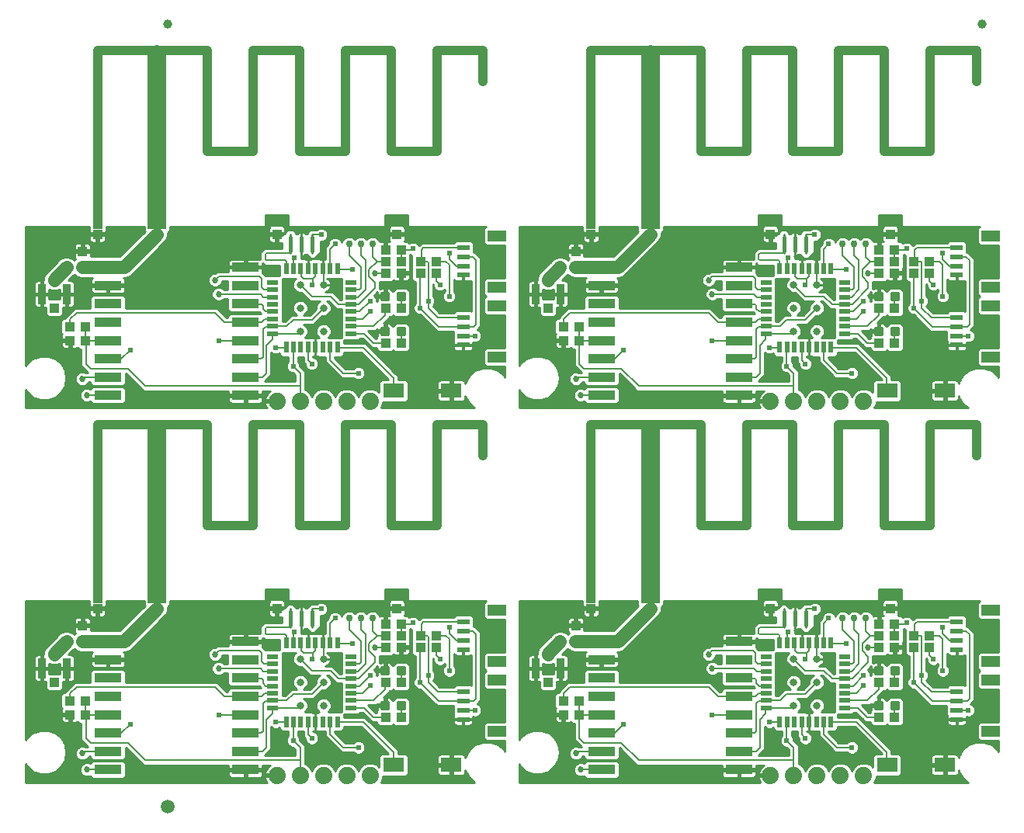
<source format=gtl>
G75*
%MOIN*%
%OFA0B0*%
%FSLAX25Y25*%
%IPPOS*%
%LPD*%
%AMOC8*
5,1,8,0,0,1.08239X$1,22.5*
%
%ADD10C,0.01181*%
%ADD11R,0.07874X0.04724*%
%ADD12R,0.05315X0.02362*%
%ADD13C,0.03200*%
%ADD14R,0.03346X0.08661*%
%ADD15R,0.03937X0.04134*%
%ADD16R,0.04331X0.03937*%
%ADD17R,0.09055X0.06299*%
%ADD18C,0.03937*%
%ADD19C,0.07874*%
%ADD20R,0.03937X0.07874*%
%ADD21R,0.07874X0.07874*%
%ADD22R,0.02200X0.05000*%
%ADD23R,0.05000X0.02200*%
%ADD24C,0.01772*%
%ADD25C,0.01000*%
%ADD26R,0.03937X0.04331*%
%ADD27C,0.07400*%
%ADD28R,0.11811X0.03937*%
%ADD29C,0.03000*%
%ADD30C,0.03937*%
%ADD31C,0.05906*%
%ADD32C,0.00800*%
%ADD33C,0.02400*%
%ADD34C,0.00600*%
%ADD35C,0.05700*%
%ADD36C,0.02700*%
D10*
X0235925Y0104622D02*
X0235925Y0107378D01*
X0235925Y0104622D02*
X0233169Y0104622D01*
X0233169Y0107378D01*
X0235925Y0107378D01*
X0235925Y0105802D02*
X0233169Y0105802D01*
X0233169Y0106982D02*
X0235925Y0106982D01*
X0242831Y0107378D02*
X0242831Y0104622D01*
X0240075Y0104622D01*
X0240075Y0107378D01*
X0242831Y0107378D01*
X0242831Y0105802D02*
X0240075Y0105802D01*
X0240075Y0106982D02*
X0242831Y0106982D01*
X0242831Y0119622D02*
X0242831Y0122378D01*
X0242831Y0119622D02*
X0240075Y0119622D01*
X0240075Y0122378D01*
X0242831Y0122378D01*
X0242831Y0120802D02*
X0240075Y0120802D01*
X0240075Y0121982D02*
X0242831Y0121982D01*
X0235925Y0122378D02*
X0235925Y0119622D01*
X0233169Y0119622D01*
X0233169Y0122378D01*
X0235925Y0122378D01*
X0235925Y0120802D02*
X0233169Y0120802D01*
X0233169Y0121982D02*
X0235925Y0121982D01*
X0235925Y0265323D02*
X0235925Y0268079D01*
X0235925Y0265323D02*
X0233169Y0265323D01*
X0233169Y0268079D01*
X0235925Y0268079D01*
X0235925Y0266503D02*
X0233169Y0266503D01*
X0233169Y0267683D02*
X0235925Y0267683D01*
X0242831Y0268079D02*
X0242831Y0265323D01*
X0240075Y0265323D01*
X0240075Y0268079D01*
X0242831Y0268079D01*
X0242831Y0266503D02*
X0240075Y0266503D01*
X0240075Y0267683D02*
X0242831Y0267683D01*
X0242831Y0280323D02*
X0242831Y0283079D01*
X0242831Y0280323D02*
X0240075Y0280323D01*
X0240075Y0283079D01*
X0242831Y0283079D01*
X0242831Y0281503D02*
X0240075Y0281503D01*
X0240075Y0282683D02*
X0242831Y0282683D01*
X0235925Y0283079D02*
X0235925Y0280323D01*
X0233169Y0280323D01*
X0233169Y0283079D01*
X0235925Y0283079D01*
X0235925Y0281503D02*
X0233169Y0281503D01*
X0233169Y0282683D02*
X0235925Y0282683D01*
X0447847Y0283079D02*
X0447847Y0280323D01*
X0445091Y0280323D01*
X0445091Y0283079D01*
X0447847Y0283079D01*
X0447847Y0281503D02*
X0445091Y0281503D01*
X0445091Y0282683D02*
X0447847Y0282683D01*
X0454752Y0283079D02*
X0454752Y0280323D01*
X0451996Y0280323D01*
X0451996Y0283079D01*
X0454752Y0283079D01*
X0454752Y0281503D02*
X0451996Y0281503D01*
X0451996Y0282683D02*
X0454752Y0282683D01*
X0454752Y0268079D02*
X0454752Y0265323D01*
X0451996Y0265323D01*
X0451996Y0268079D01*
X0454752Y0268079D01*
X0454752Y0266503D02*
X0451996Y0266503D01*
X0451996Y0267683D02*
X0454752Y0267683D01*
X0447847Y0268079D02*
X0447847Y0265323D01*
X0445091Y0265323D01*
X0445091Y0268079D01*
X0447847Y0268079D01*
X0447847Y0266503D02*
X0445091Y0266503D01*
X0445091Y0267683D02*
X0447847Y0267683D01*
X0447847Y0122378D02*
X0447847Y0119622D01*
X0445091Y0119622D01*
X0445091Y0122378D01*
X0447847Y0122378D01*
X0447847Y0120802D02*
X0445091Y0120802D01*
X0445091Y0121982D02*
X0447847Y0121982D01*
X0454752Y0122378D02*
X0454752Y0119622D01*
X0451996Y0119622D01*
X0451996Y0122378D01*
X0454752Y0122378D01*
X0454752Y0120802D02*
X0451996Y0120802D01*
X0451996Y0121982D02*
X0454752Y0121982D01*
X0454752Y0107378D02*
X0454752Y0104622D01*
X0451996Y0104622D01*
X0451996Y0107378D01*
X0454752Y0107378D01*
X0454752Y0105802D02*
X0451996Y0105802D01*
X0451996Y0106982D02*
X0454752Y0106982D01*
X0447847Y0107378D02*
X0447847Y0104622D01*
X0445091Y0104622D01*
X0445091Y0107378D01*
X0447847Y0107378D01*
X0447847Y0105802D02*
X0445091Y0105802D01*
X0445091Y0106982D02*
X0447847Y0106982D01*
D11*
X0494390Y0117024D03*
X0494390Y0124976D03*
X0494390Y0147024D03*
X0494390Y0094976D03*
X0494390Y0255677D03*
X0494390Y0277724D03*
X0494390Y0285677D03*
X0494390Y0307724D03*
X0282469Y0307724D03*
X0282469Y0285677D03*
X0282469Y0277724D03*
X0282469Y0255677D03*
X0282469Y0147024D03*
X0282469Y0124976D03*
X0282469Y0117024D03*
X0282469Y0094976D03*
D12*
X0268000Y0100094D03*
X0268000Y0104031D03*
X0268000Y0107969D03*
X0268000Y0111906D03*
X0268000Y0130094D03*
X0268000Y0134031D03*
X0268000Y0137969D03*
X0268000Y0141906D03*
X0268000Y0260795D03*
X0268000Y0264732D03*
X0268000Y0268669D03*
X0268000Y0272606D03*
X0268000Y0290795D03*
X0268000Y0294732D03*
X0268000Y0298669D03*
X0268000Y0302606D03*
X0479921Y0302606D03*
X0479921Y0298669D03*
X0479921Y0294732D03*
X0479921Y0290795D03*
X0479921Y0272606D03*
X0479921Y0268669D03*
X0479921Y0264732D03*
X0479921Y0260795D03*
X0479921Y0141906D03*
X0479921Y0137969D03*
X0479921Y0134031D03*
X0479921Y0130094D03*
X0479921Y0111906D03*
X0479921Y0107969D03*
X0479921Y0104031D03*
X0479921Y0100094D03*
D13*
X0419921Y0106000D03*
X0409921Y0106000D03*
X0409921Y0116000D03*
X0409921Y0126000D03*
X0419921Y0126000D03*
X0419921Y0116000D03*
X0419921Y0266701D03*
X0409921Y0266701D03*
X0409921Y0276701D03*
X0409921Y0286701D03*
X0419921Y0286701D03*
X0419921Y0276701D03*
X0208000Y0276701D03*
X0208000Y0286701D03*
X0198000Y0286701D03*
X0198000Y0276701D03*
X0198000Y0266701D03*
X0208000Y0266701D03*
X0208000Y0126000D03*
X0208000Y0116000D03*
X0208000Y0106000D03*
X0198000Y0106000D03*
X0198000Y0116000D03*
X0198000Y0126000D03*
D14*
X0097913Y0122000D03*
X0087087Y0122000D03*
X0087087Y0282701D03*
X0097913Y0282701D03*
X0299008Y0282701D03*
X0309835Y0282701D03*
X0309835Y0122000D03*
X0299008Y0122000D03*
D15*
X0304421Y0115996D03*
X0304421Y0128004D03*
X0304421Y0276697D03*
X0304421Y0288705D03*
X0092500Y0288705D03*
X0092500Y0276697D03*
X0092500Y0128004D03*
X0092500Y0115996D03*
D16*
X0099154Y0108000D03*
X0099154Y0102000D03*
X0105846Y0102000D03*
X0105846Y0108000D03*
X0104346Y0133500D03*
X0097654Y0133500D03*
X0234654Y0131000D03*
X0234654Y0136000D03*
X0234654Y0141000D03*
X0241346Y0141000D03*
X0241346Y0136000D03*
X0241346Y0131000D03*
X0249654Y0131000D03*
X0249654Y0136000D03*
X0256346Y0136000D03*
X0256346Y0131000D03*
X0241346Y0116000D03*
X0234654Y0116000D03*
X0234654Y0101000D03*
X0241346Y0101000D03*
X0311075Y0102000D03*
X0311075Y0108000D03*
X0317768Y0108000D03*
X0317768Y0102000D03*
X0316268Y0133500D03*
X0309575Y0133500D03*
X0446575Y0131000D03*
X0446575Y0136000D03*
X0446575Y0141000D03*
X0453268Y0141000D03*
X0453268Y0136000D03*
X0453268Y0131000D03*
X0461575Y0131000D03*
X0461575Y0136000D03*
X0468268Y0136000D03*
X0468268Y0131000D03*
X0453268Y0116000D03*
X0446575Y0116000D03*
X0446575Y0101000D03*
X0453268Y0101000D03*
X0453268Y0261701D03*
X0446575Y0261701D03*
X0446575Y0276701D03*
X0453268Y0276701D03*
X0453268Y0291701D03*
X0453268Y0296701D03*
X0453268Y0301701D03*
X0446575Y0301701D03*
X0446575Y0296701D03*
X0446575Y0291701D03*
X0461575Y0291701D03*
X0461575Y0296701D03*
X0468268Y0296701D03*
X0468268Y0291701D03*
X0316268Y0294201D03*
X0309575Y0294201D03*
X0311075Y0268701D03*
X0311075Y0262701D03*
X0317768Y0262701D03*
X0317768Y0268701D03*
X0256346Y0291701D03*
X0256346Y0296701D03*
X0249654Y0296701D03*
X0249654Y0291701D03*
X0241346Y0291701D03*
X0241346Y0296701D03*
X0241346Y0301701D03*
X0234654Y0301701D03*
X0234654Y0296701D03*
X0234654Y0291701D03*
X0234654Y0276701D03*
X0241346Y0276701D03*
X0241346Y0261701D03*
X0234654Y0261701D03*
X0105846Y0262701D03*
X0105846Y0268701D03*
X0099154Y0268701D03*
X0099154Y0262701D03*
X0097654Y0294201D03*
X0104346Y0294201D03*
D17*
X0238098Y0241201D03*
X0262902Y0241201D03*
X0450020Y0241201D03*
X0474823Y0241201D03*
X0474823Y0080500D03*
X0450020Y0080500D03*
X0262902Y0080500D03*
X0238098Y0080500D03*
D18*
X0322953Y0151906D02*
X0322953Y0226709D01*
X0370197Y0226709D01*
X0370197Y0183402D01*
X0389882Y0183402D01*
X0389882Y0226709D01*
X0409567Y0226709D01*
X0409567Y0183402D01*
X0429252Y0183402D01*
X0429252Y0226709D01*
X0448937Y0226709D01*
X0448937Y0183402D01*
X0468622Y0183402D01*
X0468622Y0226709D01*
X0488307Y0226709D01*
X0488307Y0213402D01*
X0322953Y0312606D02*
X0322953Y0387409D01*
X0370197Y0387409D01*
X0370197Y0344102D01*
X0389882Y0344102D01*
X0389882Y0387409D01*
X0409567Y0387409D01*
X0409567Y0344102D01*
X0429252Y0344102D01*
X0429252Y0387409D01*
X0448937Y0387409D01*
X0448937Y0344102D01*
X0468622Y0344102D01*
X0468622Y0387409D01*
X0488307Y0387409D01*
X0488307Y0374102D01*
X0276386Y0374102D02*
X0276386Y0387409D01*
X0256701Y0387409D01*
X0256701Y0344102D01*
X0237016Y0344102D01*
X0237016Y0387409D01*
X0217331Y0387409D01*
X0217331Y0344102D01*
X0197646Y0344102D01*
X0197646Y0387409D01*
X0177961Y0387409D01*
X0177961Y0344102D01*
X0158276Y0344102D01*
X0158276Y0387409D01*
X0111031Y0387409D01*
X0111031Y0312606D01*
X0111031Y0226709D02*
X0158276Y0226709D01*
X0158276Y0183402D01*
X0177961Y0183402D01*
X0177961Y0226709D01*
X0197646Y0226709D01*
X0197646Y0183402D01*
X0217331Y0183402D01*
X0217331Y0226709D01*
X0237016Y0226709D01*
X0237016Y0183402D01*
X0256701Y0183402D01*
X0256701Y0226709D01*
X0276386Y0226709D01*
X0276386Y0213402D01*
X0111031Y0226709D02*
X0111031Y0151906D01*
D19*
X0136622Y0153874D02*
X0136622Y0224740D01*
X0136622Y0314575D02*
X0136622Y0385441D01*
X0348543Y0385441D02*
X0348543Y0314575D01*
X0348543Y0224740D02*
X0348543Y0153874D01*
D20*
X0322953Y0153874D03*
X0322953Y0314575D03*
X0111031Y0314575D03*
X0111031Y0153874D03*
D21*
X0136622Y0153874D03*
X0136622Y0314575D03*
X0348543Y0314575D03*
X0348543Y0153874D03*
D22*
X0403898Y0132900D03*
X0407047Y0132900D03*
X0410197Y0132900D03*
X0413346Y0132900D03*
X0416496Y0132900D03*
X0419646Y0132900D03*
X0422795Y0132900D03*
X0425945Y0132900D03*
X0425945Y0099100D03*
X0422795Y0099100D03*
X0419646Y0099100D03*
X0416496Y0099100D03*
X0413346Y0099100D03*
X0410197Y0099100D03*
X0407047Y0099100D03*
X0403898Y0099100D03*
X0214024Y0099100D03*
X0210874Y0099100D03*
X0207724Y0099100D03*
X0204575Y0099100D03*
X0201425Y0099100D03*
X0198276Y0099100D03*
X0195126Y0099100D03*
X0191976Y0099100D03*
X0191976Y0132900D03*
X0195126Y0132900D03*
X0198276Y0132900D03*
X0201425Y0132900D03*
X0204575Y0132900D03*
X0207724Y0132900D03*
X0210874Y0132900D03*
X0214024Y0132900D03*
X0214024Y0259801D03*
X0210874Y0259801D03*
X0207724Y0259801D03*
X0204575Y0259801D03*
X0201425Y0259801D03*
X0198276Y0259801D03*
X0195126Y0259801D03*
X0191976Y0259801D03*
X0191976Y0293601D03*
X0195126Y0293601D03*
X0198276Y0293601D03*
X0201425Y0293601D03*
X0204575Y0293601D03*
X0207724Y0293601D03*
X0210874Y0293601D03*
X0214024Y0293601D03*
X0403898Y0293601D03*
X0407047Y0293601D03*
X0410197Y0293601D03*
X0413346Y0293601D03*
X0416496Y0293601D03*
X0419646Y0293601D03*
X0422795Y0293601D03*
X0425945Y0293601D03*
X0425945Y0259801D03*
X0422795Y0259801D03*
X0419646Y0259801D03*
X0416496Y0259801D03*
X0413346Y0259801D03*
X0410197Y0259801D03*
X0407047Y0259801D03*
X0403898Y0259801D03*
D23*
X0398021Y0265677D03*
X0398021Y0268827D03*
X0398021Y0271976D03*
X0398021Y0275126D03*
X0398021Y0278276D03*
X0398021Y0281425D03*
X0398021Y0284575D03*
X0398021Y0287724D03*
X0431821Y0287724D03*
X0431821Y0284575D03*
X0431821Y0281425D03*
X0431821Y0278276D03*
X0431821Y0275126D03*
X0431821Y0271976D03*
X0431821Y0268827D03*
X0431821Y0265677D03*
X0431821Y0127024D03*
X0431821Y0123874D03*
X0431821Y0120724D03*
X0431821Y0117575D03*
X0431821Y0114425D03*
X0431821Y0111276D03*
X0431821Y0108126D03*
X0431821Y0104976D03*
X0398021Y0104976D03*
X0398021Y0108126D03*
X0398021Y0111276D03*
X0398021Y0114425D03*
X0398021Y0117575D03*
X0398021Y0120724D03*
X0398021Y0123874D03*
X0398021Y0127024D03*
X0219900Y0127024D03*
X0219900Y0123874D03*
X0219900Y0120724D03*
X0219900Y0117575D03*
X0219900Y0114425D03*
X0219900Y0111276D03*
X0219900Y0108126D03*
X0219900Y0104976D03*
X0186100Y0104976D03*
X0186100Y0108126D03*
X0186100Y0111276D03*
X0186100Y0114425D03*
X0186100Y0117575D03*
X0186100Y0120724D03*
X0186100Y0123874D03*
X0186100Y0127024D03*
X0186100Y0265677D03*
X0186100Y0268827D03*
X0186100Y0271976D03*
X0186100Y0275126D03*
X0186100Y0278276D03*
X0186100Y0281425D03*
X0186100Y0284575D03*
X0186100Y0287724D03*
X0219900Y0287724D03*
X0219900Y0284575D03*
X0219900Y0281425D03*
X0219900Y0278276D03*
X0219900Y0275126D03*
X0219900Y0271976D03*
X0219900Y0268827D03*
X0219900Y0265677D03*
D24*
X0203224Y0301337D02*
X0203224Y0307065D01*
X0198500Y0307065D02*
X0198500Y0301337D01*
X0193776Y0301337D02*
X0193776Y0307065D01*
X0193776Y0146364D02*
X0193776Y0140636D01*
X0198500Y0140636D02*
X0198500Y0146364D01*
X0203224Y0146364D02*
X0203224Y0140636D01*
X0405697Y0140636D02*
X0405697Y0146364D01*
X0410421Y0146364D02*
X0410421Y0140636D01*
X0415146Y0140636D02*
X0415146Y0146364D01*
X0415146Y0301337D02*
X0415146Y0307065D01*
X0410421Y0307065D02*
X0410421Y0301337D01*
X0405697Y0301337D02*
X0405697Y0307065D01*
D25*
X0080100Y0080883D02*
X0080100Y0073100D01*
X0183679Y0073100D01*
X0183553Y0073275D01*
X0183181Y0074004D01*
X0182928Y0074782D01*
X0182814Y0075500D01*
X0187500Y0075500D01*
X0187500Y0076500D01*
X0182814Y0076500D01*
X0182928Y0077218D01*
X0183181Y0077996D01*
X0183553Y0078725D01*
X0184034Y0079388D01*
X0184612Y0079966D01*
X0185209Y0080400D01*
X0181933Y0080400D01*
X0181933Y0078925D01*
X0175012Y0078925D01*
X0175012Y0077957D01*
X0181933Y0077957D01*
X0181933Y0076275D01*
X0181831Y0075893D01*
X0181633Y0075551D01*
X0181354Y0075272D01*
X0181012Y0075075D01*
X0180631Y0074972D01*
X0175012Y0074972D01*
X0175012Y0077957D01*
X0174043Y0077957D01*
X0167122Y0077957D01*
X0167122Y0076275D01*
X0167224Y0075893D01*
X0167422Y0075551D01*
X0167701Y0075272D01*
X0168043Y0075075D01*
X0168425Y0074972D01*
X0174043Y0074972D01*
X0174043Y0077957D01*
X0174043Y0078925D01*
X0167122Y0078925D01*
X0167122Y0080400D01*
X0130630Y0080400D01*
X0129400Y0081630D01*
X0129400Y0081630D01*
X0123130Y0087900D01*
X0123078Y0087900D01*
X0123078Y0083642D01*
X0122082Y0082646D01*
X0108863Y0082646D01*
X0107867Y0083642D01*
X0107867Y0084315D01*
X0107310Y0084315D01*
X0107086Y0083772D01*
X0106228Y0082914D01*
X0105107Y0082450D01*
X0103893Y0082450D01*
X0102772Y0082914D01*
X0101914Y0083772D01*
X0101450Y0084893D01*
X0101450Y0086107D01*
X0101914Y0087228D01*
X0102772Y0088086D01*
X0103893Y0088550D01*
X0105107Y0088550D01*
X0105674Y0088315D01*
X0106715Y0088315D01*
X0105130Y0089900D01*
X0103900Y0091130D01*
X0103900Y0098331D01*
X0102977Y0098331D01*
X0102359Y0098950D01*
X0102240Y0098831D01*
X0101898Y0098634D01*
X0101516Y0098531D01*
X0099638Y0098531D01*
X0099638Y0101516D01*
X0098669Y0101516D01*
X0095488Y0101516D01*
X0095488Y0099834D01*
X0095590Y0099453D01*
X0095788Y0099110D01*
X0096067Y0098831D01*
X0096409Y0098634D01*
X0096791Y0098531D01*
X0098669Y0098531D01*
X0098669Y0101516D01*
X0098669Y0102484D01*
X0095488Y0102484D01*
X0095488Y0104166D01*
X0095590Y0104547D01*
X0095765Y0104850D01*
X0095288Y0105327D01*
X0095288Y0110673D01*
X0096284Y0111668D01*
X0097154Y0111668D01*
X0097154Y0111982D01*
X0100000Y0114828D01*
X0101172Y0116000D01*
X0107867Y0116000D01*
X0107867Y0120484D01*
X0108863Y0121480D01*
X0122082Y0121480D01*
X0123078Y0120484D01*
X0123078Y0116000D01*
X0162328Y0116000D01*
X0166328Y0112000D01*
X0166922Y0112000D01*
X0166922Y0112610D01*
X0167918Y0113605D01*
X0181066Y0113605D01*
X0180529Y0114143D01*
X0167918Y0114143D01*
X0166922Y0115138D01*
X0166922Y0120000D01*
X0165313Y0120000D01*
X0164728Y0119414D01*
X0163607Y0118950D01*
X0162393Y0118950D01*
X0161272Y0119414D01*
X0160414Y0120272D01*
X0159950Y0121393D01*
X0159950Y0122607D01*
X0160414Y0123728D01*
X0161272Y0124586D01*
X0162393Y0125050D01*
X0163607Y0125050D01*
X0164728Y0124586D01*
X0165313Y0124000D01*
X0166922Y0124000D01*
X0166922Y0127500D01*
X0164550Y0127500D01*
X0164550Y0127393D01*
X0164086Y0126272D01*
X0163228Y0125414D01*
X0162107Y0124950D01*
X0160893Y0124950D01*
X0159772Y0125414D01*
X0158914Y0126272D01*
X0158450Y0127393D01*
X0158450Y0128607D01*
X0158914Y0129728D01*
X0159772Y0130586D01*
X0160893Y0131050D01*
X0161722Y0131050D01*
X0162172Y0131500D01*
X0167122Y0131500D01*
X0167122Y0133075D01*
X0174043Y0133075D01*
X0174043Y0134043D01*
X0167122Y0134043D01*
X0167122Y0135725D01*
X0167224Y0136107D01*
X0167422Y0136449D01*
X0167701Y0136728D01*
X0168043Y0136925D01*
X0168425Y0137028D01*
X0174043Y0137028D01*
X0174043Y0134043D01*
X0175012Y0134043D01*
X0181933Y0134043D01*
X0181933Y0135097D01*
X0182130Y0134900D01*
X0182630Y0134400D01*
X0189176Y0134400D01*
X0189176Y0129824D01*
X0183005Y0129824D01*
X0182328Y0130500D01*
X0181826Y0131003D01*
X0181831Y0131012D01*
X0181933Y0131393D01*
X0181933Y0133075D01*
X0175012Y0133075D01*
X0175012Y0134043D01*
X0175012Y0137028D01*
X0180631Y0137028D01*
X0180900Y0136955D01*
X0180900Y0139870D01*
X0182630Y0141600D01*
X0190100Y0141600D01*
X0190100Y0143988D01*
X0188484Y0143988D01*
X0188484Y0147169D01*
X0187516Y0147169D01*
X0187516Y0143988D01*
X0185834Y0143988D01*
X0185453Y0144090D01*
X0185110Y0144288D01*
X0184831Y0144567D01*
X0184634Y0144909D01*
X0184531Y0145291D01*
X0184531Y0147169D01*
X0187516Y0147169D01*
X0187516Y0148138D01*
X0184531Y0148138D01*
X0184531Y0150016D01*
X0184634Y0150398D01*
X0184831Y0150740D01*
X0184950Y0150859D01*
X0184808Y0151000D01*
X0142259Y0151000D01*
X0142259Y0149233D01*
X0141263Y0148237D01*
X0141050Y0148237D01*
X0141050Y0146748D01*
X0140357Y0145076D01*
X0140168Y0144887D01*
X0140168Y0144784D01*
X0139173Y0143788D01*
X0139069Y0143788D01*
X0124983Y0129702D01*
X0124924Y0129643D01*
X0123252Y0128950D01*
X0122132Y0128950D01*
X0122299Y0128854D01*
X0122578Y0128575D01*
X0122776Y0128233D01*
X0122878Y0127851D01*
X0122878Y0126169D01*
X0115957Y0126169D01*
X0115957Y0125201D01*
X0122878Y0125201D01*
X0122878Y0123519D01*
X0122776Y0123138D01*
X0122578Y0122796D01*
X0122299Y0122516D01*
X0121957Y0122319D01*
X0121575Y0122217D01*
X0115957Y0122217D01*
X0115957Y0125201D01*
X0114988Y0125201D01*
X0108067Y0125201D01*
X0108067Y0123519D01*
X0108169Y0123138D01*
X0108367Y0122796D01*
X0108646Y0122516D01*
X0108988Y0122319D01*
X0109369Y0122217D01*
X0114988Y0122217D01*
X0114988Y0125201D01*
X0114988Y0126169D01*
X0108067Y0126169D01*
X0108067Y0127851D01*
X0108169Y0128233D01*
X0108367Y0128575D01*
X0108646Y0128854D01*
X0108812Y0128950D01*
X0103441Y0128950D01*
X0101769Y0129643D01*
X0101580Y0129831D01*
X0101477Y0129831D01*
X0101000Y0130308D01*
X0100523Y0129831D01*
X0100420Y0129831D01*
X0098419Y0127831D01*
X0099784Y0127831D01*
X0100166Y0127728D01*
X0100508Y0127531D01*
X0100787Y0127252D01*
X0100984Y0126910D01*
X0101087Y0126528D01*
X0101087Y0122337D01*
X0098250Y0122337D01*
X0098250Y0121663D01*
X0098250Y0116169D01*
X0099784Y0116169D01*
X0100166Y0116272D01*
X0100508Y0116469D01*
X0100787Y0116748D01*
X0100984Y0117090D01*
X0101087Y0117472D01*
X0101087Y0121663D01*
X0098250Y0121663D01*
X0097577Y0121663D01*
X0097577Y0116169D01*
X0096168Y0116169D01*
X0096168Y0113225D01*
X0095173Y0112229D01*
X0089827Y0112229D01*
X0088831Y0113225D01*
X0088831Y0116169D01*
X0087423Y0116169D01*
X0087423Y0121663D01*
X0086750Y0121663D01*
X0086750Y0116169D01*
X0085216Y0116169D01*
X0084834Y0116272D01*
X0084492Y0116469D01*
X0084213Y0116748D01*
X0084016Y0117090D01*
X0083913Y0117472D01*
X0083913Y0121663D01*
X0086750Y0121663D01*
X0086750Y0122337D01*
X0086750Y0127831D01*
X0085216Y0127831D01*
X0084834Y0127728D01*
X0084492Y0127531D01*
X0084213Y0127252D01*
X0084016Y0126910D01*
X0083913Y0126528D01*
X0083913Y0122337D01*
X0086750Y0122337D01*
X0087423Y0122337D01*
X0087423Y0127831D01*
X0087950Y0127831D01*
X0087950Y0129252D01*
X0088643Y0130924D01*
X0093788Y0136069D01*
X0093788Y0136173D01*
X0094784Y0137168D01*
X0094887Y0137168D01*
X0095076Y0137357D01*
X0096748Y0138050D01*
X0098559Y0138050D01*
X0100231Y0137357D01*
X0100420Y0137168D01*
X0100523Y0137168D01*
X0101000Y0136692D01*
X0101450Y0137141D01*
X0101331Y0137260D01*
X0101134Y0137602D01*
X0101031Y0137984D01*
X0101031Y0139862D01*
X0104016Y0139862D01*
X0104016Y0140831D01*
X0104016Y0144012D01*
X0102334Y0144012D01*
X0101953Y0143910D01*
X0101610Y0143712D01*
X0101331Y0143433D01*
X0101134Y0143091D01*
X0101031Y0142709D01*
X0101031Y0140831D01*
X0104016Y0140831D01*
X0104984Y0140831D01*
X0104984Y0144012D01*
X0106666Y0144012D01*
X0107047Y0143910D01*
X0107390Y0143712D01*
X0107669Y0143433D01*
X0107866Y0143091D01*
X0107968Y0142709D01*
X0107968Y0140831D01*
X0104984Y0140831D01*
X0104984Y0139862D01*
X0107968Y0139862D01*
X0107968Y0138109D01*
X0120521Y0138109D01*
X0131315Y0148903D01*
X0130985Y0149233D01*
X0130985Y0151000D01*
X0114700Y0151000D01*
X0114700Y0149233D01*
X0114468Y0149001D01*
X0114468Y0148138D01*
X0111484Y0148138D01*
X0111484Y0147169D01*
X0111484Y0143988D01*
X0113166Y0143988D01*
X0113547Y0144090D01*
X0113890Y0144288D01*
X0114169Y0144567D01*
X0114366Y0144909D01*
X0114468Y0145291D01*
X0114468Y0147169D01*
X0111484Y0147169D01*
X0110516Y0147169D01*
X0110516Y0143988D01*
X0108834Y0143988D01*
X0108453Y0144090D01*
X0108110Y0144288D01*
X0107831Y0144567D01*
X0107634Y0144909D01*
X0107531Y0145291D01*
X0107531Y0147169D01*
X0110516Y0147169D01*
X0110516Y0148138D01*
X0107531Y0148138D01*
X0107531Y0149064D01*
X0107363Y0149233D01*
X0107363Y0151000D01*
X0080100Y0151000D01*
X0080100Y0091117D01*
X0080688Y0092135D01*
X0080688Y0092135D01*
X0080688Y0092135D01*
X0083227Y0094266D01*
X0083227Y0094266D01*
X0086343Y0095400D01*
X0089657Y0095400D01*
X0092772Y0094266D01*
X0092773Y0094266D01*
X0095312Y0092135D01*
X0095312Y0092135D01*
X0096969Y0089265D01*
X0096969Y0089265D01*
X0097545Y0086000D01*
X0097545Y0086000D01*
X0096969Y0082735D01*
X0096969Y0082735D01*
X0095312Y0079865D01*
X0095312Y0079865D01*
X0095312Y0079865D01*
X0092773Y0077734D01*
X0092772Y0077734D01*
X0089657Y0076600D01*
X0086343Y0076600D01*
X0083227Y0077734D01*
X0083227Y0077734D01*
X0080688Y0079865D01*
X0080688Y0079865D01*
X0080100Y0080883D01*
X0080100Y0079933D02*
X0080649Y0079933D01*
X0080100Y0078934D02*
X0081797Y0078934D01*
X0082986Y0077936D02*
X0080100Y0077936D01*
X0080100Y0076937D02*
X0085415Y0076937D01*
X0090585Y0076937D02*
X0103846Y0076937D01*
X0103914Y0076772D02*
X0104772Y0075914D01*
X0105893Y0075450D01*
X0107107Y0075450D01*
X0107869Y0075766D01*
X0108863Y0074772D01*
X0122082Y0074772D01*
X0123078Y0075768D01*
X0123078Y0081114D01*
X0122082Y0082109D01*
X0108863Y0082109D01*
X0107953Y0081199D01*
X0107107Y0081550D01*
X0105893Y0081550D01*
X0104772Y0081086D01*
X0103914Y0080228D01*
X0103450Y0079107D01*
X0103450Y0077893D01*
X0103914Y0076772D01*
X0104748Y0075939D02*
X0080100Y0075939D01*
X0080100Y0074940D02*
X0108695Y0074940D01*
X0103450Y0077936D02*
X0093013Y0077936D01*
X0094203Y0078934D02*
X0103450Y0078934D01*
X0103792Y0079933D02*
X0095351Y0079933D01*
X0095928Y0080932D02*
X0104618Y0080932D01*
X0106242Y0082929D02*
X0108581Y0082929D01*
X0108683Y0081930D02*
X0096504Y0081930D01*
X0097003Y0082929D02*
X0102758Y0082929D01*
X0101850Y0083927D02*
X0097179Y0083927D01*
X0097356Y0084926D02*
X0101450Y0084926D01*
X0101450Y0085924D02*
X0097532Y0085924D01*
X0097382Y0086923D02*
X0101788Y0086923D01*
X0102608Y0087921D02*
X0097206Y0087921D01*
X0097030Y0088920D02*
X0106111Y0088920D01*
X0105112Y0089918D02*
X0096592Y0089918D01*
X0096016Y0090917D02*
X0104114Y0090917D01*
X0103900Y0091915D02*
X0095439Y0091915D01*
X0094384Y0092914D02*
X0103900Y0092914D01*
X0103900Y0093912D02*
X0093194Y0093912D01*
X0091002Y0094911D02*
X0103900Y0094911D01*
X0103900Y0095909D02*
X0080100Y0095909D01*
X0080100Y0094911D02*
X0084998Y0094911D01*
X0082806Y0093912D02*
X0080100Y0093912D01*
X0080100Y0092914D02*
X0081616Y0092914D01*
X0080561Y0091915D02*
X0080100Y0091915D01*
X0080100Y0096908D02*
X0103900Y0096908D01*
X0103900Y0097906D02*
X0080100Y0097906D01*
X0080100Y0098905D02*
X0095994Y0098905D01*
X0095488Y0099903D02*
X0080100Y0099903D01*
X0080100Y0100902D02*
X0095488Y0100902D01*
X0095488Y0102899D02*
X0080100Y0102899D01*
X0080100Y0103897D02*
X0095488Y0103897D01*
X0095720Y0104896D02*
X0080100Y0104896D01*
X0080100Y0105894D02*
X0095288Y0105894D01*
X0095288Y0106893D02*
X0080100Y0106893D01*
X0080100Y0107891D02*
X0095288Y0107891D01*
X0095288Y0108890D02*
X0080100Y0108890D01*
X0080100Y0109888D02*
X0095288Y0109888D01*
X0095502Y0110887D02*
X0080100Y0110887D01*
X0080100Y0111885D02*
X0097154Y0111885D01*
X0098055Y0112884D02*
X0095827Y0112884D01*
X0096168Y0113882D02*
X0099054Y0113882D01*
X0100052Y0114881D02*
X0096168Y0114881D01*
X0096168Y0115879D02*
X0101051Y0115879D01*
X0100862Y0116878D02*
X0107867Y0116878D01*
X0107867Y0117876D02*
X0101087Y0117876D01*
X0101087Y0118875D02*
X0107867Y0118875D01*
X0107867Y0119873D02*
X0101087Y0119873D01*
X0101087Y0120872D02*
X0108255Y0120872D01*
X0108324Y0122869D02*
X0101087Y0122869D01*
X0101087Y0123868D02*
X0108067Y0123868D01*
X0108067Y0124866D02*
X0101087Y0124866D01*
X0101087Y0125865D02*
X0114988Y0125865D01*
X0115957Y0125865D02*
X0159322Y0125865D01*
X0158670Y0126863D02*
X0122878Y0126863D01*
X0122875Y0127862D02*
X0158450Y0127862D01*
X0158555Y0128860D02*
X0122288Y0128860D01*
X0125140Y0129859D02*
X0159045Y0129859D01*
X0160428Y0130857D02*
X0126138Y0130857D01*
X0127137Y0131856D02*
X0167122Y0131856D01*
X0167122Y0132854D02*
X0128135Y0132854D01*
X0129134Y0133853D02*
X0174043Y0133853D01*
X0175012Y0133853D02*
X0189176Y0133853D01*
X0189176Y0132854D02*
X0181933Y0132854D01*
X0181933Y0131856D02*
X0189176Y0131856D01*
X0189176Y0130857D02*
X0181971Y0130857D01*
X0182970Y0129859D02*
X0189176Y0129859D01*
X0190300Y0128700D02*
X0196033Y0128700D01*
X0195202Y0127869D01*
X0194700Y0126656D01*
X0194700Y0125344D01*
X0195202Y0124131D01*
X0196131Y0123202D01*
X0197344Y0122700D01*
X0198472Y0122700D01*
X0202172Y0119000D01*
X0206619Y0119000D01*
X0206131Y0118798D01*
X0205202Y0117869D01*
X0204700Y0116656D01*
X0204700Y0115528D01*
X0202172Y0113000D01*
X0199381Y0113000D01*
X0199869Y0113202D01*
X0200798Y0114131D01*
X0201300Y0115344D01*
X0201300Y0116656D01*
X0200798Y0117869D01*
X0199869Y0118798D01*
X0198656Y0119300D01*
X0197344Y0119300D01*
X0196131Y0118798D01*
X0195202Y0117869D01*
X0194700Y0116656D01*
X0194700Y0115344D01*
X0195202Y0114131D01*
X0196131Y0113202D01*
X0196619Y0113000D01*
X0194172Y0113000D01*
X0193000Y0111828D01*
X0191298Y0110126D01*
X0190300Y0110126D01*
X0190300Y0128700D01*
X0190300Y0127862D02*
X0195199Y0127862D01*
X0194786Y0126863D02*
X0190300Y0126863D01*
X0190300Y0125865D02*
X0194700Y0125865D01*
X0194898Y0124866D02*
X0190300Y0124866D01*
X0190300Y0123868D02*
X0195466Y0123868D01*
X0196936Y0122869D02*
X0190300Y0122869D01*
X0190300Y0121870D02*
X0199301Y0121870D01*
X0200300Y0120872D02*
X0190300Y0120872D01*
X0190300Y0119873D02*
X0201298Y0119873D01*
X0199683Y0118875D02*
X0206317Y0118875D01*
X0205210Y0117876D02*
X0200790Y0117876D01*
X0201208Y0116878D02*
X0204792Y0116878D01*
X0204700Y0115879D02*
X0201300Y0115879D01*
X0201108Y0114881D02*
X0204052Y0114881D01*
X0203054Y0113882D02*
X0200549Y0113882D01*
X0199381Y0109000D02*
X0203828Y0109000D01*
X0207528Y0112700D01*
X0208656Y0112700D01*
X0209869Y0113202D01*
X0210798Y0114131D01*
X0211300Y0115344D01*
X0211300Y0116656D01*
X0210798Y0117869D01*
X0209869Y0118798D01*
X0209381Y0119000D01*
X0210172Y0119000D01*
X0213597Y0115575D01*
X0215700Y0115575D01*
X0215700Y0103300D01*
X0209967Y0103300D01*
X0210798Y0104131D01*
X0211300Y0105344D01*
X0211300Y0106656D01*
X0210798Y0107869D01*
X0209869Y0108798D01*
X0208656Y0109300D01*
X0207344Y0109300D01*
X0206131Y0108798D01*
X0205202Y0107869D01*
X0204700Y0106656D01*
X0204700Y0105344D01*
X0205202Y0104131D01*
X0206033Y0103300D01*
X0205920Y0103300D01*
X0205720Y0103100D01*
X0204625Y0103100D01*
X0204625Y0099150D01*
X0204525Y0099150D01*
X0204525Y0103100D01*
X0203429Y0103100D01*
X0203229Y0103300D01*
X0199967Y0103300D01*
X0200798Y0104131D01*
X0201300Y0105344D01*
X0201300Y0106656D01*
X0200798Y0107869D01*
X0199869Y0108798D01*
X0199381Y0109000D01*
X0199647Y0108890D02*
X0206353Y0108890D01*
X0205224Y0107891D02*
X0200776Y0107891D01*
X0201202Y0106893D02*
X0204798Y0106893D01*
X0204700Y0105894D02*
X0201300Y0105894D01*
X0201115Y0104896D02*
X0204885Y0104896D01*
X0205436Y0103897D02*
X0200564Y0103897D01*
X0204525Y0102899D02*
X0204625Y0102899D01*
X0204625Y0101900D02*
X0204525Y0101900D01*
X0204525Y0100902D02*
X0204625Y0100902D01*
X0204625Y0099903D02*
X0204525Y0099903D01*
X0204525Y0099050D02*
X0204625Y0099050D01*
X0204625Y0095100D01*
X0205720Y0095100D01*
X0205920Y0094900D01*
X0208874Y0094900D01*
X0208874Y0092798D01*
X0214500Y0087172D01*
X0215672Y0086000D01*
X0220899Y0086000D01*
X0221357Y0085541D01*
X0222423Y0085100D01*
X0223577Y0085100D01*
X0224643Y0085541D01*
X0225458Y0086357D01*
X0225900Y0087423D01*
X0225900Y0088577D01*
X0225458Y0089643D01*
X0224643Y0090458D01*
X0223577Y0090900D01*
X0222423Y0090900D01*
X0221357Y0090458D01*
X0220899Y0090000D01*
X0217328Y0090000D01*
X0212874Y0094454D01*
X0212874Y0094900D01*
X0215828Y0094900D01*
X0216824Y0095896D01*
X0216824Y0097000D01*
X0224172Y0097000D01*
X0235822Y0085350D01*
X0232867Y0085350D01*
X0231871Y0084354D01*
X0231871Y0079766D01*
X0231059Y0080578D01*
X0229074Y0081400D01*
X0226926Y0081400D01*
X0224941Y0080578D01*
X0223422Y0079059D01*
X0223000Y0078040D01*
X0222578Y0079059D01*
X0221059Y0080578D01*
X0219074Y0081400D01*
X0216926Y0081400D01*
X0214941Y0080578D01*
X0213422Y0079059D01*
X0213000Y0078040D01*
X0212578Y0079059D01*
X0211059Y0080578D01*
X0209074Y0081400D01*
X0206926Y0081400D01*
X0204941Y0080578D01*
X0203422Y0079059D01*
X0203000Y0078040D01*
X0202578Y0079059D01*
X0201059Y0080578D01*
X0200100Y0080975D01*
X0200100Y0088870D01*
X0197900Y0091070D01*
X0197900Y0091577D01*
X0197458Y0092643D01*
X0197100Y0093001D01*
X0197100Y0094900D01*
X0199425Y0094900D01*
X0199425Y0092746D01*
X0200100Y0092072D01*
X0200100Y0091423D01*
X0200541Y0090357D01*
X0201357Y0089541D01*
X0202423Y0089100D01*
X0203577Y0089100D01*
X0204643Y0089541D01*
X0205458Y0090357D01*
X0205900Y0091423D01*
X0205900Y0092577D01*
X0205458Y0093643D01*
X0204643Y0094458D01*
X0203577Y0094900D01*
X0203425Y0094900D01*
X0203425Y0095096D01*
X0203429Y0095100D01*
X0204525Y0095100D01*
X0204525Y0099050D01*
X0204525Y0098905D02*
X0204625Y0098905D01*
X0204625Y0097906D02*
X0204525Y0097906D01*
X0204525Y0096908D02*
X0204625Y0096908D01*
X0204625Y0095909D02*
X0204525Y0095909D01*
X0203425Y0094911D02*
X0205910Y0094911D01*
X0205189Y0093912D02*
X0208874Y0093912D01*
X0208874Y0092914D02*
X0205760Y0092914D01*
X0205900Y0091915D02*
X0209756Y0091915D01*
X0210755Y0090917D02*
X0205690Y0090917D01*
X0205019Y0089918D02*
X0211753Y0089918D01*
X0212752Y0088920D02*
X0200050Y0088920D01*
X0200100Y0087921D02*
X0213750Y0087921D01*
X0214749Y0086923D02*
X0200100Y0086923D01*
X0200100Y0085924D02*
X0220975Y0085924D01*
X0225025Y0085924D02*
X0235247Y0085924D01*
X0234249Y0086923D02*
X0225693Y0086923D01*
X0225900Y0087921D02*
X0233250Y0087921D01*
X0232252Y0088920D02*
X0225758Y0088920D01*
X0225183Y0089918D02*
X0231253Y0089918D01*
X0230255Y0090917D02*
X0216412Y0090917D01*
X0215413Y0091915D02*
X0229256Y0091915D01*
X0228258Y0092914D02*
X0214415Y0092914D01*
X0213416Y0093912D02*
X0227259Y0093912D01*
X0226261Y0094911D02*
X0215838Y0094911D01*
X0216824Y0095909D02*
X0225262Y0095909D01*
X0224264Y0096908D02*
X0216824Y0096908D01*
X0216824Y0101000D02*
X0216824Y0102176D01*
X0223104Y0102176D01*
X0223904Y0102976D01*
X0224695Y0102976D01*
X0227500Y0100172D01*
X0228672Y0099000D01*
X0230788Y0099000D01*
X0230788Y0098327D01*
X0231784Y0097331D01*
X0237523Y0097331D01*
X0238000Y0097808D01*
X0238477Y0097331D01*
X0244216Y0097331D01*
X0245212Y0098327D01*
X0245212Y0103673D01*
X0245121Y0103763D01*
X0245121Y0108327D01*
X0243779Y0109668D01*
X0239126Y0109668D01*
X0237789Y0108331D01*
X0237598Y0108662D01*
X0237209Y0109051D01*
X0236732Y0109326D01*
X0236200Y0109468D01*
X0235031Y0109468D01*
X0235031Y0106484D01*
X0234063Y0106484D01*
X0234063Y0105516D01*
X0231079Y0105516D01*
X0231079Y0104347D01*
X0231160Y0104044D01*
X0230788Y0103673D01*
X0230788Y0103000D01*
X0230328Y0103000D01*
X0227202Y0106126D01*
X0230454Y0106126D01*
X0231079Y0106750D01*
X0231079Y0106484D01*
X0234063Y0106484D01*
X0234063Y0109468D01*
X0233797Y0109468D01*
X0235328Y0111000D01*
X0236500Y0112172D01*
X0236500Y0112331D01*
X0237523Y0112331D01*
X0238000Y0112808D01*
X0238477Y0112331D01*
X0244216Y0112331D01*
X0245212Y0113327D01*
X0245212Y0118673D01*
X0245121Y0118763D01*
X0245121Y0123327D01*
X0243779Y0124668D01*
X0239126Y0124668D01*
X0237789Y0123331D01*
X0237598Y0123662D01*
X0237209Y0124051D01*
X0236732Y0124326D01*
X0236200Y0124468D01*
X0235031Y0124468D01*
X0235031Y0121484D01*
X0234063Y0121484D01*
X0234063Y0120516D01*
X0231079Y0120516D01*
X0231079Y0119347D01*
X0231160Y0119044D01*
X0230900Y0118784D01*
X0230900Y0119577D01*
X0230458Y0120643D01*
X0229715Y0121386D01*
X0230828Y0122500D01*
X0231114Y0122786D01*
X0231079Y0122653D01*
X0231079Y0121484D01*
X0234063Y0121484D01*
X0234063Y0124468D01*
X0232894Y0124468D01*
X0232362Y0124326D01*
X0232000Y0124117D01*
X0232000Y0127331D01*
X0237523Y0127331D01*
X0238141Y0127950D01*
X0238260Y0127831D01*
X0238602Y0127634D01*
X0238984Y0127531D01*
X0240862Y0127531D01*
X0240862Y0130516D01*
X0241831Y0130516D01*
X0241831Y0131484D01*
X0245012Y0131484D01*
X0245012Y0133127D01*
X0245212Y0133327D01*
X0245212Y0138895D01*
X0245788Y0138656D01*
X0245788Y0128327D01*
X0246784Y0127331D01*
X0247500Y0127331D01*
X0247500Y0118101D01*
X0247041Y0117643D01*
X0246600Y0116577D01*
X0246600Y0115423D01*
X0247041Y0114357D01*
X0247857Y0113541D01*
X0248923Y0113100D01*
X0249572Y0113100D01*
X0256703Y0105969D01*
X0263694Y0105969D01*
X0263643Y0105917D01*
X0263643Y0102146D01*
X0263943Y0101846D01*
X0263843Y0101473D01*
X0263843Y0100185D01*
X0267909Y0100185D01*
X0267909Y0100004D01*
X0263843Y0100004D01*
X0263843Y0098716D01*
X0263945Y0098334D01*
X0264142Y0097992D01*
X0264421Y0097713D01*
X0264764Y0097516D01*
X0265145Y0097413D01*
X0267909Y0097413D01*
X0267909Y0100004D01*
X0268091Y0100004D01*
X0268091Y0100185D01*
X0272157Y0100185D01*
X0272157Y0101210D01*
X0272423Y0101100D01*
X0273577Y0101100D01*
X0274643Y0101541D01*
X0275458Y0102357D01*
X0275900Y0103423D01*
X0275900Y0104577D01*
X0275458Y0105643D01*
X0274643Y0106458D01*
X0274038Y0106709D01*
X0274500Y0107172D01*
X0275500Y0108172D01*
X0275500Y0137328D01*
X0274328Y0138500D01*
X0272860Y0139968D01*
X0272306Y0139968D01*
X0272357Y0140020D01*
X0272357Y0143791D01*
X0271362Y0144787D01*
X0264638Y0144787D01*
X0263757Y0143905D01*
X0250077Y0143905D01*
X0249172Y0143000D01*
X0249063Y0142891D01*
X0248958Y0143143D01*
X0248143Y0143958D01*
X0247077Y0144400D01*
X0245923Y0144400D01*
X0244906Y0143979D01*
X0244216Y0144668D01*
X0242727Y0144668D01*
X0242866Y0144909D01*
X0242968Y0145291D01*
X0242968Y0147169D01*
X0239984Y0147169D01*
X0239984Y0148138D01*
X0242968Y0148138D01*
X0242968Y0150016D01*
X0242866Y0150398D01*
X0242669Y0150740D01*
X0242550Y0150859D01*
X0242692Y0151000D01*
X0277742Y0151000D01*
X0276831Y0150090D01*
X0276831Y0143957D01*
X0277827Y0142961D01*
X0285821Y0142961D01*
X0285821Y0129039D01*
X0277827Y0129039D01*
X0276831Y0128043D01*
X0276831Y0121910D01*
X0277742Y0121000D01*
X0276831Y0120090D01*
X0276831Y0113957D01*
X0277827Y0112961D01*
X0285821Y0112961D01*
X0285821Y0099039D01*
X0277827Y0099039D01*
X0276831Y0098043D01*
X0276831Y0091910D01*
X0277827Y0090914D01*
X0285821Y0090914D01*
X0285821Y0086253D01*
X0285312Y0087135D01*
X0285312Y0087135D01*
X0282773Y0089266D01*
X0282772Y0089266D01*
X0279657Y0090400D01*
X0276343Y0090400D01*
X0273227Y0089266D01*
X0270688Y0087135D01*
X0269031Y0084265D01*
X0268929Y0083689D01*
X0268929Y0083847D01*
X0268827Y0084229D01*
X0268629Y0084571D01*
X0268350Y0084850D01*
X0268008Y0085047D01*
X0267627Y0085150D01*
X0263402Y0085150D01*
X0263402Y0081000D01*
X0262402Y0081000D01*
X0262402Y0085150D01*
X0258177Y0085150D01*
X0257795Y0085047D01*
X0257453Y0084850D01*
X0257174Y0084571D01*
X0256976Y0084229D01*
X0256874Y0083847D01*
X0256874Y0081000D01*
X0262402Y0081000D01*
X0262402Y0080000D01*
X0263402Y0080000D01*
X0263402Y0075850D01*
X0267627Y0075850D01*
X0268008Y0075953D01*
X0268350Y0076150D01*
X0268629Y0076429D01*
X0268827Y0076771D01*
X0268929Y0077153D01*
X0268929Y0078311D01*
X0269031Y0077735D01*
X0270688Y0074865D01*
X0270688Y0074865D01*
X0272791Y0073100D01*
X0232644Y0073100D01*
X0233400Y0074926D01*
X0233400Y0075650D01*
X0243330Y0075650D01*
X0244326Y0076646D01*
X0244326Y0084354D01*
X0243330Y0085350D01*
X0240000Y0085350D01*
X0240000Y0086828D01*
X0225828Y0101000D01*
X0216824Y0101000D01*
X0216824Y0101900D02*
X0225771Y0101900D01*
X0225927Y0100902D02*
X0226770Y0100902D01*
X0226925Y0099903D02*
X0227768Y0099903D01*
X0227924Y0098905D02*
X0230788Y0098905D01*
X0231209Y0097906D02*
X0228922Y0097906D01*
X0229921Y0096908D02*
X0276831Y0096908D01*
X0276831Y0097906D02*
X0271772Y0097906D01*
X0271858Y0097992D02*
X0272055Y0098334D01*
X0272157Y0098716D01*
X0272157Y0100004D01*
X0268091Y0100004D01*
X0268091Y0097413D01*
X0270855Y0097413D01*
X0271236Y0097516D01*
X0271578Y0097713D01*
X0271858Y0097992D01*
X0272157Y0098905D02*
X0277693Y0098905D01*
X0276831Y0095909D02*
X0230919Y0095909D01*
X0231918Y0094911D02*
X0276831Y0094911D01*
X0276831Y0093912D02*
X0232916Y0093912D01*
X0233915Y0092914D02*
X0276831Y0092914D01*
X0276831Y0091915D02*
X0234913Y0091915D01*
X0235912Y0090917D02*
X0277825Y0090917D01*
X0275019Y0089918D02*
X0236910Y0089918D01*
X0237909Y0088920D02*
X0272814Y0088920D01*
X0273227Y0089266D02*
X0273227Y0089266D01*
X0271624Y0087921D02*
X0238907Y0087921D01*
X0239906Y0086923D02*
X0270565Y0086923D01*
X0270688Y0087135D02*
X0270688Y0087135D01*
X0270688Y0087135D01*
X0269989Y0085924D02*
X0240000Y0085924D01*
X0243754Y0084926D02*
X0257584Y0084926D01*
X0256895Y0083927D02*
X0244326Y0083927D01*
X0244326Y0082929D02*
X0256874Y0082929D01*
X0256874Y0081930D02*
X0244326Y0081930D01*
X0244326Y0080932D02*
X0262402Y0080932D01*
X0262402Y0080000D02*
X0256874Y0080000D01*
X0256874Y0077153D01*
X0256976Y0076771D01*
X0257174Y0076429D01*
X0257453Y0076150D01*
X0257795Y0075953D01*
X0258177Y0075850D01*
X0262402Y0075850D01*
X0262402Y0080000D01*
X0262402Y0079933D02*
X0263402Y0079933D01*
X0263402Y0078934D02*
X0262402Y0078934D01*
X0262402Y0077936D02*
X0263402Y0077936D01*
X0263402Y0076937D02*
X0262402Y0076937D01*
X0262402Y0075939D02*
X0263402Y0075939D01*
X0267957Y0075939D02*
X0270068Y0075939D01*
X0270644Y0074940D02*
X0233400Y0074940D01*
X0232992Y0073942D02*
X0271788Y0073942D01*
X0269491Y0076937D02*
X0268871Y0076937D01*
X0269031Y0077735D02*
X0269031Y0077735D01*
X0268995Y0077936D02*
X0268929Y0077936D01*
X0268908Y0083927D02*
X0268971Y0083927D01*
X0269031Y0084265D02*
X0269031Y0084265D01*
X0269412Y0084926D02*
X0268219Y0084926D01*
X0263402Y0084926D02*
X0262402Y0084926D01*
X0262402Y0083927D02*
X0263402Y0083927D01*
X0263402Y0082929D02*
X0262402Y0082929D01*
X0262402Y0081930D02*
X0263402Y0081930D01*
X0256874Y0079933D02*
X0244326Y0079933D01*
X0244326Y0078934D02*
X0256874Y0078934D01*
X0256874Y0077936D02*
X0244326Y0077936D01*
X0244326Y0076937D02*
X0256932Y0076937D01*
X0257846Y0075939D02*
X0243619Y0075939D01*
X0231871Y0079933D02*
X0231704Y0079933D01*
X0231871Y0080932D02*
X0230205Y0080932D01*
X0231871Y0081930D02*
X0200100Y0081930D01*
X0200100Y0082929D02*
X0231871Y0082929D01*
X0231871Y0083927D02*
X0200100Y0083927D01*
X0200100Y0084926D02*
X0232443Y0084926D01*
X0225795Y0080932D02*
X0220205Y0080932D01*
X0221704Y0079933D02*
X0224296Y0079933D01*
X0223371Y0078934D02*
X0222629Y0078934D01*
X0215795Y0080932D02*
X0210205Y0080932D01*
X0211704Y0079933D02*
X0214296Y0079933D01*
X0213371Y0078934D02*
X0212629Y0078934D01*
X0205795Y0080932D02*
X0200205Y0080932D01*
X0201704Y0079933D02*
X0204296Y0079933D01*
X0203371Y0078934D02*
X0202629Y0078934D01*
X0195900Y0084600D02*
X0182928Y0084600D01*
X0185500Y0087172D01*
X0185500Y0096899D01*
X0185857Y0096541D01*
X0186923Y0096100D01*
X0188077Y0096100D01*
X0189143Y0096541D01*
X0189176Y0096575D01*
X0189176Y0095896D01*
X0190172Y0094900D01*
X0192900Y0094900D01*
X0192900Y0093001D01*
X0192541Y0092643D01*
X0192100Y0091577D01*
X0192100Y0090423D01*
X0192541Y0089357D01*
X0193357Y0088541D01*
X0194423Y0088100D01*
X0194930Y0088100D01*
X0195900Y0087130D01*
X0195900Y0084600D01*
X0195900Y0084926D02*
X0183254Y0084926D01*
X0184252Y0085924D02*
X0195900Y0085924D01*
X0195900Y0086923D02*
X0185251Y0086923D01*
X0185500Y0087921D02*
X0195109Y0087921D01*
X0192979Y0088920D02*
X0185500Y0088920D01*
X0185500Y0089918D02*
X0192309Y0089918D01*
X0192100Y0090917D02*
X0185500Y0090917D01*
X0185500Y0091915D02*
X0192240Y0091915D01*
X0192812Y0092914D02*
X0185500Y0092914D01*
X0185500Y0093912D02*
X0192900Y0093912D01*
X0190162Y0094911D02*
X0185500Y0094911D01*
X0185500Y0095909D02*
X0189176Y0095909D01*
X0197100Y0093912D02*
X0199425Y0093912D01*
X0199425Y0092914D02*
X0197188Y0092914D01*
X0197760Y0091915D02*
X0200100Y0091915D01*
X0200310Y0090917D02*
X0198053Y0090917D01*
X0199052Y0089918D02*
X0200981Y0089918D01*
X0210564Y0103897D02*
X0215700Y0103897D01*
X0215700Y0104896D02*
X0211115Y0104896D01*
X0211300Y0105894D02*
X0215700Y0105894D01*
X0215700Y0106893D02*
X0211202Y0106893D01*
X0210776Y0107891D02*
X0215700Y0107891D01*
X0215700Y0108890D02*
X0209647Y0108890D01*
X0209100Y0112884D02*
X0215700Y0112884D01*
X0215700Y0113882D02*
X0210549Y0113882D01*
X0211108Y0114881D02*
X0215700Y0114881D01*
X0213292Y0115879D02*
X0211300Y0115879D01*
X0211208Y0116878D02*
X0212294Y0116878D01*
X0211295Y0117876D02*
X0210790Y0117876D01*
X0210297Y0118875D02*
X0209683Y0118875D01*
X0208808Y0123000D02*
X0208904Y0123019D01*
X0209468Y0123253D01*
X0209976Y0123592D01*
X0210408Y0124024D01*
X0210747Y0124532D01*
X0210981Y0125096D01*
X0211100Y0125695D01*
X0211100Y0126000D01*
X0211100Y0126305D01*
X0210981Y0126904D01*
X0210747Y0127468D01*
X0210408Y0127976D01*
X0209976Y0128408D01*
X0209539Y0128700D01*
X0215700Y0128700D01*
X0215700Y0119575D01*
X0215254Y0119575D01*
X0211828Y0123000D01*
X0208808Y0123000D01*
X0210252Y0123868D02*
X0215700Y0123868D01*
X0215700Y0124866D02*
X0210886Y0124866D01*
X0211100Y0125865D02*
X0215700Y0125865D01*
X0215700Y0126863D02*
X0210989Y0126863D01*
X0211100Y0126000D02*
X0208000Y0126000D01*
X0208000Y0126000D01*
X0211100Y0126000D01*
X0210484Y0127862D02*
X0215700Y0127862D01*
X0215700Y0122869D02*
X0211959Y0122869D01*
X0212958Y0121870D02*
X0215700Y0121870D01*
X0215700Y0120872D02*
X0213956Y0120872D01*
X0214955Y0119873D02*
X0215700Y0119873D01*
X0215700Y0111885D02*
X0206714Y0111885D01*
X0205715Y0110887D02*
X0215700Y0110887D01*
X0215700Y0109888D02*
X0204717Y0109888D01*
X0195451Y0113882D02*
X0190300Y0113882D01*
X0190300Y0112884D02*
X0194055Y0112884D01*
X0193057Y0111885D02*
X0190300Y0111885D01*
X0190300Y0110887D02*
X0192058Y0110887D01*
X0190300Y0114881D02*
X0194892Y0114881D01*
X0194700Y0115879D02*
X0190300Y0115879D01*
X0190300Y0116878D02*
X0194792Y0116878D01*
X0195210Y0117876D02*
X0190300Y0117876D01*
X0190300Y0118875D02*
X0196317Y0118875D01*
X0180789Y0113882D02*
X0164446Y0113882D01*
X0165445Y0112884D02*
X0167196Y0112884D01*
X0167179Y0114881D02*
X0163448Y0114881D01*
X0162449Y0115879D02*
X0166922Y0115879D01*
X0166922Y0116878D02*
X0123078Y0116878D01*
X0123078Y0117876D02*
X0166922Y0117876D01*
X0166922Y0118875D02*
X0123078Y0118875D01*
X0123078Y0119873D02*
X0160813Y0119873D01*
X0160166Y0120872D02*
X0122690Y0120872D01*
X0122621Y0122869D02*
X0160059Y0122869D01*
X0159950Y0121870D02*
X0098250Y0121870D01*
X0097577Y0121870D02*
X0087423Y0121870D01*
X0087423Y0121663D02*
X0087423Y0122337D01*
X0090260Y0122337D01*
X0090260Y0124007D01*
X0091595Y0123454D01*
X0093405Y0123454D01*
X0094740Y0124007D01*
X0094740Y0122337D01*
X0097577Y0122337D01*
X0097577Y0121663D01*
X0094740Y0121663D01*
X0094740Y0119763D01*
X0090260Y0119763D01*
X0090260Y0121663D01*
X0087423Y0121663D01*
X0086750Y0121870D02*
X0080100Y0121870D01*
X0080100Y0120872D02*
X0083913Y0120872D01*
X0083913Y0119873D02*
X0080100Y0119873D01*
X0080100Y0118875D02*
X0083913Y0118875D01*
X0083913Y0117876D02*
X0080100Y0117876D01*
X0080100Y0116878D02*
X0084138Y0116878D01*
X0086750Y0116878D02*
X0087423Y0116878D01*
X0087423Y0117876D02*
X0086750Y0117876D01*
X0086750Y0118875D02*
X0087423Y0118875D01*
X0087423Y0119873D02*
X0086750Y0119873D01*
X0086750Y0120872D02*
X0087423Y0120872D01*
X0087423Y0122869D02*
X0086750Y0122869D01*
X0086750Y0123868D02*
X0087423Y0123868D01*
X0087423Y0124866D02*
X0086750Y0124866D01*
X0086750Y0125865D02*
X0087423Y0125865D01*
X0087423Y0126863D02*
X0086750Y0126863D01*
X0087950Y0127862D02*
X0080100Y0127862D01*
X0080100Y0128860D02*
X0087950Y0128860D01*
X0088201Y0129859D02*
X0080100Y0129859D01*
X0080100Y0130857D02*
X0088615Y0130857D01*
X0089574Y0131856D02*
X0080100Y0131856D01*
X0080100Y0132854D02*
X0090573Y0132854D01*
X0091571Y0133853D02*
X0080100Y0133853D01*
X0080100Y0134851D02*
X0092570Y0134851D01*
X0093569Y0135850D02*
X0080100Y0135850D01*
X0080100Y0136848D02*
X0094464Y0136848D01*
X0096258Y0137847D02*
X0080100Y0137847D01*
X0080100Y0138845D02*
X0101031Y0138845D01*
X0101031Y0139844D02*
X0080100Y0139844D01*
X0080100Y0140842D02*
X0101031Y0140842D01*
X0101031Y0141841D02*
X0080100Y0141841D01*
X0080100Y0142839D02*
X0101066Y0142839D01*
X0101828Y0143838D02*
X0080100Y0143838D01*
X0080100Y0144836D02*
X0107676Y0144836D01*
X0107531Y0145835D02*
X0080100Y0145835D01*
X0080100Y0146833D02*
X0107531Y0146833D01*
X0107531Y0148830D02*
X0080100Y0148830D01*
X0080100Y0147832D02*
X0110516Y0147832D01*
X0111484Y0147832D02*
X0130244Y0147832D01*
X0131242Y0148830D02*
X0114468Y0148830D01*
X0114700Y0149829D02*
X0130985Y0149829D01*
X0130985Y0150827D02*
X0114700Y0150827D01*
X0114468Y0146833D02*
X0129245Y0146833D01*
X0128247Y0145835D02*
X0114468Y0145835D01*
X0114324Y0144836D02*
X0127248Y0144836D01*
X0126250Y0143838D02*
X0107172Y0143838D01*
X0107934Y0142839D02*
X0125251Y0142839D01*
X0124252Y0141841D02*
X0107968Y0141841D01*
X0107968Y0140842D02*
X0123254Y0140842D01*
X0122255Y0139844D02*
X0107968Y0139844D01*
X0107968Y0138845D02*
X0121257Y0138845D01*
X0130132Y0134851D02*
X0167122Y0134851D01*
X0167155Y0135850D02*
X0131131Y0135850D01*
X0132129Y0136848D02*
X0167909Y0136848D01*
X0174043Y0136848D02*
X0175012Y0136848D01*
X0175012Y0135850D02*
X0174043Y0135850D01*
X0174043Y0134851D02*
X0175012Y0134851D01*
X0180900Y0137847D02*
X0133128Y0137847D01*
X0134126Y0138845D02*
X0180900Y0138845D01*
X0180900Y0139844D02*
X0135125Y0139844D01*
X0136123Y0140842D02*
X0181872Y0140842D01*
X0184676Y0144836D02*
X0140168Y0144836D01*
X0140672Y0145835D02*
X0184531Y0145835D01*
X0184531Y0146833D02*
X0141050Y0146833D01*
X0141050Y0147832D02*
X0187516Y0147832D01*
X0188484Y0147832D02*
X0190928Y0147832D01*
X0191096Y0148000D02*
X0190265Y0147169D01*
X0188484Y0147169D01*
X0188484Y0148138D01*
X0191468Y0148138D01*
X0191468Y0150016D01*
X0191366Y0150398D01*
X0191169Y0150740D01*
X0191050Y0150859D01*
X0191192Y0151000D01*
X0236308Y0151000D01*
X0236450Y0150859D01*
X0236331Y0150740D01*
X0236134Y0150398D01*
X0236031Y0150016D01*
X0236031Y0148138D01*
X0239016Y0148138D01*
X0239016Y0147169D01*
X0236031Y0147169D01*
X0236031Y0145291D01*
X0236134Y0144909D01*
X0236331Y0144567D01*
X0236430Y0144468D01*
X0235138Y0144468D01*
X0235138Y0141484D01*
X0234169Y0141484D01*
X0234169Y0144468D01*
X0232291Y0144468D01*
X0232085Y0144413D01*
X0231713Y0145313D01*
X0230813Y0146213D01*
X0229637Y0146700D01*
X0228363Y0146700D01*
X0227187Y0146213D01*
X0226500Y0145525D01*
X0225813Y0146213D01*
X0224637Y0146700D01*
X0223363Y0146700D01*
X0222187Y0146213D01*
X0221500Y0145525D01*
X0220813Y0146213D01*
X0219637Y0146700D01*
X0218363Y0146700D01*
X0217187Y0146213D01*
X0216287Y0145313D01*
X0215838Y0144227D01*
X0215458Y0145143D01*
X0214643Y0145958D01*
X0213577Y0146400D01*
X0212423Y0146400D01*
X0211357Y0145958D01*
X0210541Y0145143D01*
X0210100Y0144077D01*
X0210100Y0143570D01*
X0208774Y0142244D01*
X0208774Y0136900D01*
X0207774Y0136900D01*
X0207774Y0132950D01*
X0207674Y0132950D01*
X0207674Y0136900D01*
X0206579Y0136900D01*
X0206379Y0137100D01*
X0202771Y0137100D01*
X0202571Y0136900D01*
X0201475Y0136900D01*
X0201475Y0132950D01*
X0201375Y0132950D01*
X0201375Y0136900D01*
X0200280Y0136900D01*
X0200080Y0137100D01*
X0198400Y0137100D01*
X0198400Y0138077D01*
X0198328Y0138250D01*
X0198500Y0138250D01*
X0198735Y0138250D01*
X0199196Y0138342D01*
X0199630Y0138522D01*
X0200021Y0138783D01*
X0200238Y0139000D01*
X0201024Y0139000D01*
X0201024Y0138589D01*
X0202313Y0137300D01*
X0204136Y0137300D01*
X0205424Y0138589D01*
X0205424Y0139000D01*
X0205904Y0139000D01*
X0206900Y0139996D01*
X0206900Y0144600D01*
X0207577Y0144600D01*
X0208643Y0145041D01*
X0209458Y0145857D01*
X0209900Y0146923D01*
X0209900Y0148077D01*
X0209458Y0149143D01*
X0208643Y0149958D01*
X0207577Y0150400D01*
X0206423Y0150400D01*
X0205357Y0149958D01*
X0204999Y0149600D01*
X0204236Y0149600D01*
X0204136Y0149700D01*
X0202313Y0149700D01*
X0201024Y0148411D01*
X0201024Y0148000D01*
X0200238Y0148000D01*
X0200021Y0148217D01*
X0199630Y0148478D01*
X0199196Y0148658D01*
X0198735Y0148750D01*
X0198500Y0148750D01*
X0198500Y0143500D01*
X0198500Y0147500D01*
X0198500Y0147832D02*
X0198500Y0147832D01*
X0198500Y0148750D02*
X0198265Y0148750D01*
X0197804Y0148658D01*
X0197370Y0148478D01*
X0196979Y0148217D01*
X0196762Y0148000D01*
X0195976Y0148000D01*
X0195976Y0148411D01*
X0194687Y0149700D01*
X0192864Y0149700D01*
X0191576Y0148411D01*
X0191576Y0148000D01*
X0191096Y0148000D01*
X0191468Y0148830D02*
X0191995Y0148830D01*
X0191468Y0149829D02*
X0205228Y0149829D01*
X0203224Y0147500D02*
X0203224Y0143500D01*
X0203224Y0139500D01*
X0201766Y0137847D02*
X0198400Y0137847D01*
X0198500Y0138250D02*
X0198500Y0143500D01*
X0198500Y0139500D01*
X0198500Y0139844D02*
X0198500Y0139844D01*
X0198500Y0140842D02*
X0198500Y0140842D01*
X0198500Y0141841D02*
X0198500Y0141841D01*
X0198500Y0142839D02*
X0198500Y0142839D01*
X0198500Y0143500D02*
X0198500Y0138250D01*
X0198500Y0138845D02*
X0198500Y0138845D01*
X0200083Y0138845D02*
X0201024Y0138845D01*
X0201375Y0136848D02*
X0201475Y0136848D01*
X0201475Y0135850D02*
X0201375Y0135850D01*
X0201375Y0134851D02*
X0201475Y0134851D01*
X0201475Y0133853D02*
X0201375Y0133853D01*
X0204682Y0137847D02*
X0208774Y0137847D01*
X0208774Y0138845D02*
X0205424Y0138845D01*
X0206748Y0139844D02*
X0208774Y0139844D01*
X0208774Y0140842D02*
X0206900Y0140842D01*
X0206900Y0141841D02*
X0208774Y0141841D01*
X0209369Y0142839D02*
X0206900Y0142839D01*
X0206900Y0143838D02*
X0210100Y0143838D01*
X0210415Y0144836D02*
X0208147Y0144836D01*
X0209436Y0145835D02*
X0211234Y0145835D01*
X0209863Y0146833D02*
X0236031Y0146833D01*
X0236031Y0145835D02*
X0231191Y0145835D01*
X0231910Y0144836D02*
X0236176Y0144836D01*
X0235138Y0143838D02*
X0234169Y0143838D01*
X0234169Y0142839D02*
X0235138Y0142839D01*
X0235138Y0141841D02*
X0234169Y0141841D01*
X0226809Y0145835D02*
X0226191Y0145835D01*
X0221809Y0145835D02*
X0221191Y0145835D01*
X0216809Y0145835D02*
X0214766Y0145835D01*
X0215585Y0144836D02*
X0216090Y0144836D01*
X0209900Y0147832D02*
X0239016Y0147832D01*
X0239984Y0147832D02*
X0276831Y0147832D01*
X0276831Y0148830D02*
X0242968Y0148830D01*
X0242968Y0149829D02*
X0276831Y0149829D01*
X0277569Y0150827D02*
X0242581Y0150827D01*
X0242968Y0146833D02*
X0276831Y0146833D01*
X0276831Y0145835D02*
X0242968Y0145835D01*
X0242824Y0144836D02*
X0276831Y0144836D01*
X0276951Y0143838D02*
X0272311Y0143838D01*
X0272357Y0142839D02*
X0285821Y0142839D01*
X0285821Y0141841D02*
X0272357Y0141841D01*
X0272357Y0140842D02*
X0285821Y0140842D01*
X0285821Y0139844D02*
X0272985Y0139844D01*
X0273983Y0138845D02*
X0285821Y0138845D01*
X0285821Y0137847D02*
X0274982Y0137847D01*
X0275500Y0136848D02*
X0285821Y0136848D01*
X0285821Y0135850D02*
X0275500Y0135850D01*
X0275500Y0134851D02*
X0285821Y0134851D01*
X0285821Y0133853D02*
X0275500Y0133853D01*
X0275500Y0132854D02*
X0285821Y0132854D01*
X0285821Y0131856D02*
X0275500Y0131856D01*
X0275500Y0130857D02*
X0285821Y0130857D01*
X0285821Y0129859D02*
X0275500Y0129859D01*
X0275500Y0128860D02*
X0277649Y0128860D01*
X0276831Y0127862D02*
X0275500Y0127862D01*
X0275500Y0126863D02*
X0276831Y0126863D01*
X0276831Y0125865D02*
X0275500Y0125865D01*
X0275500Y0124866D02*
X0276831Y0124866D01*
X0276831Y0123868D02*
X0275500Y0123868D01*
X0275500Y0122869D02*
X0276831Y0122869D01*
X0276871Y0121870D02*
X0275500Y0121870D01*
X0275500Y0120872D02*
X0277613Y0120872D01*
X0276831Y0119873D02*
X0275500Y0119873D01*
X0275500Y0118875D02*
X0276831Y0118875D01*
X0276831Y0117876D02*
X0275500Y0117876D01*
X0275500Y0116878D02*
X0276831Y0116878D01*
X0276831Y0115879D02*
X0275500Y0115879D01*
X0275500Y0114881D02*
X0276831Y0114881D01*
X0276906Y0113882D02*
X0275500Y0113882D01*
X0275500Y0112884D02*
X0285821Y0112884D01*
X0285821Y0111885D02*
X0275500Y0111885D01*
X0275500Y0110887D02*
X0285821Y0110887D01*
X0285821Y0109888D02*
X0275500Y0109888D01*
X0275500Y0108890D02*
X0285821Y0108890D01*
X0285821Y0107891D02*
X0275220Y0107891D01*
X0274221Y0106893D02*
X0285821Y0106893D01*
X0285821Y0105894D02*
X0275207Y0105894D01*
X0275768Y0104896D02*
X0285821Y0104896D01*
X0285821Y0103897D02*
X0275900Y0103897D01*
X0275683Y0102899D02*
X0285821Y0102899D01*
X0285821Y0101900D02*
X0275001Y0101900D01*
X0272157Y0100902D02*
X0285821Y0100902D01*
X0285821Y0099903D02*
X0272157Y0099903D01*
X0268091Y0099903D02*
X0267909Y0099903D01*
X0267909Y0098905D02*
X0268091Y0098905D01*
X0268091Y0097906D02*
X0267909Y0097906D01*
X0264228Y0097906D02*
X0244791Y0097906D01*
X0245212Y0098905D02*
X0263843Y0098905D01*
X0263843Y0099903D02*
X0245212Y0099903D01*
X0245212Y0100902D02*
X0263843Y0100902D01*
X0263888Y0101900D02*
X0245212Y0101900D01*
X0245212Y0102899D02*
X0263643Y0102899D01*
X0263643Y0103897D02*
X0245121Y0103897D01*
X0245121Y0104896D02*
X0263643Y0104896D01*
X0263643Y0105894D02*
X0245121Y0105894D01*
X0245121Y0106893D02*
X0255779Y0106893D01*
X0254780Y0107891D02*
X0245121Y0107891D01*
X0244558Y0108890D02*
X0253782Y0108890D01*
X0252783Y0109888D02*
X0234217Y0109888D01*
X0234063Y0108890D02*
X0235031Y0108890D01*
X0235031Y0107891D02*
X0234063Y0107891D01*
X0234063Y0106893D02*
X0235031Y0106893D01*
X0234063Y0105894D02*
X0227434Y0105894D01*
X0228433Y0104896D02*
X0231079Y0104896D01*
X0231013Y0103897D02*
X0229431Y0103897D01*
X0224773Y0102899D02*
X0223827Y0102899D01*
X0235215Y0110887D02*
X0251785Y0110887D01*
X0250786Y0111885D02*
X0236214Y0111885D01*
X0237370Y0108890D02*
X0238347Y0108890D01*
X0244768Y0112884D02*
X0249788Y0112884D01*
X0247516Y0113882D02*
X0245212Y0113882D01*
X0245212Y0114881D02*
X0246825Y0114881D01*
X0246600Y0115879D02*
X0245212Y0115879D01*
X0245212Y0116878D02*
X0246725Y0116878D01*
X0247275Y0117876D02*
X0245212Y0117876D01*
X0245121Y0118875D02*
X0247500Y0118875D01*
X0247500Y0119873D02*
X0245121Y0119873D01*
X0245121Y0120872D02*
X0247500Y0120872D01*
X0247500Y0121870D02*
X0245121Y0121870D01*
X0245121Y0122869D02*
X0247500Y0122869D01*
X0247500Y0123868D02*
X0244580Y0123868D01*
X0247500Y0124866D02*
X0232000Y0124866D01*
X0232000Y0125865D02*
X0247500Y0125865D01*
X0247500Y0126863D02*
X0232000Y0126863D01*
X0234063Y0123868D02*
X0235031Y0123868D01*
X0235031Y0122869D02*
X0234063Y0122869D01*
X0234063Y0121870D02*
X0235031Y0121870D01*
X0234063Y0120872D02*
X0230229Y0120872D01*
X0230199Y0121870D02*
X0231079Y0121870D01*
X0231079Y0119873D02*
X0230777Y0119873D01*
X0230900Y0118875D02*
X0230990Y0118875D01*
X0237392Y0123868D02*
X0238325Y0123868D01*
X0238230Y0127862D02*
X0238053Y0127862D01*
X0240862Y0127862D02*
X0241831Y0127862D01*
X0241831Y0127531D02*
X0243709Y0127531D01*
X0244091Y0127634D01*
X0244433Y0127831D01*
X0244712Y0128110D01*
X0244910Y0128453D01*
X0245012Y0128834D01*
X0245012Y0130516D01*
X0241831Y0130516D01*
X0241831Y0127531D01*
X0241831Y0128860D02*
X0240862Y0128860D01*
X0240862Y0129859D02*
X0241831Y0129859D01*
X0241831Y0130857D02*
X0245788Y0130857D01*
X0245788Y0129859D02*
X0245012Y0129859D01*
X0245012Y0128860D02*
X0245788Y0128860D01*
X0246254Y0127862D02*
X0244463Y0127862D01*
X0245012Y0131856D02*
X0245788Y0131856D01*
X0245788Y0132854D02*
X0245012Y0132854D01*
X0245212Y0133853D02*
X0245788Y0133853D01*
X0245788Y0134851D02*
X0245212Y0134851D01*
X0245212Y0135850D02*
X0245788Y0135850D01*
X0245788Y0136848D02*
X0245212Y0136848D01*
X0245212Y0137847D02*
X0245788Y0137847D01*
X0245331Y0138845D02*
X0245212Y0138845D01*
X0248263Y0143838D02*
X0250009Y0143838D01*
X0236031Y0148830D02*
X0209588Y0148830D01*
X0208772Y0149829D02*
X0236031Y0149829D01*
X0236419Y0150827D02*
X0191081Y0150827D01*
X0193776Y0147500D02*
X0193776Y0143500D01*
X0193776Y0139500D01*
X0190100Y0141841D02*
X0137122Y0141841D01*
X0138120Y0142839D02*
X0190100Y0142839D01*
X0190100Y0143838D02*
X0139222Y0143838D01*
X0141856Y0148830D02*
X0184531Y0148830D01*
X0184531Y0149829D02*
X0142259Y0149829D01*
X0142259Y0150827D02*
X0184919Y0150827D01*
X0187516Y0146833D02*
X0188484Y0146833D01*
X0188484Y0145835D02*
X0187516Y0145835D01*
X0187516Y0144836D02*
X0188484Y0144836D01*
X0195557Y0148830D02*
X0201443Y0148830D01*
X0198500Y0148750D02*
X0198500Y0143500D01*
X0198500Y0143500D01*
X0198500Y0143500D01*
X0198500Y0143838D02*
X0198500Y0143838D01*
X0198500Y0144836D02*
X0198500Y0144836D01*
X0198500Y0145835D02*
X0198500Y0145835D01*
X0198500Y0146833D02*
X0198500Y0146833D01*
X0207674Y0136848D02*
X0207774Y0136848D01*
X0207774Y0135850D02*
X0207674Y0135850D01*
X0207674Y0134851D02*
X0207774Y0134851D01*
X0207774Y0133853D02*
X0207674Y0133853D01*
X0182179Y0134851D02*
X0181933Y0134851D01*
X0166922Y0126863D02*
X0164330Y0126863D01*
X0163678Y0125865D02*
X0166922Y0125865D01*
X0166922Y0124866D02*
X0164051Y0124866D01*
X0161949Y0124866D02*
X0122878Y0124866D01*
X0122878Y0123868D02*
X0160554Y0123868D01*
X0165187Y0119873D02*
X0166922Y0119873D01*
X0128102Y0082929D02*
X0122364Y0082929D01*
X0122262Y0081930D02*
X0129100Y0081930D01*
X0130099Y0080932D02*
X0123078Y0080932D01*
X0123078Y0079933D02*
X0167122Y0079933D01*
X0167122Y0078934D02*
X0123078Y0078934D01*
X0123078Y0077936D02*
X0167122Y0077936D01*
X0167122Y0076937D02*
X0123078Y0076937D01*
X0123078Y0075939D02*
X0167212Y0075939D01*
X0174043Y0075939D02*
X0175012Y0075939D01*
X0175012Y0076937D02*
X0174043Y0076937D01*
X0174043Y0077936D02*
X0175012Y0077936D01*
X0181933Y0077936D02*
X0183161Y0077936D01*
X0182884Y0076937D02*
X0181933Y0076937D01*
X0181843Y0075939D02*
X0187500Y0075939D01*
X0182903Y0074940D02*
X0122250Y0074940D01*
X0123078Y0083927D02*
X0127103Y0083927D01*
X0126105Y0084926D02*
X0123078Y0084926D01*
X0123078Y0085924D02*
X0125106Y0085924D01*
X0124108Y0086923D02*
X0123078Y0086923D01*
X0107867Y0083927D02*
X0107150Y0083927D01*
X0102404Y0098905D02*
X0102313Y0098905D01*
X0099638Y0098905D02*
X0098669Y0098905D01*
X0098669Y0099903D02*
X0099638Y0099903D01*
X0099638Y0100902D02*
X0098669Y0100902D01*
X0098669Y0101900D02*
X0080100Y0101900D01*
X0080100Y0112884D02*
X0089173Y0112884D01*
X0088831Y0113882D02*
X0080100Y0113882D01*
X0080100Y0114881D02*
X0088831Y0114881D01*
X0088831Y0115879D02*
X0080100Y0115879D01*
X0080100Y0122869D02*
X0083913Y0122869D01*
X0083913Y0123868D02*
X0080100Y0123868D01*
X0080100Y0124866D02*
X0083913Y0124866D01*
X0083913Y0125865D02*
X0080100Y0125865D01*
X0080100Y0126863D02*
X0084003Y0126863D01*
X0090260Y0123868D02*
X0090596Y0123868D01*
X0090260Y0122869D02*
X0094740Y0122869D01*
X0094740Y0123868D02*
X0094403Y0123868D01*
X0094740Y0120872D02*
X0090260Y0120872D01*
X0090260Y0119873D02*
X0094740Y0119873D01*
X0097577Y0119873D02*
X0098250Y0119873D01*
X0098250Y0118875D02*
X0097577Y0118875D01*
X0097577Y0117876D02*
X0098250Y0117876D01*
X0098250Y0116878D02*
X0097577Y0116878D01*
X0097577Y0120872D02*
X0098250Y0120872D01*
X0100997Y0126863D02*
X0108067Y0126863D01*
X0108070Y0127862D02*
X0098450Y0127862D01*
X0099448Y0128860D02*
X0108657Y0128860D01*
X0104346Y0133500D02*
X0104500Y0133654D01*
X0101157Y0136848D02*
X0100843Y0136848D01*
X0101068Y0137847D02*
X0099049Y0137847D01*
X0104016Y0140842D02*
X0104984Y0140842D01*
X0104984Y0141841D02*
X0104016Y0141841D01*
X0104016Y0142839D02*
X0104984Y0142839D01*
X0104984Y0143838D02*
X0104016Y0143838D01*
X0110516Y0144836D02*
X0111484Y0144836D01*
X0111484Y0145835D02*
X0110516Y0145835D01*
X0110516Y0146833D02*
X0111484Y0146833D01*
X0107363Y0149829D02*
X0080100Y0149829D01*
X0080100Y0150827D02*
X0107363Y0150827D01*
X0111031Y0153874D02*
X0111031Y0154315D01*
X0111000Y0154346D01*
X0101450Y0129859D02*
X0100550Y0129859D01*
X0114988Y0124866D02*
X0115957Y0124866D01*
X0115957Y0123868D02*
X0114988Y0123868D01*
X0114988Y0122869D02*
X0115957Y0122869D01*
X0080100Y0073942D02*
X0183213Y0073942D01*
X0183704Y0078934D02*
X0181933Y0078934D01*
X0181933Y0079933D02*
X0184579Y0079933D01*
X0255000Y0116828D02*
X0257923Y0113905D01*
X0263757Y0113905D01*
X0264638Y0114787D01*
X0271362Y0114787D01*
X0271500Y0114648D01*
X0271500Y0127668D01*
X0271236Y0127516D01*
X0270855Y0127413D01*
X0268091Y0127413D01*
X0268091Y0130004D01*
X0267909Y0130004D01*
X0267909Y0127413D01*
X0265145Y0127413D01*
X0264764Y0127516D01*
X0264421Y0127713D01*
X0264142Y0127992D01*
X0264000Y0128239D01*
X0264000Y0123101D01*
X0264458Y0122643D01*
X0264900Y0121577D01*
X0264900Y0120423D01*
X0264458Y0119357D01*
X0263643Y0118541D01*
X0262577Y0118100D01*
X0261423Y0118100D01*
X0260357Y0118541D01*
X0259541Y0119357D01*
X0259100Y0120423D01*
X0259100Y0121577D01*
X0259541Y0122643D01*
X0260000Y0123101D01*
X0260000Y0123899D01*
X0259643Y0123541D01*
X0258577Y0123100D01*
X0257423Y0123100D01*
X0256357Y0123541D01*
X0255541Y0124357D01*
X0255100Y0125423D01*
X0255100Y0126072D01*
X0255000Y0126172D01*
X0255000Y0121101D01*
X0255458Y0120643D01*
X0255900Y0119577D01*
X0255900Y0118423D01*
X0255458Y0117357D01*
X0255000Y0116899D01*
X0255000Y0116828D01*
X0255000Y0116878D02*
X0271500Y0116878D01*
X0271500Y0117876D02*
X0255674Y0117876D01*
X0255900Y0118875D02*
X0260024Y0118875D01*
X0259328Y0119873D02*
X0255777Y0119873D01*
X0255229Y0120872D02*
X0259100Y0120872D01*
X0259222Y0121870D02*
X0255000Y0121870D01*
X0255000Y0122869D02*
X0259768Y0122869D01*
X0259969Y0123868D02*
X0260000Y0123868D01*
X0256031Y0123868D02*
X0255000Y0123868D01*
X0255000Y0124866D02*
X0255331Y0124866D01*
X0255100Y0125865D02*
X0255000Y0125865D01*
X0264000Y0125865D02*
X0271500Y0125865D01*
X0271500Y0126863D02*
X0264000Y0126863D01*
X0264000Y0127862D02*
X0264273Y0127862D01*
X0264000Y0124866D02*
X0271500Y0124866D01*
X0271500Y0123868D02*
X0264000Y0123868D01*
X0264232Y0122869D02*
X0271500Y0122869D01*
X0271500Y0121870D02*
X0264778Y0121870D01*
X0264900Y0120872D02*
X0271500Y0120872D01*
X0271500Y0119873D02*
X0264672Y0119873D01*
X0263976Y0118875D02*
X0271500Y0118875D01*
X0271500Y0115879D02*
X0255949Y0115879D01*
X0256948Y0114881D02*
X0271500Y0114881D01*
X0268091Y0127862D02*
X0267909Y0127862D01*
X0267909Y0128860D02*
X0268091Y0128860D01*
X0268091Y0129859D02*
X0267909Y0129859D01*
X0292021Y0129859D02*
X0300123Y0129859D01*
X0299871Y0129252D02*
X0299871Y0127831D01*
X0299345Y0127831D01*
X0299345Y0122337D01*
X0302181Y0122337D01*
X0302181Y0124007D01*
X0303516Y0123454D01*
X0305326Y0123454D01*
X0306661Y0124007D01*
X0306661Y0122337D01*
X0309498Y0122337D01*
X0309498Y0121663D01*
X0310171Y0121663D01*
X0310171Y0116169D01*
X0311705Y0116169D01*
X0312087Y0116272D01*
X0312429Y0116469D01*
X0312708Y0116748D01*
X0312906Y0117090D01*
X0313008Y0117472D01*
X0313008Y0121663D01*
X0310171Y0121663D01*
X0310171Y0122337D01*
X0313008Y0122337D01*
X0313008Y0126528D01*
X0312906Y0126910D01*
X0312708Y0127252D01*
X0312429Y0127531D01*
X0312087Y0127728D01*
X0311705Y0127831D01*
X0310340Y0127831D01*
X0312341Y0129831D01*
X0312444Y0129831D01*
X0312921Y0130308D01*
X0313398Y0129831D01*
X0313502Y0129831D01*
X0313690Y0129643D01*
X0315363Y0128950D01*
X0320734Y0128950D01*
X0320567Y0128854D01*
X0320288Y0128575D01*
X0320090Y0128233D01*
X0319988Y0127851D01*
X0319988Y0126169D01*
X0326909Y0126169D01*
X0326909Y0125201D01*
X0319988Y0125201D01*
X0319988Y0123519D01*
X0320090Y0123138D01*
X0320288Y0122796D01*
X0320567Y0122516D01*
X0320909Y0122319D01*
X0321291Y0122217D01*
X0326909Y0122217D01*
X0326909Y0125201D01*
X0327878Y0125201D01*
X0327878Y0126169D01*
X0334799Y0126169D01*
X0334799Y0127851D01*
X0334697Y0128233D01*
X0334500Y0128575D01*
X0334220Y0128854D01*
X0334054Y0128950D01*
X0335173Y0128950D01*
X0336845Y0129643D01*
X0336904Y0129702D01*
X0350991Y0143788D01*
X0351094Y0143788D01*
X0352090Y0144784D01*
X0352090Y0144887D01*
X0352279Y0145076D01*
X0352971Y0146748D01*
X0352971Y0148237D01*
X0353185Y0148237D01*
X0354180Y0149233D01*
X0354180Y0151000D01*
X0396730Y0151000D01*
X0396871Y0150859D01*
X0396752Y0150740D01*
X0396555Y0150398D01*
X0396453Y0150016D01*
X0396453Y0148138D01*
X0399437Y0148138D01*
X0399437Y0147169D01*
X0400406Y0147169D01*
X0400406Y0148138D01*
X0403390Y0148138D01*
X0403390Y0150016D01*
X0403288Y0150398D01*
X0403090Y0150740D01*
X0402971Y0150859D01*
X0403113Y0151000D01*
X0448230Y0151000D01*
X0448371Y0150859D01*
X0448252Y0150740D01*
X0448055Y0150398D01*
X0447953Y0150016D01*
X0447953Y0148138D01*
X0450937Y0148138D01*
X0450937Y0147169D01*
X0447953Y0147169D01*
X0447953Y0145291D01*
X0448055Y0144909D01*
X0448252Y0144567D01*
X0448351Y0144468D01*
X0447059Y0144468D01*
X0447059Y0141484D01*
X0446091Y0141484D01*
X0446091Y0144468D01*
X0444212Y0144468D01*
X0444007Y0144413D01*
X0443634Y0145313D01*
X0442734Y0146213D01*
X0441558Y0146700D01*
X0440285Y0146700D01*
X0439109Y0146213D01*
X0438421Y0145525D01*
X0437734Y0146213D01*
X0436558Y0146700D01*
X0435285Y0146700D01*
X0434109Y0146213D01*
X0433421Y0145525D01*
X0432734Y0146213D01*
X0431558Y0146700D01*
X0430285Y0146700D01*
X0429109Y0146213D01*
X0428208Y0145313D01*
X0427759Y0144227D01*
X0427380Y0145143D01*
X0426564Y0145958D01*
X0425498Y0146400D01*
X0424344Y0146400D01*
X0423279Y0145958D01*
X0422463Y0145143D01*
X0422021Y0144077D01*
X0422021Y0143570D01*
X0420695Y0142244D01*
X0420695Y0136900D01*
X0419696Y0136900D01*
X0419696Y0132950D01*
X0419596Y0132950D01*
X0419596Y0136900D01*
X0418500Y0136900D01*
X0418300Y0137100D01*
X0414692Y0137100D01*
X0414492Y0136900D01*
X0413396Y0136900D01*
X0413396Y0132950D01*
X0413296Y0132950D01*
X0413296Y0136900D01*
X0412201Y0136900D01*
X0412001Y0137100D01*
X0410321Y0137100D01*
X0410321Y0138077D01*
X0410250Y0138250D01*
X0410421Y0138250D01*
X0410421Y0143500D01*
X0410421Y0148750D01*
X0410186Y0148750D01*
X0409725Y0148658D01*
X0409291Y0148478D01*
X0408900Y0148217D01*
X0408683Y0148000D01*
X0407897Y0148000D01*
X0407897Y0148411D01*
X0406608Y0149700D01*
X0404786Y0149700D01*
X0403497Y0148411D01*
X0403497Y0148000D01*
X0403017Y0148000D01*
X0402186Y0147169D01*
X0400406Y0147169D01*
X0400406Y0143988D01*
X0402021Y0143988D01*
X0402021Y0141600D01*
X0394551Y0141600D01*
X0392821Y0139870D01*
X0392821Y0136955D01*
X0392552Y0137028D01*
X0386933Y0137028D01*
X0386933Y0134043D01*
X0393854Y0134043D01*
X0393854Y0135097D01*
X0394051Y0134900D01*
X0394551Y0134400D01*
X0401098Y0134400D01*
X0401098Y0129824D01*
X0394926Y0129824D01*
X0394250Y0130500D01*
X0393747Y0131003D01*
X0393752Y0131012D01*
X0393854Y0131393D01*
X0393854Y0133075D01*
X0386933Y0133075D01*
X0386933Y0134043D01*
X0385965Y0134043D01*
X0385965Y0133075D01*
X0379043Y0133075D01*
X0379043Y0131500D01*
X0374093Y0131500D01*
X0373643Y0131050D01*
X0372815Y0131050D01*
X0371694Y0130586D01*
X0370836Y0129728D01*
X0370371Y0128607D01*
X0370371Y0127393D01*
X0370836Y0126272D01*
X0371694Y0125414D01*
X0372815Y0124950D01*
X0374028Y0124950D01*
X0375149Y0125414D01*
X0376007Y0126272D01*
X0376471Y0127393D01*
X0376471Y0127500D01*
X0378843Y0127500D01*
X0378843Y0124000D01*
X0377235Y0124000D01*
X0376649Y0124586D01*
X0375528Y0125050D01*
X0374315Y0125050D01*
X0373194Y0124586D01*
X0372336Y0123728D01*
X0371871Y0122607D01*
X0371871Y0121393D01*
X0372336Y0120272D01*
X0373194Y0119414D01*
X0374315Y0118950D01*
X0375528Y0118950D01*
X0376649Y0119414D01*
X0377235Y0120000D01*
X0378843Y0120000D01*
X0378843Y0115138D01*
X0379839Y0114143D01*
X0392450Y0114143D01*
X0392987Y0113605D01*
X0379839Y0113605D01*
X0378843Y0112610D01*
X0378843Y0112000D01*
X0378250Y0112000D01*
X0374250Y0116000D01*
X0334999Y0116000D01*
X0334999Y0120484D01*
X0334003Y0121480D01*
X0320784Y0121480D01*
X0319788Y0120484D01*
X0319788Y0116000D01*
X0313093Y0116000D01*
X0311921Y0114828D01*
X0309075Y0111982D01*
X0309075Y0111668D01*
X0308205Y0111668D01*
X0307209Y0110673D01*
X0307209Y0105327D01*
X0307687Y0104850D01*
X0307512Y0104547D01*
X0307409Y0104166D01*
X0307409Y0102484D01*
X0310591Y0102484D01*
X0310591Y0101516D01*
X0311559Y0101516D01*
X0311559Y0098531D01*
X0313438Y0098531D01*
X0313819Y0098634D01*
X0314161Y0098831D01*
X0314280Y0098950D01*
X0314898Y0098331D01*
X0315821Y0098331D01*
X0315821Y0091130D01*
X0317051Y0089900D01*
X0318637Y0088315D01*
X0317595Y0088315D01*
X0317028Y0088550D01*
X0315815Y0088550D01*
X0314694Y0088086D01*
X0313836Y0087228D01*
X0313371Y0086107D01*
X0313371Y0084893D01*
X0313836Y0083772D01*
X0314694Y0082914D01*
X0315815Y0082450D01*
X0317028Y0082450D01*
X0318149Y0082914D01*
X0319007Y0083772D01*
X0319232Y0084315D01*
X0319788Y0084315D01*
X0319788Y0083642D01*
X0320784Y0082646D01*
X0334003Y0082646D01*
X0334999Y0083642D01*
X0334999Y0087900D01*
X0335051Y0087900D01*
X0342551Y0080400D01*
X0379043Y0080400D01*
X0379043Y0078925D01*
X0385965Y0078925D01*
X0385965Y0077957D01*
X0386933Y0077957D01*
X0386933Y0078925D01*
X0393854Y0078925D01*
X0393854Y0080400D01*
X0397131Y0080400D01*
X0396534Y0079966D01*
X0395955Y0079388D01*
X0395474Y0078725D01*
X0395102Y0077996D01*
X0394849Y0077218D01*
X0394736Y0076500D01*
X0399421Y0076500D01*
X0399421Y0075500D01*
X0394736Y0075500D01*
X0394849Y0074782D01*
X0395102Y0074004D01*
X0395474Y0073275D01*
X0395601Y0073100D01*
X0292021Y0073100D01*
X0292021Y0080883D01*
X0292609Y0079865D01*
X0292609Y0079865D01*
X0295149Y0077734D01*
X0298264Y0076600D01*
X0301579Y0076600D01*
X0304694Y0077734D01*
X0307233Y0079865D01*
X0308891Y0082735D01*
X0308891Y0082735D01*
X0309466Y0086000D01*
X0308891Y0089265D01*
X0307233Y0092135D01*
X0307233Y0092135D01*
X0304694Y0094266D01*
X0301579Y0095400D01*
X0298264Y0095400D01*
X0295149Y0094266D01*
X0295149Y0094266D01*
X0292609Y0092135D01*
X0292021Y0091117D01*
X0292021Y0151000D01*
X0319284Y0151000D01*
X0319284Y0149233D01*
X0319453Y0149064D01*
X0319453Y0148138D01*
X0322437Y0148138D01*
X0322437Y0147169D01*
X0323406Y0147169D01*
X0323406Y0148138D01*
X0326390Y0148138D01*
X0326390Y0149001D01*
X0326621Y0149233D01*
X0326621Y0151000D01*
X0342906Y0151000D01*
X0342906Y0149233D01*
X0343236Y0148903D01*
X0332442Y0138109D01*
X0319890Y0138109D01*
X0319890Y0139862D01*
X0316906Y0139862D01*
X0316906Y0140831D01*
X0319890Y0140831D01*
X0319890Y0142709D01*
X0319788Y0143091D01*
X0319590Y0143433D01*
X0319311Y0143712D01*
X0318969Y0143910D01*
X0318587Y0144012D01*
X0316906Y0144012D01*
X0316906Y0140831D01*
X0315937Y0140831D01*
X0315937Y0144012D01*
X0314255Y0144012D01*
X0313874Y0143910D01*
X0313532Y0143712D01*
X0313252Y0143433D01*
X0313055Y0143091D01*
X0312953Y0142709D01*
X0312953Y0140831D01*
X0315937Y0140831D01*
X0315937Y0139862D01*
X0312953Y0139862D01*
X0312953Y0137984D01*
X0313055Y0137602D01*
X0313252Y0137260D01*
X0313371Y0137141D01*
X0312921Y0136692D01*
X0312444Y0137168D01*
X0312341Y0137168D01*
X0312152Y0137357D01*
X0310480Y0138050D01*
X0308670Y0138050D01*
X0306997Y0137357D01*
X0306809Y0137168D01*
X0306705Y0137168D01*
X0305709Y0136173D01*
X0305709Y0136069D01*
X0300564Y0130924D01*
X0299871Y0129252D01*
X0299871Y0128860D02*
X0292021Y0128860D01*
X0292021Y0127862D02*
X0299871Y0127862D01*
X0299345Y0126863D02*
X0298671Y0126863D01*
X0298671Y0127831D02*
X0297137Y0127831D01*
X0296756Y0127728D01*
X0296414Y0127531D01*
X0296134Y0127252D01*
X0295937Y0126910D01*
X0295835Y0126528D01*
X0295835Y0122337D01*
X0298671Y0122337D01*
X0298671Y0127831D01*
X0298671Y0125865D02*
X0299345Y0125865D01*
X0299345Y0124866D02*
X0298671Y0124866D01*
X0298671Y0123868D02*
X0299345Y0123868D01*
X0299345Y0122869D02*
X0298671Y0122869D01*
X0298671Y0122337D02*
X0299345Y0122337D01*
X0299345Y0121663D01*
X0302181Y0121663D01*
X0302181Y0119763D01*
X0306661Y0119763D01*
X0306661Y0121663D01*
X0309498Y0121663D01*
X0309498Y0116169D01*
X0308090Y0116169D01*
X0308090Y0113225D01*
X0307094Y0112229D01*
X0301749Y0112229D01*
X0300753Y0113225D01*
X0300753Y0116169D01*
X0299345Y0116169D01*
X0299345Y0121663D01*
X0298671Y0121663D01*
X0298671Y0116169D01*
X0297137Y0116169D01*
X0296756Y0116272D01*
X0296414Y0116469D01*
X0296134Y0116748D01*
X0295937Y0117090D01*
X0295835Y0117472D01*
X0295835Y0121663D01*
X0298671Y0121663D01*
X0298671Y0122337D01*
X0298671Y0121870D02*
X0292021Y0121870D01*
X0292021Y0120872D02*
X0295835Y0120872D01*
X0295835Y0119873D02*
X0292021Y0119873D01*
X0292021Y0118875D02*
X0295835Y0118875D01*
X0295835Y0117876D02*
X0292021Y0117876D01*
X0292021Y0116878D02*
X0296060Y0116878D01*
X0298671Y0116878D02*
X0299345Y0116878D01*
X0299345Y0117876D02*
X0298671Y0117876D01*
X0298671Y0118875D02*
X0299345Y0118875D01*
X0299345Y0119873D02*
X0298671Y0119873D01*
X0298671Y0120872D02*
X0299345Y0120872D01*
X0299345Y0121870D02*
X0309498Y0121870D01*
X0310171Y0121870D02*
X0371871Y0121870D01*
X0371980Y0122869D02*
X0334542Y0122869D01*
X0334500Y0122796D02*
X0334697Y0123138D01*
X0334799Y0123519D01*
X0334799Y0125201D01*
X0327878Y0125201D01*
X0327878Y0122217D01*
X0333497Y0122217D01*
X0333878Y0122319D01*
X0334220Y0122516D01*
X0334500Y0122796D01*
X0334799Y0123868D02*
X0372475Y0123868D01*
X0373870Y0124866D02*
X0334799Y0124866D01*
X0334799Y0126863D02*
X0370591Y0126863D01*
X0370371Y0127862D02*
X0334796Y0127862D01*
X0334209Y0128860D02*
X0370476Y0128860D01*
X0370967Y0129859D02*
X0337061Y0129859D01*
X0338059Y0130857D02*
X0372349Y0130857D01*
X0371243Y0125865D02*
X0327878Y0125865D01*
X0326909Y0125865D02*
X0313008Y0125865D01*
X0313008Y0124866D02*
X0319988Y0124866D01*
X0319988Y0123868D02*
X0313008Y0123868D01*
X0313008Y0122869D02*
X0320245Y0122869D01*
X0320177Y0120872D02*
X0313008Y0120872D01*
X0313008Y0119873D02*
X0319788Y0119873D01*
X0319788Y0118875D02*
X0313008Y0118875D01*
X0313008Y0117876D02*
X0319788Y0117876D01*
X0319788Y0116878D02*
X0312783Y0116878D01*
X0312972Y0115879D02*
X0308090Y0115879D01*
X0308090Y0114881D02*
X0311974Y0114881D01*
X0310975Y0113882D02*
X0308090Y0113882D01*
X0307749Y0112884D02*
X0309977Y0112884D01*
X0309075Y0111885D02*
X0292021Y0111885D01*
X0292021Y0110887D02*
X0307424Y0110887D01*
X0307209Y0109888D02*
X0292021Y0109888D01*
X0292021Y0108890D02*
X0307209Y0108890D01*
X0307209Y0107891D02*
X0292021Y0107891D01*
X0292021Y0106893D02*
X0307209Y0106893D01*
X0307209Y0105894D02*
X0292021Y0105894D01*
X0292021Y0104896D02*
X0307641Y0104896D01*
X0307409Y0103897D02*
X0292021Y0103897D01*
X0292021Y0102899D02*
X0307409Y0102899D01*
X0307409Y0101516D02*
X0307409Y0099834D01*
X0307512Y0099453D01*
X0307709Y0099110D01*
X0307988Y0098831D01*
X0308330Y0098634D01*
X0308712Y0098531D01*
X0310591Y0098531D01*
X0310591Y0101516D01*
X0307409Y0101516D01*
X0307409Y0100902D02*
X0292021Y0100902D01*
X0292021Y0101900D02*
X0310591Y0101900D01*
X0310591Y0100902D02*
X0311559Y0100902D01*
X0311559Y0099903D02*
X0310591Y0099903D01*
X0310591Y0098905D02*
X0311559Y0098905D01*
X0314235Y0098905D02*
X0314325Y0098905D01*
X0315821Y0097906D02*
X0292021Y0097906D01*
X0292021Y0096908D02*
X0315821Y0096908D01*
X0315821Y0095909D02*
X0292021Y0095909D01*
X0292021Y0094911D02*
X0296919Y0094911D01*
X0294727Y0093912D02*
X0292021Y0093912D01*
X0292021Y0092914D02*
X0293537Y0092914D01*
X0292609Y0092135D02*
X0292609Y0092135D01*
X0292609Y0092135D01*
X0292482Y0091915D02*
X0292021Y0091915D01*
X0285821Y0089918D02*
X0280981Y0089918D01*
X0283186Y0088920D02*
X0285821Y0088920D01*
X0285821Y0087921D02*
X0284376Y0087921D01*
X0285435Y0086923D02*
X0285821Y0086923D01*
X0292021Y0079933D02*
X0292570Y0079933D01*
X0292021Y0078934D02*
X0293718Y0078934D01*
X0294908Y0077936D02*
X0292021Y0077936D01*
X0292021Y0076937D02*
X0297337Y0076937D01*
X0295149Y0077734D02*
X0295149Y0077734D01*
X0292021Y0075939D02*
X0316669Y0075939D01*
X0316694Y0075914D02*
X0317815Y0075450D01*
X0319028Y0075450D01*
X0319791Y0075766D01*
X0320784Y0074772D01*
X0334003Y0074772D01*
X0334999Y0075768D01*
X0334999Y0081114D01*
X0334003Y0082109D01*
X0320784Y0082109D01*
X0319874Y0081199D01*
X0319028Y0081550D01*
X0317815Y0081550D01*
X0316694Y0081086D01*
X0315836Y0080228D01*
X0315371Y0079107D01*
X0315371Y0077893D01*
X0315836Y0076772D01*
X0316694Y0075914D01*
X0315767Y0076937D02*
X0302506Y0076937D01*
X0304694Y0077734D02*
X0304694Y0077734D01*
X0304935Y0077936D02*
X0315371Y0077936D01*
X0315371Y0078934D02*
X0306125Y0078934D01*
X0307233Y0079865D02*
X0307233Y0079865D01*
X0307233Y0079865D01*
X0307273Y0079933D02*
X0315714Y0079933D01*
X0316539Y0080932D02*
X0307849Y0080932D01*
X0308426Y0081930D02*
X0320605Y0081930D01*
X0320502Y0082929D02*
X0318163Y0082929D01*
X0319071Y0083927D02*
X0319788Y0083927D01*
X0314679Y0082929D02*
X0308925Y0082929D01*
X0309101Y0083927D02*
X0313772Y0083927D01*
X0313371Y0084926D02*
X0309277Y0084926D01*
X0309453Y0085924D02*
X0313371Y0085924D01*
X0313709Y0086923D02*
X0309304Y0086923D01*
X0309466Y0086000D02*
X0309466Y0086000D01*
X0309128Y0087921D02*
X0314529Y0087921D01*
X0317033Y0089918D02*
X0308513Y0089918D01*
X0308891Y0089265D02*
X0308891Y0089265D01*
X0308951Y0088920D02*
X0318032Y0088920D01*
X0316035Y0090917D02*
X0307937Y0090917D01*
X0307360Y0091915D02*
X0315821Y0091915D01*
X0315821Y0092914D02*
X0306306Y0092914D01*
X0305116Y0093912D02*
X0315821Y0093912D01*
X0315821Y0094911D02*
X0302923Y0094911D01*
X0304694Y0094266D02*
X0304694Y0094266D01*
X0307915Y0098905D02*
X0292021Y0098905D01*
X0292021Y0099903D02*
X0307409Y0099903D01*
X0301094Y0112884D02*
X0292021Y0112884D01*
X0292021Y0113882D02*
X0300753Y0113882D01*
X0300753Y0114881D02*
X0292021Y0114881D01*
X0292021Y0115879D02*
X0300753Y0115879D01*
X0302181Y0119873D02*
X0306661Y0119873D01*
X0306661Y0120872D02*
X0302181Y0120872D01*
X0302181Y0122869D02*
X0306661Y0122869D01*
X0306661Y0123868D02*
X0306325Y0123868D01*
X0302518Y0123868D02*
X0302181Y0123868D01*
X0295835Y0123868D02*
X0292021Y0123868D01*
X0292021Y0124866D02*
X0295835Y0124866D01*
X0295835Y0125865D02*
X0292021Y0125865D01*
X0292021Y0126863D02*
X0295924Y0126863D01*
X0295835Y0122869D02*
X0292021Y0122869D01*
X0292021Y0130857D02*
X0300536Y0130857D01*
X0301496Y0131856D02*
X0292021Y0131856D01*
X0292021Y0132854D02*
X0302494Y0132854D01*
X0303493Y0133853D02*
X0292021Y0133853D01*
X0292021Y0134851D02*
X0304491Y0134851D01*
X0305490Y0135850D02*
X0292021Y0135850D01*
X0292021Y0136848D02*
X0306385Y0136848D01*
X0308179Y0137847D02*
X0292021Y0137847D01*
X0292021Y0138845D02*
X0312953Y0138845D01*
X0312953Y0139844D02*
X0292021Y0139844D01*
X0292021Y0140842D02*
X0312953Y0140842D01*
X0312953Y0141841D02*
X0292021Y0141841D01*
X0292021Y0142839D02*
X0312988Y0142839D01*
X0313749Y0143838D02*
X0292021Y0143838D01*
X0292021Y0144836D02*
X0319597Y0144836D01*
X0319555Y0144909D02*
X0319752Y0144567D01*
X0320032Y0144288D01*
X0320374Y0144090D01*
X0320755Y0143988D01*
X0322437Y0143988D01*
X0322437Y0147169D01*
X0319453Y0147169D01*
X0319453Y0145291D01*
X0319555Y0144909D01*
X0319453Y0145835D02*
X0292021Y0145835D01*
X0292021Y0146833D02*
X0319453Y0146833D01*
X0319453Y0148830D02*
X0292021Y0148830D01*
X0292021Y0147832D02*
X0322437Y0147832D01*
X0323406Y0147832D02*
X0342165Y0147832D01*
X0343163Y0148830D02*
X0326390Y0148830D01*
X0326621Y0149829D02*
X0342906Y0149829D01*
X0342906Y0150827D02*
X0326621Y0150827D01*
X0326390Y0147169D02*
X0323406Y0147169D01*
X0323406Y0143988D01*
X0325087Y0143988D01*
X0325469Y0144090D01*
X0325811Y0144288D01*
X0326090Y0144567D01*
X0326288Y0144909D01*
X0326390Y0145291D01*
X0326390Y0147169D01*
X0326390Y0146833D02*
X0341166Y0146833D01*
X0340168Y0145835D02*
X0326390Y0145835D01*
X0326245Y0144836D02*
X0339169Y0144836D01*
X0338171Y0143838D02*
X0319093Y0143838D01*
X0319855Y0142839D02*
X0337172Y0142839D01*
X0336174Y0141841D02*
X0319890Y0141841D01*
X0319890Y0140842D02*
X0335175Y0140842D01*
X0334177Y0139844D02*
X0319890Y0139844D01*
X0319890Y0138845D02*
X0333178Y0138845D01*
X0341055Y0133853D02*
X0385965Y0133853D01*
X0385965Y0134043D02*
X0379043Y0134043D01*
X0379043Y0135725D01*
X0379146Y0136107D01*
X0379343Y0136449D01*
X0379622Y0136728D01*
X0379964Y0136925D01*
X0380346Y0137028D01*
X0385965Y0137028D01*
X0385965Y0134043D01*
X0385965Y0134851D02*
X0386933Y0134851D01*
X0386933Y0133853D02*
X0401098Y0133853D01*
X0401098Y0132854D02*
X0393854Y0132854D01*
X0393854Y0131856D02*
X0401098Y0131856D01*
X0401098Y0130857D02*
X0393893Y0130857D01*
X0394891Y0129859D02*
X0401098Y0129859D01*
X0402221Y0128700D02*
X0407954Y0128700D01*
X0407124Y0127869D01*
X0406621Y0126656D01*
X0406621Y0125344D01*
X0407124Y0124131D01*
X0408052Y0123202D01*
X0409265Y0122700D01*
X0410393Y0122700D01*
X0414093Y0119000D01*
X0418541Y0119000D01*
X0418052Y0118798D01*
X0417124Y0117869D01*
X0416621Y0116656D01*
X0416621Y0115528D01*
X0414093Y0113000D01*
X0411302Y0113000D01*
X0411791Y0113202D01*
X0412719Y0114131D01*
X0413221Y0115344D01*
X0413221Y0116656D01*
X0412719Y0117869D01*
X0411791Y0118798D01*
X0410578Y0119300D01*
X0409265Y0119300D01*
X0408052Y0118798D01*
X0407124Y0117869D01*
X0406621Y0116656D01*
X0406621Y0115344D01*
X0407124Y0114131D01*
X0408052Y0113202D01*
X0408541Y0113000D01*
X0406093Y0113000D01*
X0404921Y0111828D01*
X0403219Y0110126D01*
X0402221Y0110126D01*
X0402221Y0128700D01*
X0402221Y0127862D02*
X0407120Y0127862D01*
X0406707Y0126863D02*
X0402221Y0126863D01*
X0402221Y0125865D02*
X0406621Y0125865D01*
X0406819Y0124866D02*
X0402221Y0124866D01*
X0402221Y0123868D02*
X0407387Y0123868D01*
X0408857Y0122869D02*
X0402221Y0122869D01*
X0402221Y0121870D02*
X0411222Y0121870D01*
X0412221Y0120872D02*
X0402221Y0120872D01*
X0402221Y0119873D02*
X0413219Y0119873D01*
X0411604Y0118875D02*
X0418239Y0118875D01*
X0417131Y0117876D02*
X0412712Y0117876D01*
X0413130Y0116878D02*
X0416713Y0116878D01*
X0416621Y0115879D02*
X0413221Y0115879D01*
X0413030Y0114881D02*
X0415974Y0114881D01*
X0414975Y0113882D02*
X0412471Y0113882D01*
X0411302Y0109000D02*
X0415750Y0109000D01*
X0419450Y0112700D01*
X0420578Y0112700D01*
X0421791Y0113202D01*
X0422719Y0114131D01*
X0423221Y0115344D01*
X0423221Y0116656D01*
X0422719Y0117869D01*
X0421791Y0118798D01*
X0421302Y0119000D01*
X0422093Y0119000D01*
X0425518Y0115575D01*
X0427621Y0115575D01*
X0427621Y0103300D01*
X0421888Y0103300D01*
X0422719Y0104131D01*
X0423221Y0105344D01*
X0423221Y0106656D01*
X0422719Y0107869D01*
X0421791Y0108798D01*
X0420578Y0109300D01*
X0419265Y0109300D01*
X0418052Y0108798D01*
X0417124Y0107869D01*
X0416621Y0106656D01*
X0416621Y0105344D01*
X0417124Y0104131D01*
X0417954Y0103300D01*
X0417842Y0103300D01*
X0417642Y0103100D01*
X0416546Y0103100D01*
X0416546Y0099150D01*
X0416446Y0099150D01*
X0416446Y0103100D01*
X0415351Y0103100D01*
X0415151Y0103300D01*
X0411888Y0103300D01*
X0412719Y0104131D01*
X0413221Y0105344D01*
X0413221Y0106656D01*
X0412719Y0107869D01*
X0411791Y0108798D01*
X0411302Y0109000D01*
X0411568Y0108890D02*
X0418275Y0108890D01*
X0417146Y0107891D02*
X0412697Y0107891D01*
X0413123Y0106893D02*
X0416719Y0106893D01*
X0416621Y0105894D02*
X0413221Y0105894D01*
X0413036Y0104896D02*
X0416807Y0104896D01*
X0417357Y0103897D02*
X0412485Y0103897D01*
X0416446Y0102899D02*
X0416546Y0102899D01*
X0416546Y0101900D02*
X0416446Y0101900D01*
X0416446Y0100902D02*
X0416546Y0100902D01*
X0416546Y0099903D02*
X0416446Y0099903D01*
X0416446Y0099050D02*
X0416546Y0099050D01*
X0416546Y0095100D01*
X0417642Y0095100D01*
X0417842Y0094900D01*
X0420795Y0094900D01*
X0420795Y0092798D01*
X0426421Y0087172D01*
X0426421Y0087172D01*
X0427593Y0086000D01*
X0432820Y0086000D01*
X0433279Y0085541D01*
X0434344Y0085100D01*
X0435498Y0085100D01*
X0436564Y0085541D01*
X0437380Y0086357D01*
X0437821Y0087423D01*
X0437821Y0088577D01*
X0437380Y0089643D01*
X0436564Y0090458D01*
X0435498Y0090900D01*
X0434344Y0090900D01*
X0433279Y0090458D01*
X0432820Y0090000D01*
X0429250Y0090000D01*
X0424795Y0094454D01*
X0424795Y0094900D01*
X0427749Y0094900D01*
X0428745Y0095896D01*
X0428745Y0097000D01*
X0436093Y0097000D01*
X0447743Y0085350D01*
X0444788Y0085350D01*
X0443792Y0084354D01*
X0443792Y0079766D01*
X0442980Y0080578D01*
X0440995Y0081400D01*
X0438847Y0081400D01*
X0436862Y0080578D01*
X0435343Y0079059D01*
X0434921Y0078040D01*
X0434499Y0079059D01*
X0432980Y0080578D01*
X0430995Y0081400D01*
X0428847Y0081400D01*
X0426862Y0080578D01*
X0425343Y0079059D01*
X0424921Y0078040D01*
X0424499Y0079059D01*
X0422980Y0080578D01*
X0420995Y0081400D01*
X0418847Y0081400D01*
X0416862Y0080578D01*
X0415343Y0079059D01*
X0414921Y0078040D01*
X0414499Y0079059D01*
X0412980Y0080578D01*
X0412021Y0080975D01*
X0412021Y0088870D01*
X0409821Y0091070D01*
X0409821Y0091577D01*
X0409380Y0092643D01*
X0409021Y0093001D01*
X0409021Y0094900D01*
X0411346Y0094900D01*
X0411346Y0092746D01*
X0412021Y0092072D01*
X0412021Y0091423D01*
X0412463Y0090357D01*
X0413279Y0089541D01*
X0414344Y0089100D01*
X0415498Y0089100D01*
X0416564Y0089541D01*
X0417380Y0090357D01*
X0417821Y0091423D01*
X0417821Y0092577D01*
X0417380Y0093643D01*
X0416564Y0094458D01*
X0415498Y0094900D01*
X0415346Y0094900D01*
X0415346Y0095096D01*
X0415351Y0095100D01*
X0416446Y0095100D01*
X0416446Y0099050D01*
X0416446Y0098905D02*
X0416546Y0098905D01*
X0416546Y0097906D02*
X0416446Y0097906D01*
X0416446Y0096908D02*
X0416546Y0096908D01*
X0416546Y0095909D02*
X0416446Y0095909D01*
X0415346Y0094911D02*
X0417831Y0094911D01*
X0417110Y0093912D02*
X0420795Y0093912D01*
X0420795Y0092914D02*
X0417682Y0092914D01*
X0417821Y0091915D02*
X0421678Y0091915D01*
X0422676Y0090917D02*
X0417611Y0090917D01*
X0416941Y0089918D02*
X0423675Y0089918D01*
X0424673Y0088920D02*
X0411972Y0088920D01*
X0412021Y0087921D02*
X0425672Y0087921D01*
X0426670Y0086923D02*
X0412021Y0086923D01*
X0412021Y0085924D02*
X0432896Y0085924D01*
X0436947Y0085924D02*
X0447169Y0085924D01*
X0446170Y0086923D02*
X0437614Y0086923D01*
X0437821Y0087921D02*
X0445172Y0087921D01*
X0444173Y0088920D02*
X0437679Y0088920D01*
X0437104Y0089918D02*
X0443175Y0089918D01*
X0442176Y0090917D02*
X0428333Y0090917D01*
X0427335Y0091915D02*
X0441178Y0091915D01*
X0440179Y0092914D02*
X0426336Y0092914D01*
X0425338Y0093912D02*
X0439181Y0093912D01*
X0438182Y0094911D02*
X0427760Y0094911D01*
X0428745Y0095909D02*
X0437184Y0095909D01*
X0436185Y0096908D02*
X0428745Y0096908D01*
X0428745Y0101000D02*
X0428745Y0102176D01*
X0435025Y0102176D01*
X0435825Y0102976D01*
X0436616Y0102976D01*
X0439421Y0100172D01*
X0440593Y0099000D01*
X0442709Y0099000D01*
X0442709Y0098327D01*
X0443705Y0097331D01*
X0449444Y0097331D01*
X0449921Y0097808D01*
X0450398Y0097331D01*
X0456137Y0097331D01*
X0457133Y0098327D01*
X0457133Y0103673D01*
X0457043Y0103763D01*
X0457043Y0108327D01*
X0455701Y0109668D01*
X0451047Y0109668D01*
X0449710Y0108331D01*
X0449519Y0108662D01*
X0449130Y0109051D01*
X0448653Y0109326D01*
X0448122Y0109468D01*
X0446953Y0109468D01*
X0446953Y0106484D01*
X0445984Y0106484D01*
X0445984Y0105516D01*
X0443000Y0105516D01*
X0443000Y0104347D01*
X0443081Y0104044D01*
X0442709Y0103673D01*
X0442709Y0103000D01*
X0442250Y0103000D01*
X0439124Y0106126D01*
X0442376Y0106126D01*
X0443000Y0106750D01*
X0443000Y0106484D01*
X0445984Y0106484D01*
X0445984Y0109468D01*
X0445718Y0109468D01*
X0447250Y0111000D01*
X0448421Y0112172D01*
X0448421Y0112331D01*
X0449444Y0112331D01*
X0449921Y0112808D01*
X0450398Y0112331D01*
X0456137Y0112331D01*
X0457133Y0113327D01*
X0457133Y0118673D01*
X0457043Y0118763D01*
X0457043Y0123327D01*
X0455701Y0124668D01*
X0451047Y0124668D01*
X0449710Y0123331D01*
X0449519Y0123662D01*
X0449130Y0124051D01*
X0448653Y0124326D01*
X0448122Y0124468D01*
X0446953Y0124468D01*
X0446953Y0121484D01*
X0445984Y0121484D01*
X0445984Y0120516D01*
X0443000Y0120516D01*
X0443000Y0119347D01*
X0443081Y0119044D01*
X0442821Y0118784D01*
X0442821Y0119577D01*
X0442380Y0120643D01*
X0441636Y0121386D01*
X0442750Y0122500D01*
X0443036Y0122786D01*
X0443000Y0122653D01*
X0443000Y0121484D01*
X0445984Y0121484D01*
X0445984Y0124468D01*
X0444815Y0124468D01*
X0444284Y0124326D01*
X0443921Y0124117D01*
X0443921Y0127331D01*
X0449444Y0127331D01*
X0450063Y0127950D01*
X0450181Y0127831D01*
X0450523Y0127634D01*
X0450905Y0127531D01*
X0452783Y0127531D01*
X0452783Y0130516D01*
X0453752Y0130516D01*
X0453752Y0131484D01*
X0456933Y0131484D01*
X0456933Y0133127D01*
X0457133Y0133327D01*
X0457133Y0138895D01*
X0457709Y0138656D01*
X0457709Y0128327D01*
X0458705Y0127331D01*
X0459421Y0127331D01*
X0459421Y0118101D01*
X0458963Y0117643D01*
X0458521Y0116577D01*
X0458521Y0115423D01*
X0458963Y0114357D01*
X0459779Y0113541D01*
X0460844Y0113100D01*
X0461493Y0113100D01*
X0468624Y0105969D01*
X0475616Y0105969D01*
X0475564Y0105917D01*
X0475564Y0102146D01*
X0475864Y0101846D01*
X0475764Y0101473D01*
X0475764Y0100185D01*
X0479831Y0100185D01*
X0479831Y0100004D01*
X0480012Y0100004D01*
X0480012Y0100185D01*
X0484079Y0100185D01*
X0484079Y0101210D01*
X0484344Y0101100D01*
X0485498Y0101100D01*
X0486564Y0101541D01*
X0487380Y0102357D01*
X0487821Y0103423D01*
X0487821Y0104577D01*
X0487380Y0105643D01*
X0486564Y0106458D01*
X0485959Y0106709D01*
X0486421Y0107172D01*
X0487421Y0108172D01*
X0487421Y0137328D01*
X0486250Y0138500D01*
X0484781Y0139968D01*
X0484227Y0139968D01*
X0484279Y0140020D01*
X0484279Y0143791D01*
X0483283Y0144787D01*
X0476560Y0144787D01*
X0475679Y0143905D01*
X0461998Y0143905D01*
X0461093Y0143000D01*
X0460984Y0142891D01*
X0460880Y0143143D01*
X0460064Y0143958D01*
X0458998Y0144400D01*
X0457844Y0144400D01*
X0456827Y0143979D01*
X0456137Y0144668D01*
X0454649Y0144668D01*
X0454788Y0144909D01*
X0454890Y0145291D01*
X0454890Y0147169D01*
X0451906Y0147169D01*
X0451906Y0148138D01*
X0454890Y0148138D01*
X0454890Y0150016D01*
X0454788Y0150398D01*
X0454590Y0150740D01*
X0454471Y0150859D01*
X0454613Y0151000D01*
X0489663Y0151000D01*
X0488753Y0150090D01*
X0488753Y0143957D01*
X0489749Y0142961D01*
X0497743Y0142961D01*
X0497743Y0129039D01*
X0489749Y0129039D01*
X0488753Y0128043D01*
X0488753Y0121910D01*
X0489663Y0121000D01*
X0488753Y0120090D01*
X0488753Y0113957D01*
X0489749Y0112961D01*
X0497743Y0112961D01*
X0497743Y0099039D01*
X0489749Y0099039D01*
X0488753Y0098043D01*
X0488753Y0091910D01*
X0489749Y0090914D01*
X0497743Y0090914D01*
X0497743Y0086253D01*
X0497233Y0087135D01*
X0497233Y0087135D01*
X0494694Y0089266D01*
X0491579Y0090400D01*
X0488264Y0090400D01*
X0485149Y0089266D01*
X0485149Y0089266D01*
X0482609Y0087135D01*
X0480952Y0084265D01*
X0480952Y0084265D01*
X0480850Y0083689D01*
X0480850Y0083847D01*
X0480748Y0084229D01*
X0480551Y0084571D01*
X0480271Y0084850D01*
X0479929Y0085047D01*
X0479548Y0085150D01*
X0475323Y0085150D01*
X0475323Y0081000D01*
X0474323Y0081000D01*
X0474323Y0085150D01*
X0470098Y0085150D01*
X0469716Y0085047D01*
X0469374Y0084850D01*
X0469095Y0084571D01*
X0468898Y0084229D01*
X0468795Y0083847D01*
X0468795Y0081000D01*
X0474323Y0081000D01*
X0474323Y0080000D01*
X0475323Y0080000D01*
X0475323Y0075850D01*
X0479548Y0075850D01*
X0479929Y0075953D01*
X0480271Y0076150D01*
X0480551Y0076429D01*
X0480748Y0076771D01*
X0480850Y0077153D01*
X0480850Y0078311D01*
X0480952Y0077735D01*
X0482609Y0074865D01*
X0482609Y0074865D01*
X0484712Y0073100D01*
X0444565Y0073100D01*
X0445321Y0074926D01*
X0445321Y0075650D01*
X0455251Y0075650D01*
X0456247Y0076646D01*
X0456247Y0084354D01*
X0455251Y0085350D01*
X0451921Y0085350D01*
X0451921Y0086828D01*
X0450750Y0088000D01*
X0438921Y0099828D01*
X0437750Y0101000D01*
X0428745Y0101000D01*
X0428745Y0101900D02*
X0437693Y0101900D01*
X0437848Y0100902D02*
X0438691Y0100902D01*
X0438846Y0099903D02*
X0439690Y0099903D01*
X0439845Y0098905D02*
X0442709Y0098905D01*
X0443131Y0097906D02*
X0440843Y0097906D01*
X0441842Y0096908D02*
X0488753Y0096908D01*
X0488753Y0097906D02*
X0483693Y0097906D01*
X0483779Y0097992D02*
X0483977Y0098334D01*
X0484079Y0098716D01*
X0484079Y0100004D01*
X0480012Y0100004D01*
X0480012Y0097413D01*
X0482776Y0097413D01*
X0483158Y0097516D01*
X0483500Y0097713D01*
X0483779Y0097992D01*
X0484079Y0098905D02*
X0489615Y0098905D01*
X0488753Y0095909D02*
X0442841Y0095909D01*
X0443839Y0094911D02*
X0488753Y0094911D01*
X0488753Y0093912D02*
X0444838Y0093912D01*
X0445836Y0092914D02*
X0488753Y0092914D01*
X0488753Y0091915D02*
X0446835Y0091915D01*
X0447833Y0090917D02*
X0489746Y0090917D01*
X0486940Y0089918D02*
X0448832Y0089918D01*
X0449830Y0088920D02*
X0484736Y0088920D01*
X0483546Y0087921D02*
X0450829Y0087921D01*
X0451827Y0086923D02*
X0482487Y0086923D01*
X0482609Y0087135D02*
X0482609Y0087135D01*
X0482609Y0087135D01*
X0481910Y0085924D02*
X0451921Y0085924D01*
X0455675Y0084926D02*
X0469505Y0084926D01*
X0468817Y0083927D02*
X0456247Y0083927D01*
X0456247Y0082929D02*
X0468795Y0082929D01*
X0468795Y0081930D02*
X0456247Y0081930D01*
X0456247Y0080932D02*
X0474323Y0080932D01*
X0474323Y0080000D02*
X0468795Y0080000D01*
X0468795Y0077153D01*
X0468898Y0076771D01*
X0469095Y0076429D01*
X0469374Y0076150D01*
X0469716Y0075953D01*
X0470098Y0075850D01*
X0474323Y0075850D01*
X0474323Y0080000D01*
X0474323Y0079933D02*
X0475323Y0079933D01*
X0475323Y0078934D02*
X0474323Y0078934D01*
X0474323Y0077936D02*
X0475323Y0077936D01*
X0475323Y0076937D02*
X0474323Y0076937D01*
X0474323Y0075939D02*
X0475323Y0075939D01*
X0479878Y0075939D02*
X0481989Y0075939D01*
X0481413Y0076937D02*
X0480793Y0076937D01*
X0480952Y0077735D02*
X0480952Y0077735D01*
X0480917Y0077936D02*
X0480850Y0077936D01*
X0482566Y0074940D02*
X0445321Y0074940D01*
X0444914Y0073942D02*
X0483709Y0073942D01*
X0480892Y0083927D02*
X0480829Y0083927D01*
X0481334Y0084926D02*
X0480140Y0084926D01*
X0475323Y0084926D02*
X0474323Y0084926D01*
X0474323Y0083927D02*
X0475323Y0083927D01*
X0475323Y0082929D02*
X0474323Y0082929D01*
X0474323Y0081930D02*
X0475323Y0081930D01*
X0468795Y0079933D02*
X0456247Y0079933D01*
X0456247Y0078934D02*
X0468795Y0078934D01*
X0468795Y0077936D02*
X0456247Y0077936D01*
X0456247Y0076937D02*
X0468853Y0076937D01*
X0469767Y0075939D02*
X0455540Y0075939D01*
X0443792Y0079933D02*
X0443625Y0079933D01*
X0443792Y0080932D02*
X0442126Y0080932D01*
X0443792Y0081930D02*
X0412021Y0081930D01*
X0412021Y0082929D02*
X0443792Y0082929D01*
X0443792Y0083927D02*
X0412021Y0083927D01*
X0412021Y0084926D02*
X0444364Y0084926D01*
X0437716Y0080932D02*
X0432126Y0080932D01*
X0433625Y0079933D02*
X0436218Y0079933D01*
X0435292Y0078934D02*
X0434551Y0078934D01*
X0427716Y0080932D02*
X0422126Y0080932D01*
X0423625Y0079933D02*
X0426218Y0079933D01*
X0425292Y0078934D02*
X0424551Y0078934D01*
X0417716Y0080932D02*
X0412126Y0080932D01*
X0413625Y0079933D02*
X0416218Y0079933D01*
X0415292Y0078934D02*
X0414551Y0078934D01*
X0407821Y0084600D02*
X0394850Y0084600D01*
X0397421Y0087172D01*
X0397421Y0096899D01*
X0397779Y0096541D01*
X0398844Y0096100D01*
X0399998Y0096100D01*
X0401064Y0096541D01*
X0401098Y0096575D01*
X0401098Y0095896D01*
X0402094Y0094900D01*
X0404821Y0094900D01*
X0404821Y0093001D01*
X0404463Y0092643D01*
X0404021Y0091577D01*
X0404021Y0090423D01*
X0404463Y0089357D01*
X0405279Y0088541D01*
X0406344Y0088100D01*
X0406851Y0088100D01*
X0407821Y0087130D01*
X0407821Y0084600D01*
X0407821Y0084926D02*
X0395175Y0084926D01*
X0396174Y0085924D02*
X0407821Y0085924D01*
X0407821Y0086923D02*
X0397172Y0086923D01*
X0397421Y0087921D02*
X0407030Y0087921D01*
X0404900Y0088920D02*
X0397421Y0088920D01*
X0397421Y0089918D02*
X0404230Y0089918D01*
X0404021Y0090917D02*
X0397421Y0090917D01*
X0397421Y0091915D02*
X0404161Y0091915D01*
X0404734Y0092914D02*
X0397421Y0092914D01*
X0397421Y0093912D02*
X0404821Y0093912D01*
X0402083Y0094911D02*
X0397421Y0094911D01*
X0397421Y0095909D02*
X0401098Y0095909D01*
X0409021Y0093912D02*
X0411346Y0093912D01*
X0411346Y0092914D02*
X0409109Y0092914D01*
X0409681Y0091915D02*
X0412021Y0091915D01*
X0412231Y0090917D02*
X0409974Y0090917D01*
X0410973Y0089918D02*
X0412902Y0089918D01*
X0422485Y0103897D02*
X0427621Y0103897D01*
X0427621Y0104896D02*
X0423036Y0104896D01*
X0423221Y0105894D02*
X0427621Y0105894D01*
X0427621Y0106893D02*
X0423123Y0106893D01*
X0422697Y0107891D02*
X0427621Y0107891D01*
X0427621Y0108890D02*
X0421568Y0108890D01*
X0421022Y0112884D02*
X0427621Y0112884D01*
X0427621Y0113882D02*
X0422471Y0113882D01*
X0423030Y0114881D02*
X0427621Y0114881D01*
X0425213Y0115879D02*
X0423221Y0115879D01*
X0423130Y0116878D02*
X0424215Y0116878D01*
X0423216Y0117876D02*
X0422712Y0117876D01*
X0422218Y0118875D02*
X0421604Y0118875D01*
X0420729Y0123000D02*
X0420826Y0123019D01*
X0421390Y0123253D01*
X0421897Y0123592D01*
X0422329Y0124024D01*
X0422668Y0124532D01*
X0422902Y0125096D01*
X0423021Y0125695D01*
X0423021Y0126000D01*
X0423021Y0126305D01*
X0422902Y0126904D01*
X0422668Y0127468D01*
X0422329Y0127976D01*
X0421897Y0128408D01*
X0421460Y0128700D01*
X0427621Y0128700D01*
X0427621Y0119575D01*
X0427175Y0119575D01*
X0424921Y0121828D01*
X0423750Y0123000D01*
X0420729Y0123000D01*
X0422173Y0123868D02*
X0427621Y0123868D01*
X0427621Y0124866D02*
X0422807Y0124866D01*
X0423021Y0125865D02*
X0427621Y0125865D01*
X0427621Y0126863D02*
X0422910Y0126863D01*
X0423021Y0126000D02*
X0419921Y0126000D01*
X0419921Y0126000D01*
X0423021Y0126000D01*
X0422406Y0127862D02*
X0427621Y0127862D01*
X0427621Y0122869D02*
X0423881Y0122869D01*
X0424879Y0121870D02*
X0427621Y0121870D01*
X0427621Y0120872D02*
X0425878Y0120872D01*
X0426876Y0119873D02*
X0427621Y0119873D01*
X0427621Y0111885D02*
X0418635Y0111885D01*
X0417637Y0110887D02*
X0427621Y0110887D01*
X0427621Y0109888D02*
X0416638Y0109888D01*
X0407372Y0113882D02*
X0402221Y0113882D01*
X0402221Y0112884D02*
X0405977Y0112884D01*
X0404978Y0111885D02*
X0402221Y0111885D01*
X0402221Y0110887D02*
X0403980Y0110887D01*
X0402221Y0114881D02*
X0406813Y0114881D01*
X0406621Y0115879D02*
X0402221Y0115879D01*
X0402221Y0116878D02*
X0406713Y0116878D01*
X0407131Y0117876D02*
X0402221Y0117876D01*
X0402221Y0118875D02*
X0408239Y0118875D01*
X0392710Y0113882D02*
X0376367Y0113882D01*
X0377366Y0112884D02*
X0379118Y0112884D01*
X0379101Y0114881D02*
X0375369Y0114881D01*
X0374370Y0115879D02*
X0378843Y0115879D01*
X0378843Y0116878D02*
X0334999Y0116878D01*
X0334999Y0117876D02*
X0378843Y0117876D01*
X0378843Y0118875D02*
X0334999Y0118875D01*
X0334999Y0119873D02*
X0372734Y0119873D01*
X0372087Y0120872D02*
X0334611Y0120872D01*
X0327878Y0122869D02*
X0326909Y0122869D01*
X0326909Y0123868D02*
X0327878Y0123868D01*
X0327878Y0124866D02*
X0326909Y0124866D01*
X0319988Y0126863D02*
X0312918Y0126863D01*
X0311370Y0128860D02*
X0320578Y0128860D01*
X0319991Y0127862D02*
X0310371Y0127862D01*
X0312471Y0129859D02*
X0313371Y0129859D01*
X0316268Y0133500D02*
X0316421Y0133654D01*
X0313078Y0136848D02*
X0312765Y0136848D01*
X0312989Y0137847D02*
X0310971Y0137847D01*
X0315937Y0140842D02*
X0316906Y0140842D01*
X0316906Y0141841D02*
X0315937Y0141841D01*
X0315937Y0142839D02*
X0316906Y0142839D01*
X0316906Y0143838D02*
X0315937Y0143838D01*
X0322437Y0144836D02*
X0323406Y0144836D01*
X0323406Y0145835D02*
X0322437Y0145835D01*
X0322437Y0146833D02*
X0323406Y0146833D01*
X0319284Y0149829D02*
X0292021Y0149829D01*
X0292021Y0150827D02*
X0319284Y0150827D01*
X0322953Y0153874D02*
X0322953Y0154315D01*
X0322921Y0154346D01*
X0342054Y0134851D02*
X0379043Y0134851D01*
X0379077Y0135850D02*
X0343052Y0135850D01*
X0344051Y0136848D02*
X0379831Y0136848D01*
X0379043Y0132854D02*
X0340057Y0132854D01*
X0339058Y0131856D02*
X0379043Y0131856D01*
X0378843Y0126863D02*
X0376252Y0126863D01*
X0375599Y0125865D02*
X0378843Y0125865D01*
X0378843Y0124866D02*
X0375972Y0124866D01*
X0377108Y0119873D02*
X0378843Y0119873D01*
X0385965Y0135850D02*
X0386933Y0135850D01*
X0386933Y0136848D02*
X0385965Y0136848D01*
X0392821Y0137847D02*
X0345049Y0137847D01*
X0346048Y0138845D02*
X0392821Y0138845D01*
X0392821Y0139844D02*
X0347046Y0139844D01*
X0348045Y0140842D02*
X0393794Y0140842D01*
X0397032Y0144288D02*
X0397374Y0144090D01*
X0397755Y0143988D01*
X0399437Y0143988D01*
X0399437Y0147169D01*
X0396453Y0147169D01*
X0396453Y0145291D01*
X0396555Y0144909D01*
X0396752Y0144567D01*
X0397032Y0144288D01*
X0396597Y0144836D02*
X0352090Y0144836D01*
X0352593Y0145835D02*
X0396453Y0145835D01*
X0396453Y0146833D02*
X0352971Y0146833D01*
X0352971Y0147832D02*
X0399437Y0147832D01*
X0400406Y0147832D02*
X0402849Y0147832D01*
X0403390Y0148830D02*
X0403916Y0148830D01*
X0403390Y0149829D02*
X0417149Y0149829D01*
X0417279Y0149958D02*
X0416920Y0149600D01*
X0416157Y0149600D01*
X0416057Y0149700D01*
X0414234Y0149700D01*
X0412946Y0148411D01*
X0412946Y0148000D01*
X0412160Y0148000D01*
X0411942Y0148217D01*
X0411551Y0148478D01*
X0411117Y0148658D01*
X0410656Y0148750D01*
X0410421Y0148750D01*
X0410421Y0143500D01*
X0410421Y0143500D01*
X0410421Y0143500D01*
X0410421Y0147500D01*
X0410421Y0147832D02*
X0410421Y0147832D01*
X0410421Y0146833D02*
X0410421Y0146833D01*
X0410421Y0145835D02*
X0410421Y0145835D01*
X0410421Y0144836D02*
X0410421Y0144836D01*
X0410421Y0143838D02*
X0410421Y0143838D01*
X0410421Y0143500D02*
X0410421Y0139500D01*
X0410421Y0139844D02*
X0410421Y0139844D01*
X0410421Y0140842D02*
X0410421Y0140842D01*
X0410421Y0141841D02*
X0410421Y0141841D01*
X0410421Y0142839D02*
X0410421Y0142839D01*
X0410421Y0143500D02*
X0410421Y0138250D01*
X0410656Y0138250D01*
X0411117Y0138342D01*
X0411551Y0138522D01*
X0411942Y0138783D01*
X0412160Y0139000D01*
X0412946Y0139000D01*
X0412946Y0138589D01*
X0414234Y0137300D01*
X0416057Y0137300D01*
X0417346Y0138589D01*
X0417346Y0139000D01*
X0417825Y0139000D01*
X0418821Y0139996D01*
X0418821Y0144600D01*
X0419498Y0144600D01*
X0420564Y0145041D01*
X0421380Y0145857D01*
X0421821Y0146923D01*
X0421821Y0148077D01*
X0421380Y0149143D01*
X0420564Y0149958D01*
X0419498Y0150400D01*
X0418344Y0150400D01*
X0417279Y0149958D01*
X0415146Y0147500D02*
X0415146Y0143500D01*
X0415146Y0139500D01*
X0416604Y0137847D02*
X0420695Y0137847D01*
X0420695Y0138845D02*
X0417346Y0138845D01*
X0418669Y0139844D02*
X0420695Y0139844D01*
X0420695Y0140842D02*
X0418821Y0140842D01*
X0418821Y0141841D02*
X0420695Y0141841D01*
X0421291Y0142839D02*
X0418821Y0142839D01*
X0418821Y0143838D02*
X0422021Y0143838D01*
X0422336Y0144836D02*
X0420068Y0144836D01*
X0421357Y0145835D02*
X0423155Y0145835D01*
X0421784Y0146833D02*
X0447953Y0146833D01*
X0447953Y0145835D02*
X0443112Y0145835D01*
X0443831Y0144836D02*
X0448097Y0144836D01*
X0447059Y0143838D02*
X0446091Y0143838D01*
X0446091Y0142839D02*
X0447059Y0142839D01*
X0447059Y0141841D02*
X0446091Y0141841D01*
X0438731Y0145835D02*
X0438112Y0145835D01*
X0433731Y0145835D02*
X0433112Y0145835D01*
X0428731Y0145835D02*
X0426688Y0145835D01*
X0427507Y0144836D02*
X0428011Y0144836D01*
X0421821Y0147832D02*
X0450937Y0147832D01*
X0451906Y0147832D02*
X0488753Y0147832D01*
X0488753Y0148830D02*
X0454890Y0148830D01*
X0454890Y0149829D02*
X0488753Y0149829D01*
X0489490Y0150827D02*
X0454503Y0150827D01*
X0454890Y0146833D02*
X0488753Y0146833D01*
X0488753Y0145835D02*
X0454890Y0145835D01*
X0454745Y0144836D02*
X0488753Y0144836D01*
X0488872Y0143838D02*
X0484232Y0143838D01*
X0484279Y0142839D02*
X0497743Y0142839D01*
X0497743Y0141841D02*
X0484279Y0141841D01*
X0484279Y0140842D02*
X0497743Y0140842D01*
X0497743Y0139844D02*
X0484906Y0139844D01*
X0485905Y0138845D02*
X0497743Y0138845D01*
X0497743Y0137847D02*
X0486903Y0137847D01*
X0487421Y0136848D02*
X0497743Y0136848D01*
X0497743Y0135850D02*
X0487421Y0135850D01*
X0487421Y0134851D02*
X0497743Y0134851D01*
X0497743Y0133853D02*
X0487421Y0133853D01*
X0487421Y0132854D02*
X0497743Y0132854D01*
X0497743Y0131856D02*
X0487421Y0131856D01*
X0487421Y0130857D02*
X0497743Y0130857D01*
X0497743Y0129859D02*
X0487421Y0129859D01*
X0487421Y0128860D02*
X0489570Y0128860D01*
X0488753Y0127862D02*
X0487421Y0127862D01*
X0487421Y0126863D02*
X0488753Y0126863D01*
X0488753Y0125865D02*
X0487421Y0125865D01*
X0487421Y0124866D02*
X0488753Y0124866D01*
X0488753Y0123868D02*
X0487421Y0123868D01*
X0487421Y0122869D02*
X0488753Y0122869D01*
X0488792Y0121870D02*
X0487421Y0121870D01*
X0487421Y0120872D02*
X0489535Y0120872D01*
X0488753Y0119873D02*
X0487421Y0119873D01*
X0487421Y0118875D02*
X0488753Y0118875D01*
X0488753Y0117876D02*
X0487421Y0117876D01*
X0487421Y0116878D02*
X0488753Y0116878D01*
X0488753Y0115879D02*
X0487421Y0115879D01*
X0487421Y0114881D02*
X0488753Y0114881D01*
X0488828Y0113882D02*
X0487421Y0113882D01*
X0487421Y0112884D02*
X0497743Y0112884D01*
X0497743Y0111885D02*
X0487421Y0111885D01*
X0487421Y0110887D02*
X0497743Y0110887D01*
X0497743Y0109888D02*
X0487421Y0109888D01*
X0487421Y0108890D02*
X0497743Y0108890D01*
X0497743Y0107891D02*
X0487141Y0107891D01*
X0486143Y0106893D02*
X0497743Y0106893D01*
X0497743Y0105894D02*
X0487128Y0105894D01*
X0487689Y0104896D02*
X0497743Y0104896D01*
X0497743Y0103897D02*
X0487821Y0103897D01*
X0487604Y0102899D02*
X0497743Y0102899D01*
X0497743Y0101900D02*
X0486923Y0101900D01*
X0484079Y0100902D02*
X0497743Y0100902D01*
X0497743Y0099903D02*
X0484079Y0099903D01*
X0480012Y0099903D02*
X0479831Y0099903D01*
X0479831Y0100004D02*
X0479831Y0097413D01*
X0477066Y0097413D01*
X0476685Y0097516D01*
X0476343Y0097713D01*
X0476064Y0097992D01*
X0475866Y0098334D01*
X0475764Y0098716D01*
X0475764Y0100004D01*
X0479831Y0100004D01*
X0479831Y0098905D02*
X0480012Y0098905D01*
X0480012Y0097906D02*
X0479831Y0097906D01*
X0476150Y0097906D02*
X0456712Y0097906D01*
X0457133Y0098905D02*
X0475764Y0098905D01*
X0475764Y0099903D02*
X0457133Y0099903D01*
X0457133Y0100902D02*
X0475764Y0100902D01*
X0475810Y0101900D02*
X0457133Y0101900D01*
X0457133Y0102899D02*
X0475564Y0102899D01*
X0475564Y0103897D02*
X0457043Y0103897D01*
X0457043Y0104896D02*
X0475564Y0104896D01*
X0475564Y0105894D02*
X0457043Y0105894D01*
X0457043Y0106893D02*
X0467700Y0106893D01*
X0466702Y0107891D02*
X0457043Y0107891D01*
X0456479Y0108890D02*
X0465703Y0108890D01*
X0464705Y0109888D02*
X0446138Y0109888D01*
X0445984Y0108890D02*
X0446953Y0108890D01*
X0446953Y0107891D02*
X0445984Y0107891D01*
X0445984Y0106893D02*
X0446953Y0106893D01*
X0445984Y0105894D02*
X0439355Y0105894D01*
X0440354Y0104896D02*
X0443000Y0104896D01*
X0442934Y0103897D02*
X0441352Y0103897D01*
X0436694Y0102899D02*
X0435748Y0102899D01*
X0447137Y0110887D02*
X0463706Y0110887D01*
X0462707Y0111885D02*
X0448135Y0111885D01*
X0447250Y0111000D02*
X0447250Y0111000D01*
X0449291Y0108890D02*
X0450269Y0108890D01*
X0456690Y0112884D02*
X0461709Y0112884D01*
X0459438Y0113882D02*
X0457133Y0113882D01*
X0457133Y0114881D02*
X0458746Y0114881D01*
X0458521Y0115879D02*
X0457133Y0115879D01*
X0457133Y0116878D02*
X0458646Y0116878D01*
X0459197Y0117876D02*
X0457133Y0117876D01*
X0457043Y0118875D02*
X0459421Y0118875D01*
X0459421Y0119873D02*
X0457043Y0119873D01*
X0457043Y0120872D02*
X0459421Y0120872D01*
X0459421Y0121870D02*
X0457043Y0121870D01*
X0457043Y0122869D02*
X0459421Y0122869D01*
X0459421Y0123868D02*
X0456502Y0123868D01*
X0459421Y0124866D02*
X0443921Y0124866D01*
X0443921Y0125865D02*
X0459421Y0125865D01*
X0459421Y0126863D02*
X0443921Y0126863D01*
X0445984Y0123868D02*
X0446953Y0123868D01*
X0446953Y0122869D02*
X0445984Y0122869D01*
X0445984Y0121870D02*
X0446953Y0121870D01*
X0445984Y0120872D02*
X0442151Y0120872D01*
X0442120Y0121870D02*
X0443000Y0121870D01*
X0443000Y0119873D02*
X0442698Y0119873D01*
X0442821Y0118875D02*
X0442912Y0118875D01*
X0449313Y0123868D02*
X0450246Y0123868D01*
X0450151Y0127862D02*
X0449974Y0127862D01*
X0452783Y0127862D02*
X0453752Y0127862D01*
X0453752Y0127531D02*
X0455631Y0127531D01*
X0456012Y0127634D01*
X0456354Y0127831D01*
X0456633Y0128110D01*
X0456831Y0128453D01*
X0456933Y0128834D01*
X0456933Y0130516D01*
X0453752Y0130516D01*
X0453752Y0127531D01*
X0453752Y0128860D02*
X0452783Y0128860D01*
X0452783Y0129859D02*
X0453752Y0129859D01*
X0453752Y0130857D02*
X0457709Y0130857D01*
X0457709Y0129859D02*
X0456933Y0129859D01*
X0456933Y0128860D02*
X0457709Y0128860D01*
X0458175Y0127862D02*
X0456384Y0127862D01*
X0456933Y0131856D02*
X0457709Y0131856D01*
X0457709Y0132854D02*
X0456933Y0132854D01*
X0457133Y0133853D02*
X0457709Y0133853D01*
X0457709Y0134851D02*
X0457133Y0134851D01*
X0457133Y0135850D02*
X0457709Y0135850D01*
X0457709Y0136848D02*
X0457133Y0136848D01*
X0457133Y0137847D02*
X0457709Y0137847D01*
X0457253Y0138845D02*
X0457133Y0138845D01*
X0460185Y0143838D02*
X0461931Y0143838D01*
X0447953Y0148830D02*
X0421509Y0148830D01*
X0420694Y0149829D02*
X0447953Y0149829D01*
X0448340Y0150827D02*
X0403003Y0150827D01*
X0405697Y0147500D02*
X0405697Y0143500D01*
X0405697Y0139500D01*
X0402021Y0141841D02*
X0349043Y0141841D01*
X0350042Y0142839D02*
X0402021Y0142839D01*
X0402021Y0143838D02*
X0351144Y0143838D01*
X0353778Y0148830D02*
X0396453Y0148830D01*
X0396453Y0149829D02*
X0354180Y0149829D01*
X0354180Y0150827D02*
X0396840Y0150827D01*
X0399437Y0146833D02*
X0400406Y0146833D01*
X0400406Y0145835D02*
X0399437Y0145835D01*
X0399437Y0144836D02*
X0400406Y0144836D01*
X0407478Y0148830D02*
X0413365Y0148830D01*
X0412946Y0138845D02*
X0412005Y0138845D01*
X0410421Y0138845D02*
X0410421Y0138845D01*
X0410321Y0137847D02*
X0413688Y0137847D01*
X0413396Y0136848D02*
X0413296Y0136848D01*
X0413296Y0135850D02*
X0413396Y0135850D01*
X0413396Y0134851D02*
X0413296Y0134851D01*
X0413296Y0133853D02*
X0413396Y0133853D01*
X0419596Y0133853D02*
X0419696Y0133853D01*
X0419696Y0134851D02*
X0419596Y0134851D01*
X0419596Y0135850D02*
X0419696Y0135850D01*
X0419696Y0136848D02*
X0419596Y0136848D01*
X0394100Y0134851D02*
X0393854Y0134851D01*
X0340023Y0082929D02*
X0334285Y0082929D01*
X0334183Y0081930D02*
X0341021Y0081930D01*
X0342020Y0080932D02*
X0334999Y0080932D01*
X0334999Y0079933D02*
X0379043Y0079933D01*
X0379043Y0078934D02*
X0334999Y0078934D01*
X0334999Y0077936D02*
X0379043Y0077936D01*
X0379043Y0077957D02*
X0379043Y0076275D01*
X0379146Y0075893D01*
X0379343Y0075551D01*
X0379622Y0075272D01*
X0379964Y0075075D01*
X0380346Y0074972D01*
X0385965Y0074972D01*
X0385965Y0077957D01*
X0379043Y0077957D01*
X0379043Y0076937D02*
X0334999Y0076937D01*
X0334999Y0075939D02*
X0379133Y0075939D01*
X0385965Y0075939D02*
X0386933Y0075939D01*
X0386933Y0074972D02*
X0392552Y0074972D01*
X0392933Y0075075D01*
X0393275Y0075272D01*
X0393555Y0075551D01*
X0393752Y0075893D01*
X0393854Y0076275D01*
X0393854Y0077957D01*
X0386933Y0077957D01*
X0386933Y0074972D01*
X0386933Y0076937D02*
X0385965Y0076937D01*
X0385965Y0077936D02*
X0386933Y0077936D01*
X0393854Y0077936D02*
X0395083Y0077936D01*
X0394805Y0076937D02*
X0393854Y0076937D01*
X0393764Y0075939D02*
X0399421Y0075939D01*
X0394824Y0074940D02*
X0334171Y0074940D01*
X0334999Y0083927D02*
X0339024Y0083927D01*
X0338026Y0084926D02*
X0334999Y0084926D01*
X0334999Y0085924D02*
X0337027Y0085924D01*
X0336029Y0086923D02*
X0334999Y0086923D01*
X0320616Y0074940D02*
X0292021Y0074940D01*
X0292021Y0073942D02*
X0395134Y0073942D01*
X0395626Y0078934D02*
X0393854Y0078934D01*
X0393854Y0079933D02*
X0396500Y0079933D01*
X0466921Y0116828D02*
X0469844Y0113905D01*
X0475679Y0113905D01*
X0476560Y0114787D01*
X0483283Y0114787D01*
X0483421Y0114648D01*
X0483421Y0127668D01*
X0483158Y0127516D01*
X0482776Y0127413D01*
X0480012Y0127413D01*
X0480012Y0130004D01*
X0479831Y0130004D01*
X0479831Y0127413D01*
X0477066Y0127413D01*
X0476685Y0127516D01*
X0476343Y0127713D01*
X0476064Y0127992D01*
X0475921Y0128239D01*
X0475921Y0123101D01*
X0476380Y0122643D01*
X0476821Y0121577D01*
X0476821Y0120423D01*
X0476380Y0119357D01*
X0475564Y0118541D01*
X0474498Y0118100D01*
X0473344Y0118100D01*
X0472279Y0118541D01*
X0471463Y0119357D01*
X0471021Y0120423D01*
X0471021Y0121577D01*
X0471463Y0122643D01*
X0471921Y0123101D01*
X0471921Y0123899D01*
X0471564Y0123541D01*
X0470498Y0123100D01*
X0469344Y0123100D01*
X0468279Y0123541D01*
X0467463Y0124357D01*
X0467021Y0125423D01*
X0467021Y0126072D01*
X0466921Y0126172D01*
X0466921Y0121101D01*
X0467380Y0120643D01*
X0467821Y0119577D01*
X0467821Y0118423D01*
X0467380Y0117357D01*
X0466921Y0116899D01*
X0466921Y0116828D01*
X0466921Y0116878D02*
X0483421Y0116878D01*
X0483421Y0117876D02*
X0467595Y0117876D01*
X0467821Y0118875D02*
X0471945Y0118875D01*
X0471249Y0119873D02*
X0467698Y0119873D01*
X0467151Y0120872D02*
X0471021Y0120872D01*
X0471143Y0121870D02*
X0466921Y0121870D01*
X0466921Y0122869D02*
X0471689Y0122869D01*
X0471890Y0123868D02*
X0471921Y0123868D01*
X0467953Y0123868D02*
X0466921Y0123868D01*
X0466921Y0124866D02*
X0467252Y0124866D01*
X0467021Y0125865D02*
X0466921Y0125865D01*
X0475921Y0125865D02*
X0483421Y0125865D01*
X0483421Y0126863D02*
X0475921Y0126863D01*
X0475921Y0127862D02*
X0476194Y0127862D01*
X0475921Y0124866D02*
X0483421Y0124866D01*
X0483421Y0123868D02*
X0475921Y0123868D01*
X0476154Y0122869D02*
X0483421Y0122869D01*
X0483421Y0121870D02*
X0476700Y0121870D01*
X0476821Y0120872D02*
X0483421Y0120872D01*
X0483421Y0119873D02*
X0476594Y0119873D01*
X0475897Y0118875D02*
X0483421Y0118875D01*
X0483421Y0115879D02*
X0467870Y0115879D01*
X0468869Y0114881D02*
X0483421Y0114881D01*
X0480012Y0127862D02*
X0479831Y0127862D01*
X0479831Y0128860D02*
X0480012Y0128860D01*
X0480012Y0129859D02*
X0479831Y0129859D01*
X0492903Y0089918D02*
X0497743Y0089918D01*
X0497743Y0088920D02*
X0495107Y0088920D01*
X0494694Y0089266D02*
X0494694Y0089266D01*
X0496297Y0087921D02*
X0497743Y0087921D01*
X0497743Y0086923D02*
X0497356Y0086923D01*
X0310171Y0116878D02*
X0309498Y0116878D01*
X0309498Y0117876D02*
X0310171Y0117876D01*
X0310171Y0118875D02*
X0309498Y0118875D01*
X0309498Y0119873D02*
X0310171Y0119873D01*
X0310171Y0120872D02*
X0309498Y0120872D01*
X0292021Y0233801D02*
X0292021Y0241584D01*
X0292609Y0240565D01*
X0295149Y0238435D01*
X0298264Y0237301D01*
X0301579Y0237301D01*
X0304694Y0238435D01*
X0307233Y0240565D01*
X0307233Y0240565D01*
X0307233Y0240565D01*
X0308891Y0243436D01*
X0308891Y0243436D01*
X0309466Y0246701D01*
X0308891Y0249965D01*
X0307233Y0252836D01*
X0304694Y0254967D01*
X0301579Y0256101D01*
X0298264Y0256101D01*
X0295149Y0254967D01*
X0295149Y0254967D01*
X0292609Y0252836D01*
X0292021Y0251818D01*
X0292021Y0311701D01*
X0319284Y0311701D01*
X0319284Y0309934D01*
X0319453Y0309765D01*
X0319453Y0308839D01*
X0322437Y0308839D01*
X0322437Y0307870D01*
X0323406Y0307870D01*
X0323406Y0308839D01*
X0326390Y0308839D01*
X0326390Y0309702D01*
X0326621Y0309934D01*
X0326621Y0311701D01*
X0342906Y0311701D01*
X0342906Y0309934D01*
X0343236Y0309604D01*
X0332442Y0298810D01*
X0319890Y0298810D01*
X0319890Y0300563D01*
X0316906Y0300563D01*
X0316906Y0301532D01*
X0315937Y0301532D01*
X0315937Y0304713D01*
X0314255Y0304713D01*
X0313874Y0304610D01*
X0313532Y0304413D01*
X0313252Y0304134D01*
X0313055Y0303792D01*
X0312953Y0303410D01*
X0312953Y0301532D01*
X0315937Y0301532D01*
X0315937Y0300563D01*
X0312953Y0300563D01*
X0312953Y0298684D01*
X0313055Y0298303D01*
X0313252Y0297961D01*
X0313371Y0297842D01*
X0312921Y0297392D01*
X0312444Y0297869D01*
X0312341Y0297869D01*
X0312152Y0298058D01*
X0310480Y0298751D01*
X0308670Y0298751D01*
X0306997Y0298058D01*
X0306809Y0297869D01*
X0306705Y0297869D01*
X0305709Y0296873D01*
X0305709Y0296770D01*
X0300564Y0291625D01*
X0299871Y0289952D01*
X0299871Y0288531D01*
X0299345Y0288531D01*
X0299345Y0283037D01*
X0302181Y0283037D01*
X0302181Y0284708D01*
X0303516Y0284155D01*
X0305326Y0284155D01*
X0306661Y0284708D01*
X0306661Y0283037D01*
X0309498Y0283037D01*
X0309498Y0282364D01*
X0310171Y0282364D01*
X0310171Y0276870D01*
X0311705Y0276870D01*
X0312087Y0276972D01*
X0312429Y0277170D01*
X0312708Y0277449D01*
X0312906Y0277791D01*
X0313008Y0278173D01*
X0313008Y0282364D01*
X0310171Y0282364D01*
X0310171Y0283037D01*
X0313008Y0283037D01*
X0313008Y0287229D01*
X0312906Y0287610D01*
X0312708Y0287953D01*
X0312429Y0288232D01*
X0312087Y0288429D01*
X0311705Y0288531D01*
X0310340Y0288531D01*
X0312341Y0290532D01*
X0312444Y0290532D01*
X0312921Y0291009D01*
X0313398Y0290532D01*
X0313502Y0290532D01*
X0313690Y0290343D01*
X0315363Y0289651D01*
X0320734Y0289651D01*
X0320567Y0289555D01*
X0320288Y0289275D01*
X0320090Y0288933D01*
X0319988Y0288552D01*
X0319988Y0286870D01*
X0326909Y0286870D01*
X0326909Y0285902D01*
X0319988Y0285902D01*
X0319988Y0284220D01*
X0320090Y0283838D01*
X0320288Y0283496D01*
X0320567Y0283217D01*
X0320909Y0283020D01*
X0321291Y0282917D01*
X0326909Y0282917D01*
X0326909Y0285902D01*
X0327878Y0285902D01*
X0327878Y0286870D01*
X0334799Y0286870D01*
X0334799Y0288552D01*
X0334697Y0288933D01*
X0334500Y0289275D01*
X0334220Y0289555D01*
X0334054Y0289651D01*
X0335173Y0289651D01*
X0336845Y0290343D01*
X0336904Y0290403D01*
X0350991Y0304489D01*
X0351094Y0304489D01*
X0352090Y0305485D01*
X0352090Y0305588D01*
X0352279Y0305777D01*
X0352971Y0307449D01*
X0352971Y0308938D01*
X0353185Y0308938D01*
X0354180Y0309934D01*
X0354180Y0311701D01*
X0396730Y0311701D01*
X0396871Y0311559D01*
X0396752Y0311441D01*
X0396555Y0311099D01*
X0396453Y0310717D01*
X0396453Y0308839D01*
X0399437Y0308839D01*
X0399437Y0307870D01*
X0400406Y0307870D01*
X0400406Y0308839D01*
X0403390Y0308839D01*
X0403390Y0310717D01*
X0403288Y0311099D01*
X0403090Y0311441D01*
X0402971Y0311559D01*
X0403113Y0311701D01*
X0448230Y0311701D01*
X0448371Y0311559D01*
X0448252Y0311441D01*
X0448055Y0311099D01*
X0447953Y0310717D01*
X0447953Y0308839D01*
X0450937Y0308839D01*
X0450937Y0307870D01*
X0447953Y0307870D01*
X0447953Y0305991D01*
X0448055Y0305610D01*
X0448252Y0305268D01*
X0448351Y0305169D01*
X0447059Y0305169D01*
X0447059Y0302185D01*
X0446091Y0302185D01*
X0446091Y0305169D01*
X0444212Y0305169D01*
X0444007Y0305114D01*
X0443634Y0306013D01*
X0442734Y0306914D01*
X0441558Y0307401D01*
X0440285Y0307401D01*
X0439109Y0306914D01*
X0438421Y0306226D01*
X0437734Y0306914D01*
X0436558Y0307401D01*
X0435285Y0307401D01*
X0434109Y0306914D01*
X0433421Y0306226D01*
X0432734Y0306914D01*
X0431558Y0307401D01*
X0430285Y0307401D01*
X0429109Y0306914D01*
X0428208Y0306013D01*
X0427759Y0304928D01*
X0427380Y0305844D01*
X0426564Y0306659D01*
X0425498Y0307101D01*
X0424344Y0307101D01*
X0423279Y0306659D01*
X0422463Y0305844D01*
X0422021Y0304778D01*
X0422021Y0304271D01*
X0420695Y0302945D01*
X0420695Y0297601D01*
X0419696Y0297601D01*
X0419696Y0293651D01*
X0419596Y0293651D01*
X0419596Y0297601D01*
X0418500Y0297601D01*
X0418300Y0297801D01*
X0414692Y0297801D01*
X0414492Y0297601D01*
X0413396Y0297601D01*
X0413396Y0293651D01*
X0413296Y0293651D01*
X0413296Y0297601D01*
X0412201Y0297601D01*
X0412001Y0297801D01*
X0410321Y0297801D01*
X0410321Y0298778D01*
X0410250Y0298951D01*
X0410421Y0298951D01*
X0410421Y0304201D01*
X0410421Y0309451D01*
X0410186Y0309451D01*
X0409725Y0309359D01*
X0409291Y0309179D01*
X0408900Y0308918D01*
X0408683Y0308701D01*
X0407897Y0308701D01*
X0407897Y0309112D01*
X0406608Y0310401D01*
X0404786Y0310401D01*
X0403497Y0309112D01*
X0403497Y0308701D01*
X0403017Y0308701D01*
X0402186Y0307870D01*
X0400406Y0307870D01*
X0400406Y0304689D01*
X0402021Y0304689D01*
X0402021Y0302301D01*
X0394551Y0302301D01*
X0392821Y0300571D01*
X0392821Y0297656D01*
X0392552Y0297728D01*
X0386933Y0297728D01*
X0386933Y0294744D01*
X0385965Y0294744D01*
X0385965Y0297728D01*
X0380346Y0297728D01*
X0379964Y0297626D01*
X0379622Y0297429D01*
X0379343Y0297149D01*
X0379146Y0296807D01*
X0379043Y0296426D01*
X0379043Y0294744D01*
X0385965Y0294744D01*
X0385965Y0293776D01*
X0379043Y0293776D01*
X0379043Y0292201D01*
X0374093Y0292201D01*
X0373643Y0291751D01*
X0372815Y0291751D01*
X0371694Y0291286D01*
X0370836Y0290428D01*
X0370371Y0289307D01*
X0370371Y0288094D01*
X0370836Y0286973D01*
X0371694Y0286115D01*
X0372815Y0285651D01*
X0374028Y0285651D01*
X0375149Y0286115D01*
X0376007Y0286973D01*
X0376471Y0288094D01*
X0376471Y0288201D01*
X0378843Y0288201D01*
X0378843Y0284701D01*
X0377235Y0284701D01*
X0376649Y0285286D01*
X0375528Y0285751D01*
X0374315Y0285751D01*
X0373194Y0285286D01*
X0372336Y0284428D01*
X0371871Y0283307D01*
X0371871Y0282094D01*
X0372336Y0280973D01*
X0373194Y0280115D01*
X0374315Y0279651D01*
X0375528Y0279651D01*
X0376649Y0280115D01*
X0377235Y0280701D01*
X0378843Y0280701D01*
X0378843Y0275839D01*
X0379839Y0274843D01*
X0392450Y0274843D01*
X0392987Y0274306D01*
X0379839Y0274306D01*
X0378843Y0273310D01*
X0378843Y0272701D01*
X0378250Y0272701D01*
X0374250Y0276701D01*
X0334999Y0276701D01*
X0334999Y0281184D01*
X0334003Y0282180D01*
X0320784Y0282180D01*
X0319788Y0281184D01*
X0319788Y0276701D01*
X0313093Y0276701D01*
X0311921Y0275529D01*
X0309075Y0272683D01*
X0309075Y0272369D01*
X0308205Y0272369D01*
X0307209Y0271373D01*
X0307209Y0266028D01*
X0307687Y0265551D01*
X0307512Y0265248D01*
X0307409Y0264867D01*
X0307409Y0263185D01*
X0310591Y0263185D01*
X0310591Y0262217D01*
X0307409Y0262217D01*
X0307409Y0260535D01*
X0307512Y0260153D01*
X0307709Y0259811D01*
X0307988Y0259532D01*
X0308330Y0259335D01*
X0308712Y0259232D01*
X0310591Y0259232D01*
X0310591Y0262216D01*
X0311559Y0262216D01*
X0311559Y0259232D01*
X0313438Y0259232D01*
X0313819Y0259335D01*
X0314161Y0259532D01*
X0314280Y0259651D01*
X0314898Y0259032D01*
X0315821Y0259032D01*
X0315821Y0251831D01*
X0317051Y0250601D01*
X0318637Y0249016D01*
X0317595Y0249016D01*
X0317028Y0249251D01*
X0315815Y0249251D01*
X0314694Y0248786D01*
X0313836Y0247928D01*
X0313371Y0246807D01*
X0313371Y0245594D01*
X0313836Y0244473D01*
X0314694Y0243615D01*
X0315815Y0243151D01*
X0317028Y0243151D01*
X0318149Y0243615D01*
X0319007Y0244473D01*
X0319232Y0245016D01*
X0319788Y0245016D01*
X0319788Y0244343D01*
X0320784Y0243347D01*
X0334003Y0243347D01*
X0334999Y0244343D01*
X0334999Y0248601D01*
X0335051Y0248601D01*
X0341321Y0242331D01*
X0342551Y0241101D01*
X0379043Y0241101D01*
X0379043Y0239626D01*
X0385965Y0239626D01*
X0385965Y0238657D01*
X0386933Y0238657D01*
X0386933Y0235673D01*
X0392552Y0235673D01*
X0392933Y0235775D01*
X0393275Y0235973D01*
X0393555Y0236252D01*
X0393752Y0236594D01*
X0393854Y0236976D01*
X0393854Y0238657D01*
X0386933Y0238657D01*
X0386933Y0239626D01*
X0393854Y0239626D01*
X0393854Y0241101D01*
X0397131Y0241101D01*
X0396534Y0240667D01*
X0395955Y0240088D01*
X0395474Y0239426D01*
X0395102Y0238697D01*
X0394849Y0237918D01*
X0394736Y0237201D01*
X0399421Y0237201D01*
X0399421Y0236201D01*
X0394736Y0236201D01*
X0394849Y0235483D01*
X0395102Y0234705D01*
X0395474Y0233975D01*
X0395601Y0233801D01*
X0292021Y0233801D01*
X0292021Y0234702D02*
X0395103Y0234702D01*
X0394815Y0235701D02*
X0392655Y0235701D01*
X0393780Y0236699D02*
X0399421Y0236699D01*
X0394814Y0237698D02*
X0393854Y0237698D01*
X0395102Y0238696D02*
X0386933Y0238696D01*
X0385965Y0238696D02*
X0334999Y0238696D01*
X0334999Y0237698D02*
X0379043Y0237698D01*
X0379043Y0236976D02*
X0379146Y0236594D01*
X0379343Y0236252D01*
X0379622Y0235973D01*
X0379964Y0235775D01*
X0380346Y0235673D01*
X0385965Y0235673D01*
X0385965Y0238657D01*
X0379043Y0238657D01*
X0379043Y0236976D01*
X0379117Y0236699D02*
X0334999Y0236699D01*
X0334999Y0236469D02*
X0334999Y0241814D01*
X0334003Y0242810D01*
X0320784Y0242810D01*
X0319874Y0241900D01*
X0319028Y0242251D01*
X0317815Y0242251D01*
X0316694Y0241786D01*
X0315836Y0240928D01*
X0315371Y0239807D01*
X0315371Y0238594D01*
X0315836Y0237473D01*
X0316694Y0236615D01*
X0317815Y0236151D01*
X0319028Y0236151D01*
X0319791Y0236467D01*
X0320784Y0235473D01*
X0334003Y0235473D01*
X0334999Y0236469D01*
X0334231Y0235701D02*
X0380243Y0235701D01*
X0379043Y0239695D02*
X0334999Y0239695D01*
X0334999Y0240693D02*
X0379043Y0240693D01*
X0385965Y0237698D02*
X0386933Y0237698D01*
X0386933Y0236699D02*
X0385965Y0236699D01*
X0385965Y0235701D02*
X0386933Y0235701D01*
X0393854Y0239695D02*
X0395669Y0239695D01*
X0396570Y0240693D02*
X0393854Y0240693D01*
X0394850Y0245301D02*
X0397421Y0247872D01*
X0397421Y0257600D01*
X0397779Y0257242D01*
X0398844Y0256801D01*
X0399998Y0256801D01*
X0401064Y0257242D01*
X0401098Y0257276D01*
X0401098Y0256597D01*
X0402094Y0255601D01*
X0404821Y0255601D01*
X0404821Y0253702D01*
X0404463Y0253344D01*
X0404021Y0252278D01*
X0404021Y0251124D01*
X0404463Y0250058D01*
X0405279Y0249242D01*
X0406344Y0248801D01*
X0406851Y0248801D01*
X0407821Y0247831D01*
X0407821Y0245301D01*
X0394850Y0245301D01*
X0395235Y0245686D02*
X0407821Y0245686D01*
X0407821Y0246684D02*
X0396233Y0246684D01*
X0397232Y0247683D02*
X0407821Y0247683D01*
X0406971Y0248681D02*
X0397421Y0248681D01*
X0397421Y0249680D02*
X0404841Y0249680D01*
X0404206Y0250678D02*
X0397421Y0250678D01*
X0397421Y0251677D02*
X0404021Y0251677D01*
X0404186Y0252675D02*
X0397421Y0252675D01*
X0397421Y0253674D02*
X0404793Y0253674D01*
X0404821Y0254672D02*
X0397421Y0254672D01*
X0397421Y0255671D02*
X0402023Y0255671D01*
X0401098Y0256670D02*
X0397421Y0256670D01*
X0409021Y0255601D02*
X0411346Y0255601D01*
X0411346Y0253447D01*
X0412021Y0252772D01*
X0412021Y0252124D01*
X0412463Y0251058D01*
X0413279Y0250242D01*
X0414344Y0249801D01*
X0415498Y0249801D01*
X0416564Y0250242D01*
X0417380Y0251058D01*
X0417821Y0252124D01*
X0417821Y0253278D01*
X0417380Y0254344D01*
X0416564Y0255159D01*
X0415498Y0255601D01*
X0415346Y0255601D01*
X0415346Y0255797D01*
X0415351Y0255801D01*
X0416446Y0255801D01*
X0416446Y0259751D01*
X0416546Y0259751D01*
X0416546Y0255801D01*
X0417642Y0255801D01*
X0417842Y0255601D01*
X0420795Y0255601D01*
X0420795Y0253498D01*
X0426421Y0247872D01*
X0427593Y0246701D01*
X0432820Y0246701D01*
X0433279Y0246242D01*
X0434344Y0245801D01*
X0435498Y0245801D01*
X0436564Y0246242D01*
X0437380Y0247058D01*
X0437821Y0248124D01*
X0437821Y0249278D01*
X0437380Y0250344D01*
X0436564Y0251159D01*
X0435498Y0251601D01*
X0434344Y0251601D01*
X0433279Y0251159D01*
X0432820Y0250701D01*
X0429250Y0250701D01*
X0424795Y0255155D01*
X0424795Y0255601D01*
X0427749Y0255601D01*
X0428745Y0256597D01*
X0428745Y0257701D01*
X0436093Y0257701D01*
X0447743Y0246050D01*
X0444788Y0246050D01*
X0443792Y0245055D01*
X0443792Y0240467D01*
X0442980Y0241279D01*
X0440995Y0242101D01*
X0438847Y0242101D01*
X0436862Y0241279D01*
X0435343Y0239760D01*
X0434921Y0238741D01*
X0434499Y0239760D01*
X0432980Y0241279D01*
X0430995Y0242101D01*
X0428847Y0242101D01*
X0426862Y0241279D01*
X0425343Y0239760D01*
X0424921Y0238741D01*
X0424499Y0239760D01*
X0422980Y0241279D01*
X0420995Y0242101D01*
X0418847Y0242101D01*
X0416862Y0241279D01*
X0415343Y0239760D01*
X0414921Y0238741D01*
X0414499Y0239760D01*
X0412980Y0241279D01*
X0412021Y0241676D01*
X0412021Y0249571D01*
X0409821Y0251771D01*
X0409821Y0252278D01*
X0409380Y0253344D01*
X0409021Y0253702D01*
X0409021Y0255601D01*
X0409021Y0254672D02*
X0411346Y0254672D01*
X0411346Y0253674D02*
X0409049Y0253674D01*
X0409657Y0252675D02*
X0412021Y0252675D01*
X0412206Y0251677D02*
X0409915Y0251677D01*
X0410913Y0250678D02*
X0412842Y0250678D01*
X0411912Y0249680D02*
X0424614Y0249680D01*
X0425612Y0248681D02*
X0412021Y0248681D01*
X0412021Y0247683D02*
X0426611Y0247683D01*
X0423615Y0250678D02*
X0417000Y0250678D01*
X0417636Y0251677D02*
X0422617Y0251677D01*
X0421618Y0252675D02*
X0417821Y0252675D01*
X0417657Y0253674D02*
X0420795Y0253674D01*
X0420795Y0254672D02*
X0417051Y0254672D01*
X0417771Y0255671D02*
X0415346Y0255671D01*
X0416446Y0256670D02*
X0416546Y0256670D01*
X0416546Y0257668D02*
X0416446Y0257668D01*
X0416446Y0258667D02*
X0416546Y0258667D01*
X0416546Y0259665D02*
X0416446Y0259665D01*
X0416446Y0259851D02*
X0416446Y0263801D01*
X0415351Y0263801D01*
X0415151Y0264001D01*
X0411888Y0264001D01*
X0412719Y0264831D01*
X0413221Y0266044D01*
X0413221Y0267357D01*
X0412719Y0268570D01*
X0411791Y0269498D01*
X0411302Y0269701D01*
X0415750Y0269701D01*
X0419450Y0273401D01*
X0420578Y0273401D01*
X0421791Y0273903D01*
X0422719Y0274831D01*
X0423221Y0276044D01*
X0423221Y0277357D01*
X0422719Y0278570D01*
X0421791Y0279498D01*
X0421302Y0279701D01*
X0422093Y0279701D01*
X0425518Y0276276D01*
X0427621Y0276276D01*
X0427621Y0264001D01*
X0421888Y0264001D01*
X0422719Y0264831D01*
X0423221Y0266044D01*
X0423221Y0267357D01*
X0422719Y0268570D01*
X0421791Y0269498D01*
X0420578Y0270001D01*
X0419265Y0270001D01*
X0418052Y0269498D01*
X0417124Y0268570D01*
X0416621Y0267357D01*
X0416621Y0266044D01*
X0417124Y0264831D01*
X0417954Y0264001D01*
X0417842Y0264001D01*
X0417642Y0263801D01*
X0416546Y0263801D01*
X0416546Y0259851D01*
X0416446Y0259851D01*
X0416446Y0260664D02*
X0416546Y0260664D01*
X0416546Y0261662D02*
X0416446Y0261662D01*
X0416446Y0262661D02*
X0416546Y0262661D01*
X0416546Y0263659D02*
X0416446Y0263659D01*
X0417298Y0264658D02*
X0412545Y0264658D01*
X0413060Y0265656D02*
X0416782Y0265656D01*
X0416621Y0266655D02*
X0413221Y0266655D01*
X0413099Y0267653D02*
X0416744Y0267653D01*
X0417205Y0268652D02*
X0412637Y0268652D01*
X0411424Y0269650D02*
X0418418Y0269650D01*
X0416698Y0270649D02*
X0427621Y0270649D01*
X0427621Y0271647D02*
X0417696Y0271647D01*
X0418695Y0272646D02*
X0427621Y0272646D01*
X0427621Y0273644D02*
X0421165Y0273644D01*
X0422530Y0274643D02*
X0427621Y0274643D01*
X0427621Y0275641D02*
X0423054Y0275641D01*
X0423221Y0276640D02*
X0425154Y0276640D01*
X0424155Y0277638D02*
X0423105Y0277638D01*
X0423157Y0278637D02*
X0422652Y0278637D01*
X0422158Y0279635D02*
X0421460Y0279635D01*
X0418541Y0279701D02*
X0418052Y0279498D01*
X0417124Y0278570D01*
X0416621Y0277357D01*
X0416621Y0276229D01*
X0414093Y0273701D01*
X0411302Y0273701D01*
X0411791Y0273903D01*
X0412719Y0274831D01*
X0413221Y0276044D01*
X0413221Y0277357D01*
X0412719Y0278570D01*
X0411791Y0279498D01*
X0410578Y0280001D01*
X0409265Y0280001D01*
X0408052Y0279498D01*
X0407124Y0278570D01*
X0406621Y0277357D01*
X0406621Y0276044D01*
X0407124Y0274831D01*
X0408052Y0273903D01*
X0408541Y0273701D01*
X0406093Y0273701D01*
X0404921Y0272529D01*
X0403219Y0270827D01*
X0402221Y0270827D01*
X0402221Y0289401D01*
X0407954Y0289401D01*
X0407124Y0288570D01*
X0406621Y0287357D01*
X0406621Y0286044D01*
X0407124Y0284831D01*
X0408052Y0283903D01*
X0409265Y0283401D01*
X0410393Y0283401D01*
X0414093Y0279701D01*
X0418541Y0279701D01*
X0418382Y0279635D02*
X0411460Y0279635D01*
X0412652Y0278637D02*
X0417190Y0278637D01*
X0416738Y0277638D02*
X0413105Y0277638D01*
X0413221Y0276640D02*
X0416621Y0276640D01*
X0416033Y0275641D02*
X0413054Y0275641D01*
X0412530Y0274643D02*
X0415035Y0274643D01*
X0407312Y0274643D02*
X0402221Y0274643D01*
X0402221Y0275641D02*
X0406788Y0275641D01*
X0406621Y0276640D02*
X0402221Y0276640D01*
X0402221Y0277638D02*
X0406738Y0277638D01*
X0407190Y0278637D02*
X0402221Y0278637D01*
X0402221Y0279635D02*
X0408382Y0279635D01*
X0408713Y0283629D02*
X0402221Y0283629D01*
X0402221Y0282631D02*
X0411163Y0282631D01*
X0412161Y0281632D02*
X0402221Y0281632D01*
X0402221Y0280634D02*
X0413160Y0280634D01*
X0407327Y0284628D02*
X0402221Y0284628D01*
X0402221Y0285626D02*
X0406794Y0285626D01*
X0406621Y0286625D02*
X0402221Y0286625D01*
X0402221Y0287623D02*
X0406732Y0287623D01*
X0407175Y0288622D02*
X0402221Y0288622D01*
X0401098Y0290524D02*
X0394926Y0290524D01*
X0394250Y0291201D01*
X0393747Y0291703D01*
X0393752Y0291712D01*
X0393854Y0292094D01*
X0393854Y0293776D01*
X0386933Y0293776D01*
X0386933Y0294744D01*
X0393854Y0294744D01*
X0393854Y0295798D01*
X0394051Y0295601D01*
X0394551Y0295101D01*
X0401098Y0295101D01*
X0401098Y0290524D01*
X0401098Y0290619D02*
X0394832Y0290619D01*
X0393833Y0291617D02*
X0401098Y0291617D01*
X0401098Y0292616D02*
X0393854Y0292616D01*
X0393854Y0293614D02*
X0401098Y0293614D01*
X0401098Y0294613D02*
X0386933Y0294613D01*
X0385965Y0294613D02*
X0341115Y0294613D01*
X0342113Y0295611D02*
X0379043Y0295611D01*
X0379093Y0296610D02*
X0343112Y0296610D01*
X0344110Y0297608D02*
X0379934Y0297608D01*
X0379043Y0293614D02*
X0340116Y0293614D01*
X0339118Y0292616D02*
X0379043Y0292616D01*
X0378843Y0287623D02*
X0376276Y0287623D01*
X0375659Y0286625D02*
X0378843Y0286625D01*
X0378843Y0285626D02*
X0375828Y0285626D01*
X0374014Y0285626D02*
X0334799Y0285626D01*
X0334799Y0285902D02*
X0327878Y0285902D01*
X0327878Y0282917D01*
X0333497Y0282917D01*
X0333878Y0283020D01*
X0334220Y0283217D01*
X0334500Y0283496D01*
X0334697Y0283838D01*
X0334799Y0284220D01*
X0334799Y0285902D01*
X0334799Y0284628D02*
X0372535Y0284628D01*
X0372005Y0283629D02*
X0334576Y0283629D01*
X0334551Y0281632D02*
X0372063Y0281632D01*
X0371871Y0282631D02*
X0310171Y0282631D01*
X0309498Y0282631D02*
X0299345Y0282631D01*
X0299345Y0282364D02*
X0299345Y0283037D01*
X0298671Y0283037D01*
X0298671Y0282364D01*
X0295835Y0282364D01*
X0295835Y0278173D01*
X0295937Y0277791D01*
X0296134Y0277449D01*
X0296414Y0277170D01*
X0296756Y0276972D01*
X0297137Y0276870D01*
X0298671Y0276870D01*
X0298671Y0282364D01*
X0299345Y0282364D01*
X0302181Y0282364D01*
X0302181Y0280464D01*
X0306661Y0280464D01*
X0306661Y0282364D01*
X0309498Y0282364D01*
X0309498Y0276870D01*
X0308090Y0276870D01*
X0308090Y0273926D01*
X0307094Y0272930D01*
X0301749Y0272930D01*
X0300753Y0273926D01*
X0300753Y0276870D01*
X0299345Y0276870D01*
X0299345Y0282364D01*
X0298671Y0282631D02*
X0292021Y0282631D01*
X0292021Y0283629D02*
X0295835Y0283629D01*
X0295835Y0283037D02*
X0298671Y0283037D01*
X0298671Y0288531D01*
X0297137Y0288531D01*
X0296756Y0288429D01*
X0296414Y0288232D01*
X0296134Y0287953D01*
X0295937Y0287610D01*
X0295835Y0287229D01*
X0295835Y0283037D01*
X0295835Y0281632D02*
X0292021Y0281632D01*
X0292021Y0280634D02*
X0295835Y0280634D01*
X0295835Y0279635D02*
X0292021Y0279635D01*
X0292021Y0278637D02*
X0295835Y0278637D01*
X0296025Y0277638D02*
X0292021Y0277638D01*
X0292021Y0276640D02*
X0300753Y0276640D01*
X0300753Y0275641D02*
X0292021Y0275641D01*
X0292021Y0274643D02*
X0300753Y0274643D01*
X0301034Y0273644D02*
X0292021Y0273644D01*
X0292021Y0272646D02*
X0309075Y0272646D01*
X0310036Y0273644D02*
X0307808Y0273644D01*
X0308090Y0274643D02*
X0311035Y0274643D01*
X0312033Y0275641D02*
X0308090Y0275641D01*
X0308090Y0276640D02*
X0313032Y0276640D01*
X0312817Y0277638D02*
X0319788Y0277638D01*
X0319788Y0278637D02*
X0313008Y0278637D01*
X0313008Y0279635D02*
X0319788Y0279635D01*
X0319788Y0280634D02*
X0313008Y0280634D01*
X0313008Y0281632D02*
X0320236Y0281632D01*
X0320211Y0283629D02*
X0313008Y0283629D01*
X0313008Y0284628D02*
X0319988Y0284628D01*
X0319988Y0285626D02*
X0313008Y0285626D01*
X0313008Y0286625D02*
X0326909Y0286625D01*
X0327878Y0286625D02*
X0371184Y0286625D01*
X0370566Y0287623D02*
X0334799Y0287623D01*
X0334780Y0288622D02*
X0370371Y0288622D01*
X0370501Y0289620D02*
X0334106Y0289620D01*
X0337121Y0290619D02*
X0371026Y0290619D01*
X0372493Y0291617D02*
X0338119Y0291617D01*
X0333238Y0299605D02*
X0319890Y0299605D01*
X0319890Y0301532D02*
X0319890Y0303410D01*
X0319788Y0303792D01*
X0319590Y0304134D01*
X0319311Y0304413D01*
X0318969Y0304610D01*
X0318587Y0304713D01*
X0316906Y0304713D01*
X0316906Y0301532D01*
X0319890Y0301532D01*
X0319890Y0301603D02*
X0335235Y0301603D01*
X0336233Y0302601D02*
X0319890Y0302601D01*
X0319839Y0303600D02*
X0337232Y0303600D01*
X0338230Y0304598D02*
X0318990Y0304598D01*
X0319752Y0305268D02*
X0320032Y0304989D01*
X0320374Y0304791D01*
X0320755Y0304689D01*
X0322437Y0304689D01*
X0322437Y0307870D01*
X0319453Y0307870D01*
X0319453Y0305991D01*
X0319555Y0305610D01*
X0319752Y0305268D01*
X0319563Y0305597D02*
X0292021Y0305597D01*
X0292021Y0306595D02*
X0319453Y0306595D01*
X0319453Y0307594D02*
X0292021Y0307594D01*
X0292021Y0308592D02*
X0322437Y0308592D01*
X0323406Y0308592D02*
X0342224Y0308592D01*
X0341226Y0307594D02*
X0326390Y0307594D01*
X0326390Y0307870D02*
X0323406Y0307870D01*
X0323406Y0304689D01*
X0325087Y0304689D01*
X0325469Y0304791D01*
X0325811Y0304989D01*
X0326090Y0305268D01*
X0326288Y0305610D01*
X0326390Y0305991D01*
X0326390Y0307870D01*
X0326390Y0306595D02*
X0340227Y0306595D01*
X0339229Y0305597D02*
X0326280Y0305597D01*
X0323406Y0305597D02*
X0322437Y0305597D01*
X0322437Y0306595D02*
X0323406Y0306595D01*
X0323406Y0307594D02*
X0322437Y0307594D01*
X0319453Y0309591D02*
X0292021Y0309591D01*
X0292021Y0310589D02*
X0319284Y0310589D01*
X0319284Y0311588D02*
X0292021Y0311588D01*
X0292021Y0304598D02*
X0313852Y0304598D01*
X0313004Y0303600D02*
X0292021Y0303600D01*
X0292021Y0302601D02*
X0312953Y0302601D01*
X0312953Y0301603D02*
X0292021Y0301603D01*
X0292021Y0300604D02*
X0315937Y0300604D01*
X0316906Y0300604D02*
X0334236Y0300604D01*
X0345109Y0298607D02*
X0392821Y0298607D01*
X0392821Y0299605D02*
X0346107Y0299605D01*
X0347106Y0300604D02*
X0392855Y0300604D01*
X0393853Y0301603D02*
X0348104Y0301603D01*
X0349103Y0302601D02*
X0402021Y0302601D01*
X0402021Y0303600D02*
X0350101Y0303600D01*
X0351203Y0304598D02*
X0402021Y0304598D01*
X0400406Y0305597D02*
X0399437Y0305597D01*
X0399437Y0304689D02*
X0399437Y0307870D01*
X0396453Y0307870D01*
X0396453Y0305991D01*
X0396555Y0305610D01*
X0396752Y0305268D01*
X0397032Y0304989D01*
X0397374Y0304791D01*
X0397755Y0304689D01*
X0399437Y0304689D01*
X0399437Y0306595D02*
X0400406Y0306595D01*
X0400406Y0307594D02*
X0399437Y0307594D01*
X0399437Y0308592D02*
X0352971Y0308592D01*
X0352971Y0307594D02*
X0396453Y0307594D01*
X0396453Y0306595D02*
X0352617Y0306595D01*
X0352098Y0305597D02*
X0396563Y0305597D01*
X0396453Y0309591D02*
X0353837Y0309591D01*
X0354180Y0310589D02*
X0396453Y0310589D01*
X0396843Y0311588D02*
X0354180Y0311588D01*
X0343223Y0309591D02*
X0326390Y0309591D01*
X0326621Y0310589D02*
X0342906Y0310589D01*
X0342906Y0311588D02*
X0326621Y0311588D01*
X0322953Y0314575D02*
X0322953Y0315016D01*
X0322921Y0315047D01*
X0316906Y0304598D02*
X0315937Y0304598D01*
X0315937Y0303600D02*
X0316906Y0303600D01*
X0316906Y0302601D02*
X0315937Y0302601D01*
X0315937Y0301603D02*
X0316906Y0301603D01*
X0312953Y0299605D02*
X0292021Y0299605D01*
X0292021Y0298607D02*
X0308323Y0298607D01*
X0306445Y0297608D02*
X0292021Y0297608D01*
X0292021Y0296610D02*
X0305549Y0296610D01*
X0304551Y0295611D02*
X0292021Y0295611D01*
X0292021Y0294613D02*
X0303552Y0294613D01*
X0302554Y0293614D02*
X0292021Y0293614D01*
X0292021Y0292616D02*
X0301555Y0292616D01*
X0300561Y0291617D02*
X0292021Y0291617D01*
X0292021Y0290619D02*
X0300147Y0290619D01*
X0299871Y0289620D02*
X0292021Y0289620D01*
X0292021Y0288622D02*
X0299871Y0288622D01*
X0299345Y0287623D02*
X0298671Y0287623D01*
X0298671Y0286625D02*
X0299345Y0286625D01*
X0299345Y0285626D02*
X0298671Y0285626D01*
X0298671Y0284628D02*
X0299345Y0284628D01*
X0299345Y0283629D02*
X0298671Y0283629D01*
X0298671Y0281632D02*
X0299345Y0281632D01*
X0299345Y0280634D02*
X0298671Y0280634D01*
X0298671Y0279635D02*
X0299345Y0279635D01*
X0299345Y0278637D02*
X0298671Y0278637D01*
X0298671Y0277638D02*
X0299345Y0277638D01*
X0302181Y0280634D02*
X0306661Y0280634D01*
X0306661Y0281632D02*
X0302181Y0281632D01*
X0302181Y0283629D02*
X0306661Y0283629D01*
X0306661Y0284628D02*
X0306468Y0284628D01*
X0302374Y0284628D02*
X0302181Y0284628D01*
X0295835Y0284628D02*
X0292021Y0284628D01*
X0292021Y0285626D02*
X0295835Y0285626D01*
X0295835Y0286625D02*
X0292021Y0286625D01*
X0292021Y0287623D02*
X0295944Y0287623D01*
X0285821Y0289739D02*
X0277827Y0289739D01*
X0276831Y0288744D01*
X0276831Y0282611D01*
X0277742Y0281701D01*
X0276831Y0280791D01*
X0276831Y0274658D01*
X0277827Y0273662D01*
X0285821Y0273662D01*
X0285821Y0259739D01*
X0277827Y0259739D01*
X0276831Y0258744D01*
X0276831Y0252611D01*
X0277827Y0251615D01*
X0285821Y0251615D01*
X0285821Y0246954D01*
X0285312Y0247836D01*
X0285312Y0247836D01*
X0282773Y0249967D01*
X0282772Y0249967D01*
X0279657Y0251101D01*
X0276343Y0251101D01*
X0273227Y0249967D01*
X0270688Y0247836D01*
X0269031Y0244965D01*
X0268929Y0244390D01*
X0268929Y0244548D01*
X0268827Y0244929D01*
X0268629Y0245271D01*
X0268350Y0245551D01*
X0268008Y0245748D01*
X0267627Y0245850D01*
X0263402Y0245850D01*
X0263402Y0241701D01*
X0262402Y0241701D01*
X0262402Y0245850D01*
X0258177Y0245850D01*
X0257795Y0245748D01*
X0257453Y0245551D01*
X0257174Y0245271D01*
X0256976Y0244929D01*
X0256874Y0244548D01*
X0256874Y0241701D01*
X0262402Y0241701D01*
X0262402Y0240701D01*
X0263402Y0240701D01*
X0263402Y0236551D01*
X0267627Y0236551D01*
X0268008Y0236653D01*
X0268350Y0236851D01*
X0268629Y0237130D01*
X0268827Y0237472D01*
X0268929Y0237854D01*
X0268929Y0239012D01*
X0269031Y0238436D01*
X0270688Y0235565D01*
X0272791Y0233801D01*
X0232644Y0233801D01*
X0233400Y0235627D01*
X0233400Y0236351D01*
X0243330Y0236351D01*
X0244326Y0237347D01*
X0244326Y0245055D01*
X0243330Y0246050D01*
X0240000Y0246050D01*
X0240000Y0247529D01*
X0238828Y0248701D01*
X0227000Y0260529D01*
X0225828Y0261701D01*
X0216824Y0261701D01*
X0216824Y0262877D01*
X0223104Y0262877D01*
X0223904Y0263677D01*
X0224695Y0263677D01*
X0227500Y0260872D01*
X0228672Y0259701D01*
X0230788Y0259701D01*
X0230788Y0259028D01*
X0231784Y0258032D01*
X0237523Y0258032D01*
X0238000Y0258509D01*
X0238477Y0258032D01*
X0244216Y0258032D01*
X0245212Y0259028D01*
X0245212Y0264373D01*
X0245121Y0264464D01*
X0245121Y0269028D01*
X0243779Y0270369D01*
X0239126Y0270369D01*
X0237789Y0269032D01*
X0237598Y0269362D01*
X0237209Y0269752D01*
X0236732Y0270027D01*
X0236200Y0270169D01*
X0235031Y0270169D01*
X0235031Y0267185D01*
X0234063Y0267185D01*
X0234063Y0266217D01*
X0231079Y0266217D01*
X0231079Y0265048D01*
X0231160Y0264745D01*
X0230788Y0264373D01*
X0230788Y0263701D01*
X0230328Y0263701D01*
X0227202Y0266827D01*
X0230454Y0266827D01*
X0231079Y0267451D01*
X0231079Y0267185D01*
X0234063Y0267185D01*
X0234063Y0270169D01*
X0233797Y0270169D01*
X0235328Y0271701D01*
X0236500Y0272872D01*
X0236500Y0273032D01*
X0237523Y0273032D01*
X0238000Y0273509D01*
X0238477Y0273032D01*
X0244216Y0273032D01*
X0245212Y0274028D01*
X0245212Y0279373D01*
X0245121Y0279464D01*
X0245121Y0284028D01*
X0243779Y0285369D01*
X0239126Y0285369D01*
X0237789Y0284032D01*
X0237598Y0284362D01*
X0237209Y0284752D01*
X0236732Y0285027D01*
X0236200Y0285169D01*
X0235031Y0285169D01*
X0235031Y0282185D01*
X0234063Y0282185D01*
X0234063Y0281217D01*
X0231079Y0281217D01*
X0231079Y0280048D01*
X0231160Y0279745D01*
X0230900Y0279485D01*
X0230900Y0280278D01*
X0230458Y0281344D01*
X0229715Y0282087D01*
X0230828Y0283201D01*
X0231114Y0283487D01*
X0231079Y0283354D01*
X0231079Y0282185D01*
X0234063Y0282185D01*
X0234063Y0285169D01*
X0232894Y0285169D01*
X0232362Y0285027D01*
X0232000Y0284818D01*
X0232000Y0288032D01*
X0237523Y0288032D01*
X0238141Y0288651D01*
X0238260Y0288532D01*
X0238602Y0288335D01*
X0238984Y0288232D01*
X0240862Y0288232D01*
X0240862Y0291216D01*
X0241831Y0291216D01*
X0241831Y0288232D01*
X0243709Y0288232D01*
X0244091Y0288335D01*
X0244433Y0288532D01*
X0244712Y0288811D01*
X0244910Y0289153D01*
X0245012Y0289535D01*
X0245012Y0291217D01*
X0241831Y0291217D01*
X0241831Y0292185D01*
X0245012Y0292185D01*
X0245012Y0293828D01*
X0245212Y0294028D01*
X0245212Y0299595D01*
X0245788Y0299357D01*
X0245788Y0289028D01*
X0246784Y0288032D01*
X0247500Y0288032D01*
X0247500Y0278802D01*
X0247041Y0278344D01*
X0246600Y0277278D01*
X0246600Y0276124D01*
X0247041Y0275058D01*
X0247857Y0274242D01*
X0248923Y0273801D01*
X0249572Y0273801D01*
X0256703Y0266669D01*
X0263694Y0266669D01*
X0263643Y0266618D01*
X0263643Y0262847D01*
X0263943Y0262547D01*
X0263843Y0262174D01*
X0263843Y0260886D01*
X0267909Y0260886D01*
X0267909Y0260705D01*
X0263843Y0260705D01*
X0263843Y0259417D01*
X0263945Y0259035D01*
X0264142Y0258693D01*
X0264421Y0258414D01*
X0264764Y0258216D01*
X0265145Y0258114D01*
X0267909Y0258114D01*
X0267909Y0260705D01*
X0268091Y0260705D01*
X0268091Y0260886D01*
X0272157Y0260886D01*
X0272157Y0261911D01*
X0272423Y0261801D01*
X0273577Y0261801D01*
X0274643Y0262242D01*
X0275458Y0263058D01*
X0275900Y0264124D01*
X0275900Y0265278D01*
X0275458Y0266344D01*
X0274643Y0267159D01*
X0274038Y0267410D01*
X0274500Y0267872D01*
X0275500Y0268872D01*
X0275500Y0298029D01*
X0274328Y0299201D01*
X0272860Y0300669D01*
X0272306Y0300669D01*
X0272357Y0300721D01*
X0272357Y0304492D01*
X0271362Y0305487D01*
X0264638Y0305487D01*
X0263757Y0304606D01*
X0250077Y0304606D01*
X0249172Y0303701D01*
X0249063Y0303592D01*
X0248958Y0303844D01*
X0248143Y0304659D01*
X0247077Y0305101D01*
X0245923Y0305101D01*
X0244906Y0304679D01*
X0244216Y0305369D01*
X0242727Y0305369D01*
X0242866Y0305610D01*
X0242968Y0305991D01*
X0242968Y0307870D01*
X0239984Y0307870D01*
X0239984Y0308839D01*
X0242968Y0308839D01*
X0242968Y0310717D01*
X0242866Y0311099D01*
X0242669Y0311441D01*
X0242550Y0311559D01*
X0242692Y0311701D01*
X0277742Y0311701D01*
X0276831Y0310791D01*
X0276831Y0304658D01*
X0277827Y0303662D01*
X0285821Y0303662D01*
X0285821Y0289739D01*
X0285821Y0290619D02*
X0275500Y0290619D01*
X0275500Y0291617D02*
X0285821Y0291617D01*
X0285821Y0292616D02*
X0275500Y0292616D01*
X0275500Y0293614D02*
X0285821Y0293614D01*
X0285821Y0294613D02*
X0275500Y0294613D01*
X0275500Y0295611D02*
X0285821Y0295611D01*
X0285821Y0296610D02*
X0275500Y0296610D01*
X0275500Y0297608D02*
X0285821Y0297608D01*
X0285821Y0298607D02*
X0274922Y0298607D01*
X0273924Y0299605D02*
X0285821Y0299605D01*
X0285821Y0300604D02*
X0272925Y0300604D01*
X0272357Y0301603D02*
X0285821Y0301603D01*
X0285821Y0302601D02*
X0272357Y0302601D01*
X0272357Y0303600D02*
X0285821Y0303600D01*
X0277628Y0311588D02*
X0242578Y0311588D01*
X0242968Y0310589D02*
X0276831Y0310589D01*
X0276831Y0309591D02*
X0242968Y0309591D01*
X0242968Y0307594D02*
X0276831Y0307594D01*
X0276831Y0308592D02*
X0239984Y0308592D01*
X0239016Y0308592D02*
X0209900Y0308592D01*
X0209900Y0308778D02*
X0209458Y0309844D01*
X0208643Y0310659D01*
X0207577Y0311101D01*
X0206423Y0311101D01*
X0205357Y0310659D01*
X0204999Y0310301D01*
X0204236Y0310301D01*
X0204136Y0310401D01*
X0202313Y0310401D01*
X0201024Y0309112D01*
X0201024Y0308701D01*
X0200238Y0308701D01*
X0200021Y0308918D01*
X0199630Y0309179D01*
X0199196Y0309359D01*
X0198735Y0309451D01*
X0198500Y0309451D01*
X0198500Y0304201D01*
X0198500Y0304201D01*
X0198500Y0309451D01*
X0198265Y0309451D01*
X0197804Y0309359D01*
X0197370Y0309179D01*
X0196979Y0308918D01*
X0196762Y0308701D01*
X0195976Y0308701D01*
X0195976Y0309112D01*
X0194687Y0310401D01*
X0192864Y0310401D01*
X0191576Y0309112D01*
X0191576Y0308701D01*
X0191096Y0308701D01*
X0190265Y0307870D01*
X0188484Y0307870D01*
X0188484Y0304689D01*
X0190100Y0304689D01*
X0190100Y0302301D01*
X0182630Y0302301D01*
X0180900Y0300571D01*
X0180900Y0297656D01*
X0180631Y0297728D01*
X0175012Y0297728D01*
X0175012Y0294744D01*
X0181933Y0294744D01*
X0181933Y0295798D01*
X0182130Y0295601D01*
X0182630Y0295101D01*
X0189176Y0295101D01*
X0189176Y0290524D01*
X0183005Y0290524D01*
X0182328Y0291201D01*
X0181826Y0291703D01*
X0181831Y0291712D01*
X0181933Y0292094D01*
X0181933Y0293776D01*
X0175012Y0293776D01*
X0175012Y0294744D01*
X0174043Y0294744D01*
X0174043Y0293776D01*
X0167122Y0293776D01*
X0167122Y0292201D01*
X0162172Y0292201D01*
X0161722Y0291751D01*
X0160893Y0291751D01*
X0159772Y0291286D01*
X0158914Y0290428D01*
X0158450Y0289307D01*
X0158450Y0288094D01*
X0158914Y0286973D01*
X0159772Y0286115D01*
X0160893Y0285651D01*
X0162107Y0285651D01*
X0163228Y0286115D01*
X0164086Y0286973D01*
X0164550Y0288094D01*
X0164550Y0288201D01*
X0166922Y0288201D01*
X0166922Y0284701D01*
X0165313Y0284701D01*
X0164728Y0285286D01*
X0163607Y0285751D01*
X0162393Y0285751D01*
X0161272Y0285286D01*
X0160414Y0284428D01*
X0159950Y0283307D01*
X0159950Y0282094D01*
X0160414Y0280973D01*
X0161272Y0280115D01*
X0162393Y0279651D01*
X0163607Y0279651D01*
X0164728Y0280115D01*
X0165313Y0280701D01*
X0166922Y0280701D01*
X0166922Y0275839D01*
X0167918Y0274843D01*
X0180529Y0274843D01*
X0181066Y0274306D01*
X0167918Y0274306D01*
X0166922Y0273310D01*
X0166922Y0272701D01*
X0166328Y0272701D01*
X0162328Y0276701D01*
X0123078Y0276701D01*
X0123078Y0281184D01*
X0122082Y0282180D01*
X0108863Y0282180D01*
X0107867Y0281184D01*
X0107867Y0276701D01*
X0101172Y0276701D01*
X0100000Y0275529D01*
X0097154Y0272683D01*
X0097154Y0272369D01*
X0096284Y0272369D01*
X0095288Y0271373D01*
X0095288Y0266028D01*
X0095765Y0265551D01*
X0095590Y0265248D01*
X0095488Y0264867D01*
X0095488Y0263185D01*
X0098669Y0263185D01*
X0098669Y0262217D01*
X0095488Y0262217D01*
X0095488Y0260535D01*
X0095590Y0260153D01*
X0095788Y0259811D01*
X0096067Y0259532D01*
X0096409Y0259335D01*
X0096791Y0259232D01*
X0098669Y0259232D01*
X0098669Y0262216D01*
X0099638Y0262216D01*
X0099638Y0259232D01*
X0101516Y0259232D01*
X0101898Y0259335D01*
X0102240Y0259532D01*
X0102359Y0259651D01*
X0102977Y0259032D01*
X0103900Y0259032D01*
X0103900Y0251831D01*
X0105130Y0250601D01*
X0106715Y0249016D01*
X0105674Y0249016D01*
X0105107Y0249251D01*
X0103893Y0249251D01*
X0102772Y0248786D01*
X0101914Y0247928D01*
X0101450Y0246807D01*
X0101450Y0245594D01*
X0101914Y0244473D01*
X0102772Y0243615D01*
X0103893Y0243151D01*
X0105107Y0243151D01*
X0106228Y0243615D01*
X0107086Y0244473D01*
X0107310Y0245016D01*
X0107867Y0245016D01*
X0107867Y0244343D01*
X0108863Y0243347D01*
X0122082Y0243347D01*
X0123078Y0244343D01*
X0123078Y0248601D01*
X0123130Y0248601D01*
X0129400Y0242331D01*
X0129400Y0242331D01*
X0130630Y0241101D01*
X0167122Y0241101D01*
X0167122Y0239626D01*
X0174043Y0239626D01*
X0174043Y0238657D01*
X0175012Y0238657D01*
X0175012Y0235673D01*
X0180631Y0235673D01*
X0181012Y0235775D01*
X0181354Y0235973D01*
X0181633Y0236252D01*
X0181831Y0236594D01*
X0181933Y0236976D01*
X0181933Y0238657D01*
X0175012Y0238657D01*
X0175012Y0239626D01*
X0181933Y0239626D01*
X0181933Y0241101D01*
X0185209Y0241101D01*
X0184612Y0240667D01*
X0184034Y0240088D01*
X0183553Y0239426D01*
X0183181Y0238697D01*
X0182928Y0237918D01*
X0182814Y0237201D01*
X0187500Y0237201D01*
X0187500Y0236201D01*
X0182814Y0236201D01*
X0182928Y0235483D01*
X0183181Y0234705D01*
X0183553Y0233975D01*
X0183679Y0233801D01*
X0080100Y0233801D01*
X0080100Y0241584D01*
X0080688Y0240565D01*
X0083227Y0238435D01*
X0083227Y0238435D01*
X0086343Y0237301D01*
X0089657Y0237301D01*
X0092772Y0238435D01*
X0092773Y0238435D02*
X0095312Y0240565D01*
X0096969Y0243436D01*
X0097545Y0246701D01*
X0096969Y0249965D01*
X0096969Y0249965D01*
X0095312Y0252836D01*
X0095312Y0252836D01*
X0092773Y0254967D01*
X0092772Y0254967D01*
X0089657Y0256101D01*
X0086343Y0256101D01*
X0083227Y0254967D01*
X0080688Y0252836D01*
X0080100Y0251818D01*
X0080100Y0311701D01*
X0107363Y0311701D01*
X0107363Y0309934D01*
X0107531Y0309765D01*
X0107531Y0308839D01*
X0110516Y0308839D01*
X0110516Y0307870D01*
X0111484Y0307870D01*
X0111484Y0304689D01*
X0113166Y0304689D01*
X0113547Y0304791D01*
X0113890Y0304989D01*
X0114169Y0305268D01*
X0114366Y0305610D01*
X0114468Y0305991D01*
X0114468Y0307870D01*
X0111484Y0307870D01*
X0111484Y0308839D01*
X0114468Y0308839D01*
X0114468Y0309702D01*
X0114700Y0309934D01*
X0114700Y0311701D01*
X0130985Y0311701D01*
X0130985Y0309934D01*
X0131315Y0309604D01*
X0120521Y0298810D01*
X0107968Y0298810D01*
X0107968Y0300563D01*
X0104984Y0300563D01*
X0104984Y0301532D01*
X0104016Y0301532D01*
X0104016Y0304713D01*
X0102334Y0304713D01*
X0101953Y0304610D01*
X0101610Y0304413D01*
X0101331Y0304134D01*
X0101134Y0303792D01*
X0101031Y0303410D01*
X0101031Y0301532D01*
X0104016Y0301532D01*
X0104016Y0300563D01*
X0101031Y0300563D01*
X0101031Y0298684D01*
X0101134Y0298303D01*
X0101331Y0297961D01*
X0101450Y0297842D01*
X0101000Y0297392D01*
X0100523Y0297869D01*
X0100420Y0297869D01*
X0100231Y0298058D01*
X0098559Y0298751D01*
X0096748Y0298751D01*
X0095076Y0298058D01*
X0094887Y0297869D01*
X0094784Y0297869D01*
X0093788Y0296873D01*
X0093788Y0296770D01*
X0088643Y0291625D01*
X0087950Y0289952D01*
X0087950Y0288531D01*
X0087423Y0288531D01*
X0087423Y0283037D01*
X0090260Y0283037D01*
X0090260Y0284708D01*
X0091595Y0284155D01*
X0093405Y0284155D01*
X0094740Y0284708D01*
X0094740Y0283037D01*
X0097577Y0283037D01*
X0097577Y0282364D01*
X0098250Y0282364D01*
X0098250Y0276870D01*
X0099784Y0276870D01*
X0100166Y0276972D01*
X0100508Y0277170D01*
X0100787Y0277449D01*
X0100984Y0277791D01*
X0101087Y0278173D01*
X0101087Y0282364D01*
X0098250Y0282364D01*
X0098250Y0283037D01*
X0101087Y0283037D01*
X0101087Y0287229D01*
X0100984Y0287610D01*
X0100787Y0287953D01*
X0100508Y0288232D01*
X0100166Y0288429D01*
X0099784Y0288531D01*
X0098419Y0288531D01*
X0100420Y0290532D01*
X0100523Y0290532D01*
X0101000Y0291009D01*
X0101477Y0290532D01*
X0101580Y0290532D01*
X0101769Y0290343D01*
X0103441Y0289651D01*
X0108812Y0289651D01*
X0108646Y0289555D01*
X0108367Y0289275D01*
X0108169Y0288933D01*
X0108067Y0288552D01*
X0108067Y0286870D01*
X0114988Y0286870D01*
X0114988Y0285902D01*
X0108067Y0285902D01*
X0108067Y0284220D01*
X0108169Y0283838D01*
X0108367Y0283496D01*
X0108646Y0283217D01*
X0108988Y0283020D01*
X0109369Y0282917D01*
X0114988Y0282917D01*
X0114988Y0285902D01*
X0115957Y0285902D01*
X0115957Y0286870D01*
X0122878Y0286870D01*
X0122878Y0288552D01*
X0122776Y0288933D01*
X0122578Y0289275D01*
X0122299Y0289555D01*
X0122132Y0289651D01*
X0123252Y0289651D01*
X0124924Y0290343D01*
X0124983Y0290403D01*
X0139069Y0304489D01*
X0139173Y0304489D01*
X0140168Y0305485D01*
X0140168Y0305588D01*
X0140357Y0305777D01*
X0141050Y0307449D01*
X0141050Y0308938D01*
X0141263Y0308938D01*
X0142259Y0309934D01*
X0142259Y0311701D01*
X0184808Y0311701D01*
X0184950Y0311559D01*
X0184831Y0311441D01*
X0184634Y0311099D01*
X0184531Y0310717D01*
X0184531Y0308839D01*
X0187516Y0308839D01*
X0187516Y0307870D01*
X0188484Y0307870D01*
X0188484Y0308839D01*
X0191468Y0308839D01*
X0191468Y0310717D01*
X0191366Y0311099D01*
X0191169Y0311441D01*
X0191050Y0311559D01*
X0191192Y0311701D01*
X0236308Y0311701D01*
X0236450Y0311559D01*
X0236331Y0311441D01*
X0236134Y0311099D01*
X0236031Y0310717D01*
X0236031Y0308839D01*
X0239016Y0308839D01*
X0239016Y0307870D01*
X0236031Y0307870D01*
X0236031Y0305991D01*
X0236134Y0305610D01*
X0236331Y0305268D01*
X0236430Y0305169D01*
X0235138Y0305169D01*
X0235138Y0302185D01*
X0234169Y0302185D01*
X0234169Y0305169D01*
X0232291Y0305169D01*
X0232085Y0305114D01*
X0231713Y0306013D01*
X0230813Y0306914D01*
X0229637Y0307401D01*
X0228363Y0307401D01*
X0227187Y0306914D01*
X0226500Y0306226D01*
X0225813Y0306914D01*
X0224637Y0307401D01*
X0223363Y0307401D01*
X0222187Y0306914D01*
X0221500Y0306226D01*
X0220813Y0306914D01*
X0219637Y0307401D01*
X0218363Y0307401D01*
X0217187Y0306914D01*
X0216287Y0306013D01*
X0215838Y0304928D01*
X0215458Y0305844D01*
X0214643Y0306659D01*
X0213577Y0307101D01*
X0212423Y0307101D01*
X0211357Y0306659D01*
X0210541Y0305844D01*
X0210100Y0304778D01*
X0210100Y0304271D01*
X0208774Y0302945D01*
X0208774Y0297601D01*
X0207774Y0297601D01*
X0207774Y0293651D01*
X0207674Y0293651D01*
X0207674Y0297601D01*
X0206579Y0297601D01*
X0206379Y0297801D01*
X0202771Y0297801D01*
X0202571Y0297601D01*
X0201475Y0297601D01*
X0201475Y0293651D01*
X0201375Y0293651D01*
X0201375Y0297601D01*
X0200280Y0297601D01*
X0200080Y0297801D01*
X0198400Y0297801D01*
X0198400Y0298778D01*
X0198328Y0298951D01*
X0198500Y0298951D01*
X0198735Y0298951D01*
X0199196Y0299042D01*
X0199630Y0299222D01*
X0200021Y0299483D01*
X0200238Y0299701D01*
X0201024Y0299701D01*
X0201024Y0299290D01*
X0202313Y0298001D01*
X0204136Y0298001D01*
X0205424Y0299290D01*
X0205424Y0299701D01*
X0205904Y0299701D01*
X0206900Y0300697D01*
X0206900Y0305301D01*
X0207577Y0305301D01*
X0208643Y0305742D01*
X0209458Y0306558D01*
X0209900Y0307624D01*
X0209900Y0308778D01*
X0209563Y0309591D02*
X0236031Y0309591D01*
X0236031Y0310589D02*
X0208713Y0310589D01*
X0209887Y0307594D02*
X0236031Y0307594D01*
X0236031Y0306595D02*
X0231131Y0306595D01*
X0231885Y0305597D02*
X0236141Y0305597D01*
X0235138Y0304598D02*
X0234169Y0304598D01*
X0234169Y0303600D02*
X0235138Y0303600D01*
X0235138Y0302601D02*
X0234169Y0302601D01*
X0226869Y0306595D02*
X0226131Y0306595D01*
X0221869Y0306595D02*
X0221131Y0306595D01*
X0216869Y0306595D02*
X0214707Y0306595D01*
X0215561Y0305597D02*
X0216115Y0305597D01*
X0211293Y0306595D02*
X0209474Y0306595D01*
X0210439Y0305597D02*
X0208291Y0305597D01*
X0206900Y0304598D02*
X0210100Y0304598D01*
X0209429Y0303600D02*
X0206900Y0303600D01*
X0206900Y0302601D02*
X0208774Y0302601D01*
X0208774Y0301603D02*
X0206900Y0301603D01*
X0206807Y0300604D02*
X0208774Y0300604D01*
X0208774Y0299605D02*
X0205424Y0299605D01*
X0204742Y0298607D02*
X0208774Y0298607D01*
X0208774Y0297608D02*
X0206571Y0297608D01*
X0207674Y0296610D02*
X0207774Y0296610D01*
X0207774Y0295611D02*
X0207674Y0295611D01*
X0207674Y0294613D02*
X0207774Y0294613D01*
X0209539Y0289401D02*
X0215700Y0289401D01*
X0215700Y0280276D01*
X0215254Y0280276D01*
X0213000Y0282529D01*
X0211828Y0283701D01*
X0208808Y0283701D01*
X0208904Y0283720D01*
X0209468Y0283954D01*
X0209976Y0284293D01*
X0210408Y0284725D01*
X0210747Y0285232D01*
X0210981Y0285797D01*
X0211100Y0286395D01*
X0211100Y0286701D01*
X0211100Y0287006D01*
X0210981Y0287605D01*
X0210747Y0288169D01*
X0210408Y0288677D01*
X0209976Y0289109D01*
X0209539Y0289401D01*
X0210445Y0288622D02*
X0215700Y0288622D01*
X0215700Y0287623D02*
X0210973Y0287623D01*
X0211100Y0286701D02*
X0208000Y0286701D01*
X0208000Y0286701D01*
X0211100Y0286701D01*
X0211100Y0286625D02*
X0215700Y0286625D01*
X0215700Y0285626D02*
X0210910Y0285626D01*
X0210311Y0284628D02*
X0215700Y0284628D01*
X0215700Y0283629D02*
X0211900Y0283629D01*
X0212898Y0282631D02*
X0215700Y0282631D01*
X0215700Y0281632D02*
X0213897Y0281632D01*
X0214895Y0280634D02*
X0215700Y0280634D01*
X0215700Y0276276D02*
X0215700Y0264001D01*
X0209967Y0264001D01*
X0210798Y0264831D01*
X0211300Y0266044D01*
X0211300Y0267357D01*
X0210798Y0268570D01*
X0209869Y0269498D01*
X0208656Y0270001D01*
X0207344Y0270001D01*
X0206131Y0269498D01*
X0205202Y0268570D01*
X0204700Y0267357D01*
X0204700Y0266044D01*
X0205202Y0264831D01*
X0206033Y0264001D01*
X0205920Y0264001D01*
X0205720Y0263801D01*
X0204625Y0263801D01*
X0204625Y0259851D01*
X0204525Y0259851D01*
X0204525Y0263801D01*
X0203429Y0263801D01*
X0203229Y0264001D01*
X0199967Y0264001D01*
X0200798Y0264831D01*
X0201300Y0266044D01*
X0201300Y0267357D01*
X0200798Y0268570D01*
X0199869Y0269498D01*
X0199381Y0269701D01*
X0203828Y0269701D01*
X0207528Y0273401D01*
X0208656Y0273401D01*
X0209869Y0273903D01*
X0210798Y0274831D01*
X0211300Y0276044D01*
X0211300Y0277357D01*
X0210798Y0278570D01*
X0209869Y0279498D01*
X0209381Y0279701D01*
X0210172Y0279701D01*
X0213597Y0276276D01*
X0215700Y0276276D01*
X0215700Y0275641D02*
X0211133Y0275641D01*
X0211300Y0276640D02*
X0213233Y0276640D01*
X0212234Y0277638D02*
X0211184Y0277638D01*
X0211236Y0278637D02*
X0210731Y0278637D01*
X0210237Y0279635D02*
X0209539Y0279635D01*
X0206619Y0279701D02*
X0206131Y0279498D01*
X0205202Y0278570D01*
X0204700Y0277357D01*
X0204700Y0276229D01*
X0202172Y0273701D01*
X0199381Y0273701D01*
X0199869Y0273903D01*
X0200798Y0274831D01*
X0201300Y0276044D01*
X0201300Y0277357D01*
X0200798Y0278570D01*
X0199869Y0279498D01*
X0198656Y0280001D01*
X0197344Y0280001D01*
X0196131Y0279498D01*
X0195202Y0278570D01*
X0194700Y0277357D01*
X0194700Y0276044D01*
X0195202Y0274831D01*
X0196131Y0273903D01*
X0196619Y0273701D01*
X0194172Y0273701D01*
X0193000Y0272529D01*
X0191298Y0270827D01*
X0190300Y0270827D01*
X0190300Y0289401D01*
X0196033Y0289401D01*
X0195202Y0288570D01*
X0194700Y0287357D01*
X0194700Y0286044D01*
X0195202Y0284831D01*
X0196131Y0283903D01*
X0197344Y0283401D01*
X0198472Y0283401D01*
X0202172Y0279701D01*
X0206619Y0279701D01*
X0206461Y0279635D02*
X0199539Y0279635D01*
X0200731Y0278637D02*
X0205269Y0278637D01*
X0204816Y0277638D02*
X0201184Y0277638D01*
X0201300Y0276640D02*
X0204700Y0276640D01*
X0204112Y0275641D02*
X0201133Y0275641D01*
X0200609Y0274643D02*
X0203113Y0274643D01*
X0205775Y0271647D02*
X0215700Y0271647D01*
X0215700Y0270649D02*
X0204776Y0270649D01*
X0206497Y0269650D02*
X0199503Y0269650D01*
X0200716Y0268652D02*
X0205284Y0268652D01*
X0204823Y0267653D02*
X0201177Y0267653D01*
X0201300Y0266655D02*
X0204700Y0266655D01*
X0204861Y0265656D02*
X0201139Y0265656D01*
X0200624Y0264658D02*
X0205376Y0264658D01*
X0204625Y0263659D02*
X0204525Y0263659D01*
X0204525Y0262661D02*
X0204625Y0262661D01*
X0204625Y0261662D02*
X0204525Y0261662D01*
X0204525Y0260664D02*
X0204625Y0260664D01*
X0204625Y0259751D02*
X0204625Y0255801D01*
X0205720Y0255801D01*
X0205920Y0255601D01*
X0208874Y0255601D01*
X0208874Y0253498D01*
X0214500Y0247872D01*
X0215672Y0246701D01*
X0220899Y0246701D01*
X0221357Y0246242D01*
X0222423Y0245801D01*
X0223577Y0245801D01*
X0224643Y0246242D01*
X0225458Y0247058D01*
X0225900Y0248124D01*
X0225900Y0249278D01*
X0225458Y0250344D01*
X0224643Y0251159D01*
X0223577Y0251601D01*
X0222423Y0251601D01*
X0221357Y0251159D01*
X0220899Y0250701D01*
X0217328Y0250701D01*
X0212874Y0255155D01*
X0212874Y0255601D01*
X0215828Y0255601D01*
X0216824Y0256597D01*
X0216824Y0257701D01*
X0224172Y0257701D01*
X0235822Y0246050D01*
X0232867Y0246050D01*
X0231871Y0245055D01*
X0231871Y0240467D01*
X0231059Y0241279D01*
X0229074Y0242101D01*
X0226926Y0242101D01*
X0224941Y0241279D01*
X0223422Y0239760D01*
X0223000Y0238741D01*
X0222578Y0239760D01*
X0221059Y0241279D01*
X0219074Y0242101D01*
X0216926Y0242101D01*
X0214941Y0241279D01*
X0213422Y0239760D01*
X0213000Y0238741D01*
X0212578Y0239760D01*
X0211059Y0241279D01*
X0209074Y0242101D01*
X0206926Y0242101D01*
X0204941Y0241279D01*
X0203422Y0239760D01*
X0203000Y0238741D01*
X0202578Y0239760D01*
X0201059Y0241279D01*
X0200100Y0241676D01*
X0200100Y0249571D01*
X0197900Y0251771D01*
X0197900Y0252278D01*
X0197458Y0253344D01*
X0197100Y0253702D01*
X0197100Y0255601D01*
X0199425Y0255601D01*
X0199425Y0253447D01*
X0200100Y0252772D01*
X0200100Y0252124D01*
X0200541Y0251058D01*
X0201357Y0250242D01*
X0202423Y0249801D01*
X0203577Y0249801D01*
X0204643Y0250242D01*
X0205458Y0251058D01*
X0205900Y0252124D01*
X0205900Y0253278D01*
X0205458Y0254344D01*
X0204643Y0255159D01*
X0203577Y0255601D01*
X0203425Y0255601D01*
X0203425Y0255797D01*
X0203429Y0255801D01*
X0204525Y0255801D01*
X0204525Y0259751D01*
X0204625Y0259751D01*
X0204625Y0259665D02*
X0204525Y0259665D01*
X0204525Y0258667D02*
X0204625Y0258667D01*
X0204625Y0257668D02*
X0204525Y0257668D01*
X0204525Y0256670D02*
X0204625Y0256670D01*
X0203425Y0255671D02*
X0205850Y0255671D01*
X0205130Y0254672D02*
X0208874Y0254672D01*
X0208874Y0253674D02*
X0205736Y0253674D01*
X0205900Y0252675D02*
X0209697Y0252675D01*
X0210695Y0251677D02*
X0205715Y0251677D01*
X0205079Y0250678D02*
X0211694Y0250678D01*
X0212692Y0249680D02*
X0199991Y0249680D01*
X0200100Y0248681D02*
X0213691Y0248681D01*
X0214689Y0247683D02*
X0200100Y0247683D01*
X0200100Y0246684D02*
X0220915Y0246684D01*
X0225085Y0246684D02*
X0235188Y0246684D01*
X0234189Y0247683D02*
X0225717Y0247683D01*
X0225900Y0248681D02*
X0233191Y0248681D01*
X0232192Y0249680D02*
X0225733Y0249680D01*
X0225124Y0250678D02*
X0231194Y0250678D01*
X0230195Y0251677D02*
X0216352Y0251677D01*
X0215354Y0252675D02*
X0229197Y0252675D01*
X0228198Y0253674D02*
X0214355Y0253674D01*
X0213357Y0254672D02*
X0227200Y0254672D01*
X0226201Y0255671D02*
X0215898Y0255671D01*
X0216824Y0256670D02*
X0225203Y0256670D01*
X0224204Y0257668D02*
X0216824Y0257668D01*
X0216824Y0262661D02*
X0225712Y0262661D01*
X0225867Y0261662D02*
X0226710Y0261662D01*
X0226866Y0260664D02*
X0227709Y0260664D01*
X0227864Y0259665D02*
X0230788Y0259665D01*
X0231150Y0258667D02*
X0228863Y0258667D01*
X0229861Y0257668D02*
X0276831Y0257668D01*
X0276831Y0256670D02*
X0230860Y0256670D01*
X0231858Y0255671D02*
X0276831Y0255671D01*
X0276831Y0254672D02*
X0232857Y0254672D01*
X0233855Y0253674D02*
X0276831Y0253674D01*
X0276831Y0252675D02*
X0234854Y0252675D01*
X0235852Y0251677D02*
X0277765Y0251677D01*
X0275182Y0250678D02*
X0236851Y0250678D01*
X0237849Y0249680D02*
X0272885Y0249680D01*
X0273227Y0249967D02*
X0273227Y0249967D01*
X0271695Y0248681D02*
X0238848Y0248681D01*
X0239846Y0247683D02*
X0270600Y0247683D01*
X0270688Y0247836D02*
X0270688Y0247836D01*
X0270688Y0247836D01*
X0270023Y0246684D02*
X0240000Y0246684D01*
X0243695Y0245686D02*
X0257687Y0245686D01*
X0256911Y0244687D02*
X0244326Y0244687D01*
X0244326Y0243689D02*
X0256874Y0243689D01*
X0256874Y0242690D02*
X0244326Y0242690D01*
X0244326Y0241692D02*
X0262402Y0241692D01*
X0262402Y0240701D02*
X0256874Y0240701D01*
X0256874Y0237854D01*
X0256976Y0237472D01*
X0257174Y0237130D01*
X0257453Y0236851D01*
X0257795Y0236653D01*
X0258177Y0236551D01*
X0262402Y0236551D01*
X0262402Y0240701D01*
X0262402Y0240693D02*
X0263402Y0240693D01*
X0263402Y0239695D02*
X0262402Y0239695D01*
X0262402Y0238696D02*
X0263402Y0238696D01*
X0263402Y0237698D02*
X0262402Y0237698D01*
X0262402Y0236699D02*
X0263402Y0236699D01*
X0268088Y0236699D02*
X0270033Y0236699D01*
X0270610Y0235701D02*
X0233400Y0235701D01*
X0233017Y0234702D02*
X0271717Y0234702D01*
X0269457Y0237698D02*
X0268887Y0237698D01*
X0268929Y0238696D02*
X0268985Y0238696D01*
X0268892Y0244687D02*
X0268982Y0244687D01*
X0269031Y0244965D02*
X0269031Y0244965D01*
X0269447Y0245686D02*
X0268116Y0245686D01*
X0263402Y0245686D02*
X0262402Y0245686D01*
X0262402Y0244687D02*
X0263402Y0244687D01*
X0263402Y0243689D02*
X0262402Y0243689D01*
X0262402Y0242690D02*
X0263402Y0242690D01*
X0256874Y0240693D02*
X0244326Y0240693D01*
X0244326Y0239695D02*
X0256874Y0239695D01*
X0256874Y0238696D02*
X0244326Y0238696D01*
X0244326Y0237698D02*
X0256916Y0237698D01*
X0257716Y0236699D02*
X0243678Y0236699D01*
X0231871Y0240693D02*
X0231644Y0240693D01*
X0231871Y0241692D02*
X0230061Y0241692D01*
X0231871Y0242690D02*
X0200100Y0242690D01*
X0200100Y0241692D02*
X0205939Y0241692D01*
X0204356Y0240693D02*
X0201644Y0240693D01*
X0202605Y0239695D02*
X0203395Y0239695D01*
X0200100Y0243689D02*
X0231871Y0243689D01*
X0231871Y0244687D02*
X0200100Y0244687D01*
X0200100Y0245686D02*
X0232502Y0245686D01*
X0225939Y0241692D02*
X0220061Y0241692D01*
X0221644Y0240693D02*
X0224356Y0240693D01*
X0223395Y0239695D02*
X0222605Y0239695D01*
X0215939Y0241692D02*
X0210061Y0241692D01*
X0211644Y0240693D02*
X0214356Y0240693D01*
X0213395Y0239695D02*
X0212605Y0239695D01*
X0200921Y0250678D02*
X0198992Y0250678D01*
X0197994Y0251677D02*
X0200285Y0251677D01*
X0200100Y0252675D02*
X0197735Y0252675D01*
X0197128Y0253674D02*
X0199425Y0253674D01*
X0199425Y0254672D02*
X0197100Y0254672D01*
X0192900Y0254672D02*
X0185500Y0254672D01*
X0185500Y0253674D02*
X0192872Y0253674D01*
X0192900Y0253702D02*
X0192541Y0253344D01*
X0192100Y0252278D01*
X0192100Y0251124D01*
X0192541Y0250058D01*
X0193357Y0249242D01*
X0194423Y0248801D01*
X0194930Y0248801D01*
X0195900Y0247831D01*
X0195900Y0245301D01*
X0182928Y0245301D01*
X0185500Y0247872D01*
X0185500Y0257600D01*
X0185857Y0257242D01*
X0186923Y0256801D01*
X0188077Y0256801D01*
X0189143Y0257242D01*
X0189176Y0257276D01*
X0189176Y0256597D01*
X0190172Y0255601D01*
X0192900Y0255601D01*
X0192900Y0253702D01*
X0192265Y0252675D02*
X0185500Y0252675D01*
X0185500Y0251677D02*
X0192100Y0251677D01*
X0192285Y0250678D02*
X0185500Y0250678D01*
X0185500Y0249680D02*
X0192920Y0249680D01*
X0195050Y0248681D02*
X0185500Y0248681D01*
X0185311Y0247683D02*
X0195900Y0247683D01*
X0195900Y0246684D02*
X0184312Y0246684D01*
X0183313Y0245686D02*
X0195900Y0245686D01*
X0190102Y0255671D02*
X0185500Y0255671D01*
X0185500Y0256670D02*
X0189176Y0256670D01*
X0184648Y0240693D02*
X0181933Y0240693D01*
X0181933Y0239695D02*
X0183748Y0239695D01*
X0183181Y0238696D02*
X0175012Y0238696D01*
X0174043Y0238696D02*
X0123078Y0238696D01*
X0123078Y0237698D02*
X0167122Y0237698D01*
X0167122Y0236976D02*
X0167224Y0236594D01*
X0167422Y0236252D01*
X0167701Y0235973D01*
X0168043Y0235775D01*
X0168425Y0235673D01*
X0174043Y0235673D01*
X0174043Y0238657D01*
X0167122Y0238657D01*
X0167122Y0236976D01*
X0167196Y0236699D02*
X0123078Y0236699D01*
X0123078Y0236469D02*
X0123078Y0241814D01*
X0122082Y0242810D01*
X0108863Y0242810D01*
X0107953Y0241900D01*
X0107107Y0242251D01*
X0105893Y0242251D01*
X0104772Y0241786D01*
X0103914Y0240928D01*
X0103450Y0239807D01*
X0103450Y0238594D01*
X0103914Y0237473D01*
X0104772Y0236615D01*
X0105893Y0236151D01*
X0107107Y0236151D01*
X0107869Y0236467D01*
X0108863Y0235473D01*
X0122082Y0235473D01*
X0123078Y0236469D01*
X0122310Y0235701D02*
X0168322Y0235701D01*
X0167122Y0239695D02*
X0123078Y0239695D01*
X0123078Y0240693D02*
X0167122Y0240693D01*
X0174043Y0237698D02*
X0175012Y0237698D01*
X0175012Y0236699D02*
X0174043Y0236699D01*
X0174043Y0235701D02*
X0175012Y0235701D01*
X0180733Y0235701D02*
X0182894Y0235701D01*
X0183182Y0234702D02*
X0080100Y0234702D01*
X0080100Y0235701D02*
X0108635Y0235701D01*
X0104688Y0236699D02*
X0080100Y0236699D01*
X0080100Y0237698D02*
X0085252Y0237698D01*
X0082916Y0238696D02*
X0080100Y0238696D01*
X0080100Y0239695D02*
X0081726Y0239695D01*
X0080688Y0240565D02*
X0080688Y0240565D01*
X0080614Y0240693D02*
X0080100Y0240693D01*
X0090748Y0237698D02*
X0103821Y0237698D01*
X0103450Y0238696D02*
X0093084Y0238696D01*
X0092772Y0238435D02*
X0092773Y0238435D01*
X0094274Y0239695D02*
X0103450Y0239695D01*
X0103817Y0240693D02*
X0095386Y0240693D01*
X0095312Y0240565D02*
X0095312Y0240565D01*
X0095312Y0240565D01*
X0095962Y0241692D02*
X0104678Y0241692D01*
X0106301Y0243689D02*
X0108521Y0243689D01*
X0108743Y0242690D02*
X0096539Y0242690D01*
X0096969Y0243436D02*
X0096969Y0243436D01*
X0097014Y0243689D02*
X0102699Y0243689D01*
X0101826Y0244687D02*
X0097190Y0244687D01*
X0097366Y0245686D02*
X0101450Y0245686D01*
X0101450Y0246684D02*
X0097542Y0246684D01*
X0097545Y0246701D02*
X0097545Y0246701D01*
X0097372Y0247683D02*
X0101813Y0247683D01*
X0102667Y0248681D02*
X0097196Y0248681D01*
X0097020Y0249680D02*
X0106051Y0249680D01*
X0105052Y0250678D02*
X0096558Y0250678D01*
X0095981Y0251677D02*
X0104054Y0251677D01*
X0103900Y0252675D02*
X0095405Y0252675D01*
X0094313Y0253674D02*
X0103900Y0253674D01*
X0103900Y0254672D02*
X0093124Y0254672D01*
X0090838Y0255671D02*
X0103900Y0255671D01*
X0103900Y0256670D02*
X0080100Y0256670D01*
X0080100Y0257668D02*
X0103900Y0257668D01*
X0103900Y0258667D02*
X0080100Y0258667D01*
X0080100Y0259665D02*
X0095934Y0259665D01*
X0095488Y0260664D02*
X0080100Y0260664D01*
X0080100Y0261662D02*
X0095488Y0261662D01*
X0095488Y0263659D02*
X0080100Y0263659D01*
X0080100Y0262661D02*
X0098669Y0262661D01*
X0098669Y0261662D02*
X0099638Y0261662D01*
X0099638Y0260664D02*
X0098669Y0260664D01*
X0098669Y0259665D02*
X0099638Y0259665D01*
X0095488Y0264658D02*
X0080100Y0264658D01*
X0080100Y0265656D02*
X0095660Y0265656D01*
X0095288Y0266655D02*
X0080100Y0266655D01*
X0080100Y0267653D02*
X0095288Y0267653D01*
X0095288Y0268652D02*
X0080100Y0268652D01*
X0080100Y0269650D02*
X0095288Y0269650D01*
X0095288Y0270649D02*
X0080100Y0270649D01*
X0080100Y0271647D02*
X0095562Y0271647D01*
X0095173Y0272930D02*
X0096168Y0273926D01*
X0096168Y0276870D01*
X0097577Y0276870D01*
X0097577Y0282364D01*
X0094740Y0282364D01*
X0094740Y0280464D01*
X0090260Y0280464D01*
X0090260Y0282364D01*
X0087423Y0282364D01*
X0087423Y0276870D01*
X0088831Y0276870D01*
X0088831Y0273926D01*
X0089827Y0272930D01*
X0095173Y0272930D01*
X0095887Y0273644D02*
X0098115Y0273644D01*
X0097154Y0272646D02*
X0080100Y0272646D01*
X0080100Y0273644D02*
X0089113Y0273644D01*
X0088831Y0274643D02*
X0080100Y0274643D01*
X0080100Y0275641D02*
X0088831Y0275641D01*
X0088831Y0276640D02*
X0080100Y0276640D01*
X0080100Y0277638D02*
X0084104Y0277638D01*
X0084016Y0277791D02*
X0084213Y0277449D01*
X0084492Y0277170D01*
X0084834Y0276972D01*
X0085216Y0276870D01*
X0086750Y0276870D01*
X0086750Y0282364D01*
X0087423Y0282364D01*
X0087423Y0283037D01*
X0086750Y0283037D01*
X0086750Y0282364D01*
X0083913Y0282364D01*
X0083913Y0278173D01*
X0084016Y0277791D01*
X0083913Y0278637D02*
X0080100Y0278637D01*
X0080100Y0279635D02*
X0083913Y0279635D01*
X0083913Y0280634D02*
X0080100Y0280634D01*
X0080100Y0281632D02*
X0083913Y0281632D01*
X0083913Y0283037D02*
X0086750Y0283037D01*
X0086750Y0288531D01*
X0085216Y0288531D01*
X0084834Y0288429D01*
X0084492Y0288232D01*
X0084213Y0287953D01*
X0084016Y0287610D01*
X0083913Y0287229D01*
X0083913Y0283037D01*
X0083913Y0283629D02*
X0080100Y0283629D01*
X0080100Y0282631D02*
X0086750Y0282631D01*
X0087423Y0282631D02*
X0097577Y0282631D01*
X0098250Y0282631D02*
X0159950Y0282631D01*
X0160083Y0283629D02*
X0122655Y0283629D01*
X0122578Y0283496D02*
X0122776Y0283838D01*
X0122878Y0284220D01*
X0122878Y0285902D01*
X0115957Y0285902D01*
X0115957Y0282917D01*
X0121575Y0282917D01*
X0121957Y0283020D01*
X0122299Y0283217D01*
X0122578Y0283496D01*
X0122878Y0284628D02*
X0160614Y0284628D01*
X0162093Y0285626D02*
X0122878Y0285626D01*
X0122878Y0287623D02*
X0158645Y0287623D01*
X0158450Y0288622D02*
X0122859Y0288622D01*
X0122185Y0289620D02*
X0158580Y0289620D01*
X0159105Y0290619D02*
X0125199Y0290619D01*
X0126198Y0291617D02*
X0160571Y0291617D01*
X0159263Y0286625D02*
X0115957Y0286625D01*
X0114988Y0286625D02*
X0101087Y0286625D01*
X0101087Y0285626D02*
X0108067Y0285626D01*
X0108067Y0284628D02*
X0101087Y0284628D01*
X0101087Y0283629D02*
X0108290Y0283629D01*
X0108315Y0281632D02*
X0101087Y0281632D01*
X0101087Y0280634D02*
X0107867Y0280634D01*
X0107867Y0279635D02*
X0101087Y0279635D01*
X0101087Y0278637D02*
X0107867Y0278637D01*
X0107867Y0277638D02*
X0100896Y0277638D01*
X0101111Y0276640D02*
X0096168Y0276640D01*
X0096168Y0275641D02*
X0100112Y0275641D01*
X0099113Y0274643D02*
X0096168Y0274643D01*
X0097577Y0277638D02*
X0098250Y0277638D01*
X0098250Y0278637D02*
X0097577Y0278637D01*
X0097577Y0279635D02*
X0098250Y0279635D01*
X0098250Y0280634D02*
X0097577Y0280634D01*
X0097577Y0281632D02*
X0098250Y0281632D01*
X0094740Y0281632D02*
X0090260Y0281632D01*
X0090260Y0280634D02*
X0094740Y0280634D01*
X0094740Y0283629D02*
X0090260Y0283629D01*
X0090260Y0284628D02*
X0090453Y0284628D01*
X0087423Y0284628D02*
X0086750Y0284628D01*
X0086750Y0285626D02*
X0087423Y0285626D01*
X0087423Y0286625D02*
X0086750Y0286625D01*
X0086750Y0287623D02*
X0087423Y0287623D01*
X0087950Y0288622D02*
X0080100Y0288622D01*
X0080100Y0289620D02*
X0087950Y0289620D01*
X0088226Y0290619D02*
X0080100Y0290619D01*
X0080100Y0291617D02*
X0088640Y0291617D01*
X0089634Y0292616D02*
X0080100Y0292616D01*
X0080100Y0293614D02*
X0090633Y0293614D01*
X0091631Y0294613D02*
X0080100Y0294613D01*
X0080100Y0295611D02*
X0092630Y0295611D01*
X0093628Y0296610D02*
X0080100Y0296610D01*
X0080100Y0297608D02*
X0094523Y0297608D01*
X0096401Y0298607D02*
X0080100Y0298607D01*
X0080100Y0299605D02*
X0101031Y0299605D01*
X0101052Y0298607D02*
X0098906Y0298607D01*
X0100784Y0297608D02*
X0101216Y0297608D01*
X0101031Y0301603D02*
X0080100Y0301603D01*
X0080100Y0302601D02*
X0101031Y0302601D01*
X0101082Y0303600D02*
X0080100Y0303600D01*
X0080100Y0304598D02*
X0101931Y0304598D01*
X0104016Y0304598D02*
X0104984Y0304598D01*
X0104984Y0304713D02*
X0104984Y0301532D01*
X0107968Y0301532D01*
X0107968Y0303410D01*
X0107866Y0303792D01*
X0107669Y0304134D01*
X0107390Y0304413D01*
X0107047Y0304610D01*
X0106666Y0304713D01*
X0104984Y0304713D01*
X0104984Y0303600D02*
X0104016Y0303600D01*
X0104016Y0302601D02*
X0104984Y0302601D01*
X0104984Y0301603D02*
X0104016Y0301603D01*
X0104016Y0300604D02*
X0080100Y0300604D01*
X0080100Y0305597D02*
X0107641Y0305597D01*
X0107634Y0305610D02*
X0107831Y0305268D01*
X0108110Y0304989D01*
X0108453Y0304791D01*
X0108834Y0304689D01*
X0110516Y0304689D01*
X0110516Y0307870D01*
X0107531Y0307870D01*
X0107531Y0305991D01*
X0107634Y0305610D01*
X0107531Y0306595D02*
X0080100Y0306595D01*
X0080100Y0307594D02*
X0107531Y0307594D01*
X0107531Y0309591D02*
X0080100Y0309591D01*
X0080100Y0310589D02*
X0107363Y0310589D01*
X0107363Y0311588D02*
X0080100Y0311588D01*
X0080100Y0308592D02*
X0110516Y0308592D01*
X0111484Y0308592D02*
X0130303Y0308592D01*
X0129305Y0307594D02*
X0114468Y0307594D01*
X0114468Y0306595D02*
X0128306Y0306595D01*
X0127308Y0305597D02*
X0114359Y0305597D01*
X0111484Y0305597D02*
X0110516Y0305597D01*
X0110516Y0306595D02*
X0111484Y0306595D01*
X0111484Y0307594D02*
X0110516Y0307594D01*
X0114468Y0309591D02*
X0131302Y0309591D01*
X0130985Y0310589D02*
X0114700Y0310589D01*
X0114700Y0311588D02*
X0130985Y0311588D01*
X0126309Y0304598D02*
X0107069Y0304598D01*
X0107918Y0303600D02*
X0125311Y0303600D01*
X0124312Y0302601D02*
X0107968Y0302601D01*
X0107968Y0301603D02*
X0123314Y0301603D01*
X0122315Y0300604D02*
X0104984Y0300604D01*
X0107968Y0299605D02*
X0121316Y0299605D01*
X0128195Y0293614D02*
X0167122Y0293614D01*
X0167122Y0292616D02*
X0127196Y0292616D01*
X0129193Y0294613D02*
X0174043Y0294613D01*
X0174043Y0294744D02*
X0167122Y0294744D01*
X0167122Y0296426D01*
X0167224Y0296807D01*
X0167422Y0297149D01*
X0167701Y0297429D01*
X0168043Y0297626D01*
X0168425Y0297728D01*
X0174043Y0297728D01*
X0174043Y0294744D01*
X0174043Y0295611D02*
X0175012Y0295611D01*
X0175012Y0294613D02*
X0189176Y0294613D01*
X0189176Y0293614D02*
X0181933Y0293614D01*
X0181933Y0292616D02*
X0189176Y0292616D01*
X0189176Y0291617D02*
X0181912Y0291617D01*
X0182910Y0290619D02*
X0189176Y0290619D01*
X0190300Y0288622D02*
X0195254Y0288622D01*
X0194810Y0287623D02*
X0190300Y0287623D01*
X0190300Y0286625D02*
X0194700Y0286625D01*
X0194873Y0285626D02*
X0190300Y0285626D01*
X0190300Y0284628D02*
X0195406Y0284628D01*
X0196792Y0283629D02*
X0190300Y0283629D01*
X0190300Y0282631D02*
X0199242Y0282631D01*
X0200240Y0281632D02*
X0190300Y0281632D01*
X0190300Y0280634D02*
X0201239Y0280634D01*
X0196461Y0279635D02*
X0190300Y0279635D01*
X0190300Y0278637D02*
X0195269Y0278637D01*
X0194816Y0277638D02*
X0190300Y0277638D01*
X0190300Y0276640D02*
X0194700Y0276640D01*
X0194867Y0275641D02*
X0190300Y0275641D01*
X0190300Y0274643D02*
X0195391Y0274643D01*
X0194115Y0273644D02*
X0190300Y0273644D01*
X0190300Y0272646D02*
X0193116Y0272646D01*
X0192118Y0271647D02*
X0190300Y0271647D01*
X0180730Y0274643D02*
X0164386Y0274643D01*
X0163388Y0275641D02*
X0167120Y0275641D01*
X0166922Y0276640D02*
X0162389Y0276640D01*
X0165385Y0273644D02*
X0167256Y0273644D01*
X0166922Y0277638D02*
X0123078Y0277638D01*
X0123078Y0278637D02*
X0166922Y0278637D01*
X0166922Y0279635D02*
X0123078Y0279635D01*
X0123078Y0280634D02*
X0160754Y0280634D01*
X0160141Y0281632D02*
X0122630Y0281632D01*
X0115957Y0283629D02*
X0114988Y0283629D01*
X0114988Y0284628D02*
X0115957Y0284628D01*
X0115957Y0285626D02*
X0114988Y0285626D01*
X0108067Y0287623D02*
X0100977Y0287623D01*
X0099508Y0289620D02*
X0108760Y0289620D01*
X0108086Y0288622D02*
X0098509Y0288622D01*
X0100610Y0290619D02*
X0101390Y0290619D01*
X0104346Y0294201D02*
X0104500Y0294354D01*
X0094740Y0284628D02*
X0094547Y0284628D01*
X0087423Y0283629D02*
X0086750Y0283629D01*
X0086750Y0281632D02*
X0087423Y0281632D01*
X0087423Y0280634D02*
X0086750Y0280634D01*
X0086750Y0279635D02*
X0087423Y0279635D01*
X0087423Y0278637D02*
X0086750Y0278637D01*
X0086750Y0277638D02*
X0087423Y0277638D01*
X0083913Y0284628D02*
X0080100Y0284628D01*
X0080100Y0285626D02*
X0083913Y0285626D01*
X0083913Y0286625D02*
X0080100Y0286625D01*
X0080100Y0287623D02*
X0084023Y0287623D01*
X0111031Y0314575D02*
X0111031Y0315016D01*
X0111000Y0315047D01*
X0130192Y0295611D02*
X0167122Y0295611D01*
X0167171Y0296610D02*
X0131190Y0296610D01*
X0132189Y0297608D02*
X0168013Y0297608D01*
X0174043Y0297608D02*
X0175012Y0297608D01*
X0175012Y0296610D02*
X0174043Y0296610D01*
X0180900Y0298607D02*
X0133187Y0298607D01*
X0134186Y0299605D02*
X0180900Y0299605D01*
X0180933Y0300604D02*
X0135184Y0300604D01*
X0136183Y0301603D02*
X0181932Y0301603D01*
X0185110Y0304989D02*
X0185453Y0304791D01*
X0185834Y0304689D01*
X0187516Y0304689D01*
X0187516Y0307870D01*
X0184531Y0307870D01*
X0184531Y0305991D01*
X0184634Y0305610D01*
X0184831Y0305268D01*
X0185110Y0304989D01*
X0184641Y0305597D02*
X0140177Y0305597D01*
X0140696Y0306595D02*
X0184531Y0306595D01*
X0184531Y0307594D02*
X0141050Y0307594D01*
X0141050Y0308592D02*
X0187516Y0308592D01*
X0188484Y0308592D02*
X0190987Y0308592D01*
X0191468Y0309591D02*
X0192054Y0309591D01*
X0191468Y0310589D02*
X0205287Y0310589D01*
X0203224Y0308201D02*
X0203224Y0304201D01*
X0203224Y0300201D01*
X0201707Y0298607D02*
X0198400Y0298607D01*
X0198500Y0298951D02*
X0198500Y0304201D01*
X0198500Y0308201D01*
X0198500Y0308592D02*
X0198500Y0308592D01*
X0198500Y0307594D02*
X0198500Y0307594D01*
X0198500Y0306595D02*
X0198500Y0306595D01*
X0198500Y0305597D02*
X0198500Y0305597D01*
X0198500Y0304598D02*
X0198500Y0304598D01*
X0198500Y0304201D02*
X0198500Y0300201D01*
X0198500Y0300604D02*
X0198500Y0300604D01*
X0198500Y0299605D02*
X0198500Y0299605D01*
X0198500Y0298951D02*
X0198500Y0304201D01*
X0198500Y0304201D01*
X0198500Y0303600D02*
X0198500Y0303600D01*
X0198500Y0302601D02*
X0198500Y0302601D01*
X0198500Y0301603D02*
X0198500Y0301603D01*
X0200143Y0299605D02*
X0201024Y0299605D01*
X0200272Y0297608D02*
X0202578Y0297608D01*
X0201475Y0296610D02*
X0201375Y0296610D01*
X0201375Y0295611D02*
X0201475Y0295611D01*
X0201475Y0294613D02*
X0201375Y0294613D01*
X0193776Y0300201D02*
X0193776Y0304201D01*
X0193776Y0308201D01*
X0195497Y0309591D02*
X0201503Y0309591D01*
X0191078Y0311588D02*
X0236422Y0311588D01*
X0242968Y0306595D02*
X0276831Y0306595D01*
X0276831Y0305597D02*
X0242859Y0305597D01*
X0248204Y0304598D02*
X0250069Y0304598D01*
X0249070Y0303600D02*
X0249060Y0303600D01*
X0245788Y0298607D02*
X0245212Y0298607D01*
X0245212Y0297608D02*
X0245788Y0297608D01*
X0245788Y0296610D02*
X0245212Y0296610D01*
X0245212Y0295611D02*
X0245788Y0295611D01*
X0245788Y0294613D02*
X0245212Y0294613D01*
X0245012Y0293614D02*
X0245788Y0293614D01*
X0245788Y0292616D02*
X0245012Y0292616D01*
X0245788Y0291617D02*
X0241831Y0291617D01*
X0241831Y0290619D02*
X0240862Y0290619D01*
X0240862Y0289620D02*
X0241831Y0289620D01*
X0241831Y0288622D02*
X0240862Y0288622D01*
X0238170Y0288622D02*
X0238113Y0288622D01*
X0238385Y0284628D02*
X0237333Y0284628D01*
X0235031Y0284628D02*
X0234063Y0284628D01*
X0234063Y0283629D02*
X0235031Y0283629D01*
X0235031Y0282631D02*
X0234063Y0282631D01*
X0234063Y0281632D02*
X0230170Y0281632D01*
X0230258Y0282631D02*
X0231079Y0282631D01*
X0231079Y0280634D02*
X0230752Y0280634D01*
X0230900Y0279635D02*
X0231050Y0279635D01*
X0232000Y0285626D02*
X0247500Y0285626D01*
X0247500Y0284628D02*
X0244521Y0284628D01*
X0245121Y0283629D02*
X0247500Y0283629D01*
X0247500Y0282631D02*
X0245121Y0282631D01*
X0245121Y0281632D02*
X0247500Y0281632D01*
X0247500Y0280634D02*
X0245121Y0280634D01*
X0245121Y0279635D02*
X0247500Y0279635D01*
X0247335Y0278637D02*
X0245212Y0278637D01*
X0245212Y0277638D02*
X0246749Y0277638D01*
X0246600Y0276640D02*
X0245212Y0276640D01*
X0245212Y0275641D02*
X0246800Y0275641D01*
X0247457Y0274643D02*
X0245212Y0274643D01*
X0244828Y0273644D02*
X0249728Y0273644D01*
X0250727Y0272646D02*
X0236273Y0272646D01*
X0235275Y0271647D02*
X0251725Y0271647D01*
X0252724Y0270649D02*
X0234276Y0270649D01*
X0234063Y0269650D02*
X0235031Y0269650D01*
X0235031Y0268652D02*
X0234063Y0268652D01*
X0234063Y0267653D02*
X0235031Y0267653D01*
X0234063Y0266655D02*
X0227375Y0266655D01*
X0228373Y0265656D02*
X0231079Y0265656D01*
X0231072Y0264658D02*
X0229372Y0264658D01*
X0224713Y0263659D02*
X0223886Y0263659D01*
X0215700Y0264658D02*
X0210624Y0264658D01*
X0211139Y0265656D02*
X0215700Y0265656D01*
X0215700Y0266655D02*
X0211300Y0266655D01*
X0211177Y0267653D02*
X0215700Y0267653D01*
X0215700Y0268652D02*
X0210716Y0268652D01*
X0209503Y0269650D02*
X0215700Y0269650D01*
X0215700Y0272646D02*
X0206773Y0272646D01*
X0209244Y0273644D02*
X0215700Y0273644D01*
X0215700Y0274643D02*
X0210609Y0274643D01*
X0232000Y0286625D02*
X0247500Y0286625D01*
X0247500Y0287623D02*
X0232000Y0287623D01*
X0244523Y0288622D02*
X0246194Y0288622D01*
X0245788Y0289620D02*
X0245012Y0289620D01*
X0245012Y0290619D02*
X0245788Y0290619D01*
X0255000Y0286872D02*
X0255000Y0281802D01*
X0255458Y0281344D01*
X0255900Y0280278D01*
X0255900Y0279124D01*
X0255458Y0278058D01*
X0255000Y0277600D01*
X0255000Y0277529D01*
X0257923Y0274606D01*
X0263757Y0274606D01*
X0264638Y0275487D01*
X0271362Y0275487D01*
X0271500Y0275349D01*
X0271500Y0288369D01*
X0271236Y0288216D01*
X0270855Y0288114D01*
X0268091Y0288114D01*
X0268091Y0290705D01*
X0267909Y0290705D01*
X0267909Y0288114D01*
X0265145Y0288114D01*
X0264764Y0288216D01*
X0264421Y0288414D01*
X0264142Y0288693D01*
X0264000Y0288940D01*
X0264000Y0283802D01*
X0264458Y0283344D01*
X0264900Y0282278D01*
X0264900Y0281124D01*
X0264458Y0280058D01*
X0263643Y0279242D01*
X0262577Y0278801D01*
X0261423Y0278801D01*
X0260357Y0279242D01*
X0259541Y0280058D01*
X0259100Y0281124D01*
X0259100Y0282278D01*
X0259541Y0283344D01*
X0260000Y0283802D01*
X0260000Y0284600D01*
X0259643Y0284242D01*
X0258577Y0283801D01*
X0257423Y0283801D01*
X0256357Y0284242D01*
X0255541Y0285058D01*
X0255100Y0286124D01*
X0255100Y0286772D01*
X0255000Y0286872D01*
X0255000Y0286625D02*
X0255100Y0286625D01*
X0255000Y0285626D02*
X0255306Y0285626D01*
X0255000Y0284628D02*
X0255972Y0284628D01*
X0255000Y0283629D02*
X0259827Y0283629D01*
X0259246Y0282631D02*
X0255000Y0282631D01*
X0255170Y0281632D02*
X0259100Y0281632D01*
X0259303Y0280634D02*
X0255752Y0280634D01*
X0255900Y0279635D02*
X0259964Y0279635D01*
X0264036Y0279635D02*
X0271500Y0279635D01*
X0271500Y0278637D02*
X0255698Y0278637D01*
X0255039Y0277638D02*
X0271500Y0277638D01*
X0271500Y0276640D02*
X0255889Y0276640D01*
X0256888Y0275641D02*
X0271500Y0275641D01*
X0275500Y0275641D02*
X0276831Y0275641D01*
X0276847Y0274643D02*
X0275500Y0274643D01*
X0275500Y0273644D02*
X0285821Y0273644D01*
X0285821Y0272646D02*
X0275500Y0272646D01*
X0275500Y0271647D02*
X0285821Y0271647D01*
X0285821Y0270649D02*
X0275500Y0270649D01*
X0275500Y0269650D02*
X0285821Y0269650D01*
X0285821Y0268652D02*
X0275279Y0268652D01*
X0274281Y0267653D02*
X0285821Y0267653D01*
X0285821Y0266655D02*
X0275147Y0266655D01*
X0275743Y0265656D02*
X0285821Y0265656D01*
X0285821Y0264658D02*
X0275900Y0264658D01*
X0275707Y0263659D02*
X0285821Y0263659D01*
X0285821Y0262661D02*
X0275061Y0262661D01*
X0272157Y0261662D02*
X0285821Y0261662D01*
X0285821Y0260664D02*
X0272157Y0260664D01*
X0272157Y0260705D02*
X0268091Y0260705D01*
X0268091Y0258114D01*
X0270855Y0258114D01*
X0271236Y0258216D01*
X0271578Y0258414D01*
X0271858Y0258693D01*
X0272055Y0259035D01*
X0272157Y0259417D01*
X0272157Y0260705D01*
X0272157Y0259665D02*
X0277753Y0259665D01*
X0276831Y0258667D02*
X0271831Y0258667D01*
X0268091Y0258667D02*
X0267909Y0258667D01*
X0267909Y0259665D02*
X0268091Y0259665D01*
X0268091Y0260664D02*
X0267909Y0260664D01*
X0263843Y0260664D02*
X0245212Y0260664D01*
X0245212Y0261662D02*
X0263843Y0261662D01*
X0263829Y0262661D02*
X0245212Y0262661D01*
X0245212Y0263659D02*
X0263643Y0263659D01*
X0263643Y0264658D02*
X0245121Y0264658D01*
X0245121Y0265656D02*
X0263643Y0265656D01*
X0263680Y0266655D02*
X0245121Y0266655D01*
X0245121Y0267653D02*
X0255719Y0267653D01*
X0254721Y0268652D02*
X0245121Y0268652D01*
X0244499Y0269650D02*
X0253722Y0269650D01*
X0257886Y0274643D02*
X0263794Y0274643D01*
X0264697Y0280634D02*
X0271500Y0280634D01*
X0271500Y0281632D02*
X0264900Y0281632D01*
X0264754Y0282631D02*
X0271500Y0282631D01*
X0271500Y0283629D02*
X0264173Y0283629D01*
X0264000Y0284628D02*
X0271500Y0284628D01*
X0271500Y0285626D02*
X0264000Y0285626D01*
X0264000Y0286625D02*
X0271500Y0286625D01*
X0271500Y0287623D02*
X0264000Y0287623D01*
X0264000Y0288622D02*
X0264214Y0288622D01*
X0267909Y0288622D02*
X0268091Y0288622D01*
X0268091Y0289620D02*
X0267909Y0289620D01*
X0267909Y0290619D02*
X0268091Y0290619D01*
X0275500Y0289620D02*
X0277708Y0289620D01*
X0276831Y0288622D02*
X0275500Y0288622D01*
X0275500Y0287623D02*
X0276831Y0287623D01*
X0276831Y0286625D02*
X0275500Y0286625D01*
X0275500Y0285626D02*
X0276831Y0285626D01*
X0276831Y0284628D02*
X0275500Y0284628D01*
X0275500Y0283629D02*
X0276831Y0283629D01*
X0276831Y0282631D02*
X0275500Y0282631D01*
X0275500Y0281632D02*
X0277673Y0281632D01*
X0276831Y0280634D02*
X0275500Y0280634D01*
X0275500Y0279635D02*
X0276831Y0279635D01*
X0276831Y0278637D02*
X0275500Y0278637D01*
X0275500Y0277638D02*
X0276831Y0277638D01*
X0276831Y0276640D02*
X0275500Y0276640D01*
X0292021Y0271647D02*
X0307483Y0271647D01*
X0307209Y0270649D02*
X0292021Y0270649D01*
X0292021Y0269650D02*
X0307209Y0269650D01*
X0307209Y0268652D02*
X0292021Y0268652D01*
X0292021Y0267653D02*
X0307209Y0267653D01*
X0307209Y0266655D02*
X0292021Y0266655D01*
X0292021Y0265656D02*
X0307581Y0265656D01*
X0307409Y0264658D02*
X0292021Y0264658D01*
X0292021Y0263659D02*
X0307409Y0263659D01*
X0307409Y0261662D02*
X0292021Y0261662D01*
X0292021Y0260664D02*
X0307409Y0260664D01*
X0307855Y0259665D02*
X0292021Y0259665D01*
X0292021Y0258667D02*
X0315821Y0258667D01*
X0315821Y0257668D02*
X0292021Y0257668D01*
X0292021Y0256670D02*
X0315821Y0256670D01*
X0315821Y0255671D02*
X0302760Y0255671D01*
X0304694Y0254967D02*
X0304694Y0254967D01*
X0305045Y0254672D02*
X0315821Y0254672D01*
X0315821Y0253674D02*
X0306235Y0253674D01*
X0307326Y0252675D02*
X0315821Y0252675D01*
X0315975Y0251677D02*
X0307902Y0251677D01*
X0308479Y0250678D02*
X0316974Y0250678D01*
X0317972Y0249680D02*
X0308941Y0249680D01*
X0308891Y0249965D02*
X0308891Y0249965D01*
X0309117Y0248681D02*
X0314589Y0248681D01*
X0313734Y0247683D02*
X0309293Y0247683D01*
X0309466Y0246701D02*
X0309466Y0246701D01*
X0309463Y0246684D02*
X0313371Y0246684D01*
X0313371Y0245686D02*
X0309287Y0245686D01*
X0309111Y0244687D02*
X0313747Y0244687D01*
X0314620Y0243689D02*
X0308935Y0243689D01*
X0308460Y0242690D02*
X0320664Y0242690D01*
X0320442Y0243689D02*
X0318223Y0243689D01*
X0319096Y0244687D02*
X0319788Y0244687D01*
X0316599Y0241692D02*
X0307884Y0241692D01*
X0307307Y0240693D02*
X0315738Y0240693D01*
X0315371Y0239695D02*
X0306196Y0239695D01*
X0305006Y0238696D02*
X0315371Y0238696D01*
X0315743Y0237698D02*
X0302670Y0237698D01*
X0304694Y0238435D02*
X0304694Y0238435D01*
X0297173Y0237698D02*
X0292021Y0237698D01*
X0292021Y0238696D02*
X0294837Y0238696D01*
X0295149Y0238435D02*
X0295149Y0238435D01*
X0293647Y0239695D02*
X0292021Y0239695D01*
X0292021Y0240693D02*
X0292536Y0240693D01*
X0292609Y0240565D02*
X0292609Y0240565D01*
X0292021Y0236699D02*
X0316609Y0236699D01*
X0320557Y0235701D02*
X0292021Y0235701D01*
X0285821Y0247683D02*
X0285400Y0247683D01*
X0285821Y0248681D02*
X0284305Y0248681D01*
X0283115Y0249680D02*
X0285821Y0249680D01*
X0285821Y0250678D02*
X0280818Y0250678D01*
X0292021Y0252675D02*
X0292517Y0252675D01*
X0292609Y0252836D02*
X0292609Y0252836D01*
X0292609Y0252836D01*
X0292021Y0253674D02*
X0293608Y0253674D01*
X0294798Y0254672D02*
X0292021Y0254672D01*
X0292021Y0255671D02*
X0297083Y0255671D01*
X0292021Y0262661D02*
X0310591Y0262661D01*
X0310591Y0261662D02*
X0311559Y0261662D01*
X0311559Y0260664D02*
X0310591Y0260664D01*
X0310591Y0259665D02*
X0311559Y0259665D01*
X0310171Y0277638D02*
X0309498Y0277638D01*
X0309498Y0278637D02*
X0310171Y0278637D01*
X0310171Y0279635D02*
X0309498Y0279635D01*
X0309498Y0280634D02*
X0310171Y0280634D01*
X0310171Y0281632D02*
X0309498Y0281632D01*
X0312898Y0287623D02*
X0319988Y0287623D01*
X0320007Y0288622D02*
X0310431Y0288622D01*
X0311429Y0289620D02*
X0320681Y0289620D01*
X0316268Y0294201D02*
X0316421Y0294354D01*
X0313137Y0297608D02*
X0312705Y0297608D01*
X0312974Y0298607D02*
X0310827Y0298607D01*
X0312531Y0290619D02*
X0313312Y0290619D01*
X0326909Y0285626D02*
X0327878Y0285626D01*
X0327878Y0284628D02*
X0326909Y0284628D01*
X0326909Y0283629D02*
X0327878Y0283629D01*
X0334999Y0280634D02*
X0372675Y0280634D01*
X0374311Y0276640D02*
X0378843Y0276640D01*
X0378843Y0277638D02*
X0334999Y0277638D01*
X0334999Y0278637D02*
X0378843Y0278637D01*
X0378843Y0279635D02*
X0334999Y0279635D01*
X0334999Y0247683D02*
X0335969Y0247683D01*
X0334999Y0246684D02*
X0336968Y0246684D01*
X0337966Y0245686D02*
X0334999Y0245686D01*
X0334999Y0244687D02*
X0338965Y0244687D01*
X0339963Y0243689D02*
X0334345Y0243689D01*
X0334123Y0242690D02*
X0340962Y0242690D01*
X0341321Y0242331D02*
X0341321Y0242331D01*
X0341960Y0241692D02*
X0334999Y0241692D01*
X0376308Y0274643D02*
X0392651Y0274643D01*
X0402221Y0273644D02*
X0406036Y0273644D01*
X0405038Y0272646D02*
X0402221Y0272646D01*
X0402221Y0271647D02*
X0404039Y0271647D01*
X0421424Y0269650D02*
X0427621Y0269650D01*
X0427621Y0268652D02*
X0422637Y0268652D01*
X0423099Y0267653D02*
X0427621Y0267653D01*
X0427621Y0266655D02*
X0423221Y0266655D01*
X0423060Y0265656D02*
X0427621Y0265656D01*
X0427621Y0264658D02*
X0422545Y0264658D01*
X0428745Y0262877D02*
X0435025Y0262877D01*
X0435825Y0263677D01*
X0436616Y0263677D01*
X0439421Y0260872D01*
X0440593Y0259701D01*
X0442709Y0259701D01*
X0442709Y0259028D01*
X0443705Y0258032D01*
X0449444Y0258032D01*
X0449921Y0258509D01*
X0450398Y0258032D01*
X0456137Y0258032D01*
X0457133Y0259028D01*
X0457133Y0264373D01*
X0457043Y0264464D01*
X0457043Y0269028D01*
X0455701Y0270369D01*
X0451047Y0270369D01*
X0449710Y0269032D01*
X0449519Y0269362D01*
X0449130Y0269752D01*
X0448653Y0270027D01*
X0448122Y0270169D01*
X0446953Y0270169D01*
X0446953Y0267185D01*
X0445984Y0267185D01*
X0445984Y0266217D01*
X0443000Y0266217D01*
X0443000Y0265048D01*
X0443081Y0264745D01*
X0442709Y0264373D01*
X0442709Y0263701D01*
X0442250Y0263701D01*
X0439124Y0266827D01*
X0440719Y0266827D01*
X0442376Y0266827D01*
X0443000Y0267451D01*
X0443000Y0267185D01*
X0445984Y0267185D01*
X0445984Y0270169D01*
X0445718Y0270169D01*
X0447250Y0271701D01*
X0448421Y0272872D01*
X0448421Y0273032D01*
X0449444Y0273032D01*
X0449921Y0273509D01*
X0450398Y0273032D01*
X0456137Y0273032D01*
X0457133Y0274028D01*
X0457133Y0279373D01*
X0457043Y0279464D01*
X0457043Y0284028D01*
X0455701Y0285369D01*
X0451047Y0285369D01*
X0449710Y0284032D01*
X0449519Y0284362D01*
X0449130Y0284752D01*
X0448653Y0285027D01*
X0448122Y0285169D01*
X0446953Y0285169D01*
X0446953Y0282185D01*
X0445984Y0282185D01*
X0445984Y0281217D01*
X0443000Y0281217D01*
X0443000Y0280048D01*
X0443081Y0279745D01*
X0442821Y0279485D01*
X0442821Y0280278D01*
X0442380Y0281344D01*
X0441636Y0282087D01*
X0442750Y0283201D01*
X0443036Y0283487D01*
X0443000Y0283354D01*
X0443000Y0282185D01*
X0445984Y0282185D01*
X0445984Y0285169D01*
X0444815Y0285169D01*
X0444284Y0285027D01*
X0443921Y0284818D01*
X0443921Y0288032D01*
X0449444Y0288032D01*
X0450063Y0288651D01*
X0450181Y0288532D01*
X0450523Y0288335D01*
X0450905Y0288232D01*
X0452783Y0288232D01*
X0452783Y0291216D01*
X0453752Y0291216D01*
X0453752Y0288232D01*
X0455631Y0288232D01*
X0456012Y0288335D01*
X0456354Y0288532D01*
X0456633Y0288811D01*
X0456831Y0289153D01*
X0456933Y0289535D01*
X0456933Y0291217D01*
X0453752Y0291217D01*
X0453752Y0292185D01*
X0456933Y0292185D01*
X0456933Y0293828D01*
X0457133Y0294028D01*
X0457133Y0299595D01*
X0457709Y0299357D01*
X0457709Y0289028D01*
X0458705Y0288032D01*
X0459421Y0288032D01*
X0459421Y0278802D01*
X0458963Y0278344D01*
X0458521Y0277278D01*
X0458521Y0276124D01*
X0458963Y0275058D01*
X0459779Y0274242D01*
X0460844Y0273801D01*
X0461493Y0273801D01*
X0468624Y0266669D01*
X0475616Y0266669D01*
X0475564Y0266618D01*
X0475564Y0262847D01*
X0475864Y0262547D01*
X0475764Y0262174D01*
X0475764Y0260886D01*
X0479831Y0260886D01*
X0479831Y0260705D01*
X0480012Y0260705D01*
X0480012Y0260886D01*
X0484079Y0260886D01*
X0484079Y0261911D01*
X0484344Y0261801D01*
X0485498Y0261801D01*
X0486564Y0262242D01*
X0487380Y0263058D01*
X0487821Y0264124D01*
X0487821Y0265278D01*
X0487380Y0266344D01*
X0486564Y0267159D01*
X0485959Y0267410D01*
X0486421Y0267872D01*
X0487421Y0268872D01*
X0487421Y0298029D01*
X0486250Y0299201D01*
X0484781Y0300669D01*
X0484227Y0300669D01*
X0484279Y0300721D01*
X0484279Y0304492D01*
X0483283Y0305487D01*
X0476560Y0305487D01*
X0475679Y0304606D01*
X0461998Y0304606D01*
X0461093Y0303701D01*
X0460984Y0303592D01*
X0460880Y0303844D01*
X0460064Y0304659D01*
X0458998Y0305101D01*
X0457844Y0305101D01*
X0456827Y0304679D01*
X0456137Y0305369D01*
X0454649Y0305369D01*
X0454788Y0305610D01*
X0454890Y0305991D01*
X0454890Y0307870D01*
X0451906Y0307870D01*
X0451906Y0308839D01*
X0454890Y0308839D01*
X0454890Y0310717D01*
X0454788Y0311099D01*
X0454590Y0311441D01*
X0454471Y0311559D01*
X0454613Y0311701D01*
X0489663Y0311701D01*
X0488753Y0310791D01*
X0488753Y0304658D01*
X0489749Y0303662D01*
X0497743Y0303662D01*
X0497743Y0289739D01*
X0489749Y0289739D01*
X0488753Y0288744D01*
X0488753Y0282611D01*
X0489663Y0281701D01*
X0488753Y0280791D01*
X0488753Y0274658D01*
X0489749Y0273662D01*
X0497743Y0273662D01*
X0497743Y0259739D01*
X0489749Y0259739D01*
X0488753Y0258744D01*
X0488753Y0252611D01*
X0489749Y0251615D01*
X0497743Y0251615D01*
X0497743Y0246954D01*
X0497233Y0247836D01*
X0497233Y0247836D01*
X0494694Y0249967D01*
X0494694Y0249967D01*
X0491579Y0251101D01*
X0488264Y0251101D01*
X0485149Y0249967D01*
X0485149Y0249967D01*
X0482609Y0247836D01*
X0480952Y0244965D01*
X0480850Y0244390D01*
X0480850Y0244548D01*
X0480748Y0244929D01*
X0480551Y0245271D01*
X0480271Y0245551D01*
X0479929Y0245748D01*
X0479548Y0245850D01*
X0475323Y0245850D01*
X0475323Y0241701D01*
X0474323Y0241701D01*
X0474323Y0245850D01*
X0470098Y0245850D01*
X0469716Y0245748D01*
X0469374Y0245551D01*
X0469095Y0245271D01*
X0468898Y0244929D01*
X0468795Y0244548D01*
X0468795Y0241701D01*
X0474323Y0241701D01*
X0474323Y0240701D01*
X0468795Y0240701D01*
X0468795Y0237854D01*
X0468898Y0237472D01*
X0469095Y0237130D01*
X0469374Y0236851D01*
X0469716Y0236653D01*
X0470098Y0236551D01*
X0474323Y0236551D01*
X0474323Y0240701D01*
X0475323Y0240701D01*
X0475323Y0236551D01*
X0479548Y0236551D01*
X0479929Y0236653D01*
X0480271Y0236851D01*
X0480551Y0237130D01*
X0480748Y0237472D01*
X0480850Y0237854D01*
X0480850Y0239012D01*
X0480952Y0238436D01*
X0482609Y0235565D01*
X0484712Y0233801D01*
X0444565Y0233801D01*
X0445321Y0235627D01*
X0445321Y0236351D01*
X0455251Y0236351D01*
X0456247Y0237347D01*
X0456247Y0245055D01*
X0455251Y0246050D01*
X0451921Y0246050D01*
X0451921Y0247529D01*
X0437750Y0261701D01*
X0428745Y0261701D01*
X0428745Y0262877D01*
X0428745Y0262661D02*
X0437633Y0262661D01*
X0437788Y0261662D02*
X0438632Y0261662D01*
X0438787Y0260664D02*
X0439630Y0260664D01*
X0439785Y0259665D02*
X0442709Y0259665D01*
X0443071Y0258667D02*
X0440784Y0258667D01*
X0441782Y0257668D02*
X0488753Y0257668D01*
X0488753Y0256670D02*
X0442781Y0256670D01*
X0443780Y0255671D02*
X0488753Y0255671D01*
X0488753Y0254672D02*
X0444778Y0254672D01*
X0445777Y0253674D02*
X0488753Y0253674D01*
X0488753Y0252675D02*
X0446775Y0252675D01*
X0447774Y0251677D02*
X0489687Y0251677D01*
X0487103Y0250678D02*
X0448772Y0250678D01*
X0449771Y0249680D02*
X0484807Y0249680D01*
X0483617Y0248681D02*
X0450769Y0248681D01*
X0451768Y0247683D02*
X0482521Y0247683D01*
X0482609Y0247836D02*
X0482609Y0247836D01*
X0482609Y0247836D01*
X0481944Y0246684D02*
X0451921Y0246684D01*
X0455616Y0245686D02*
X0469608Y0245686D01*
X0468833Y0244687D02*
X0456247Y0244687D01*
X0456247Y0243689D02*
X0468795Y0243689D01*
X0468795Y0242690D02*
X0456247Y0242690D01*
X0456247Y0241692D02*
X0474323Y0241692D01*
X0474323Y0242690D02*
X0475323Y0242690D01*
X0475323Y0243689D02*
X0474323Y0243689D01*
X0474323Y0244687D02*
X0475323Y0244687D01*
X0475323Y0245686D02*
X0474323Y0245686D01*
X0474323Y0240693D02*
X0475323Y0240693D01*
X0475323Y0239695D02*
X0474323Y0239695D01*
X0474323Y0238696D02*
X0475323Y0238696D01*
X0475323Y0237698D02*
X0474323Y0237698D01*
X0474323Y0236699D02*
X0475323Y0236699D01*
X0480009Y0236699D02*
X0481955Y0236699D01*
X0482531Y0235701D02*
X0445321Y0235701D01*
X0444938Y0234702D02*
X0483638Y0234702D01*
X0482609Y0235565D02*
X0482609Y0235565D01*
X0481378Y0237698D02*
X0480809Y0237698D01*
X0480952Y0238436D02*
X0480952Y0238436D01*
X0480906Y0238696D02*
X0480850Y0238696D01*
X0480813Y0244687D02*
X0480903Y0244687D01*
X0480952Y0244965D02*
X0480952Y0244965D01*
X0481368Y0245686D02*
X0480037Y0245686D01*
X0468795Y0240693D02*
X0456247Y0240693D01*
X0456247Y0239695D02*
X0468795Y0239695D01*
X0468795Y0238696D02*
X0456247Y0238696D01*
X0456247Y0237698D02*
X0468837Y0237698D01*
X0469637Y0236699D02*
X0455600Y0236699D01*
X0443792Y0240693D02*
X0443566Y0240693D01*
X0443792Y0241692D02*
X0441983Y0241692D01*
X0443792Y0242690D02*
X0412021Y0242690D01*
X0412021Y0241692D02*
X0417860Y0241692D01*
X0416277Y0240693D02*
X0413566Y0240693D01*
X0414526Y0239695D02*
X0415317Y0239695D01*
X0412021Y0243689D02*
X0443792Y0243689D01*
X0443792Y0244687D02*
X0412021Y0244687D01*
X0412021Y0245686D02*
X0444423Y0245686D01*
X0446111Y0247683D02*
X0437639Y0247683D01*
X0437821Y0248681D02*
X0445112Y0248681D01*
X0444114Y0249680D02*
X0437655Y0249680D01*
X0437045Y0250678D02*
X0443115Y0250678D01*
X0442117Y0251677D02*
X0428274Y0251677D01*
X0427275Y0252675D02*
X0441118Y0252675D01*
X0440120Y0253674D02*
X0426277Y0253674D01*
X0425278Y0254672D02*
X0439121Y0254672D01*
X0438123Y0255671D02*
X0427819Y0255671D01*
X0428745Y0256670D02*
X0437124Y0256670D01*
X0436126Y0257668D02*
X0428745Y0257668D01*
X0435807Y0263659D02*
X0436635Y0263659D01*
X0439296Y0266655D02*
X0445984Y0266655D01*
X0445984Y0267653D02*
X0446953Y0267653D01*
X0446953Y0268652D02*
X0445984Y0268652D01*
X0445984Y0269650D02*
X0446953Y0269650D01*
X0446198Y0270649D02*
X0464645Y0270649D01*
X0463646Y0271647D02*
X0447196Y0271647D01*
X0448195Y0272646D02*
X0462648Y0272646D01*
X0461649Y0273644D02*
X0456749Y0273644D01*
X0457133Y0274643D02*
X0459378Y0274643D01*
X0458721Y0275641D02*
X0457133Y0275641D01*
X0457133Y0276640D02*
X0458521Y0276640D01*
X0458671Y0277638D02*
X0457133Y0277638D01*
X0457133Y0278637D02*
X0459256Y0278637D01*
X0459421Y0279635D02*
X0457043Y0279635D01*
X0457043Y0280634D02*
X0459421Y0280634D01*
X0459421Y0281632D02*
X0457043Y0281632D01*
X0457043Y0282631D02*
X0459421Y0282631D01*
X0459421Y0283629D02*
X0457043Y0283629D01*
X0456442Y0284628D02*
X0459421Y0284628D01*
X0459421Y0285626D02*
X0443921Y0285626D01*
X0443921Y0286625D02*
X0459421Y0286625D01*
X0459421Y0287623D02*
X0443921Y0287623D01*
X0445984Y0284628D02*
X0446953Y0284628D01*
X0446953Y0283629D02*
X0445984Y0283629D01*
X0445984Y0282631D02*
X0446953Y0282631D01*
X0445984Y0281632D02*
X0442091Y0281632D01*
X0442180Y0282631D02*
X0443000Y0282631D01*
X0443000Y0280634D02*
X0442674Y0280634D01*
X0442821Y0279635D02*
X0442971Y0279635D01*
X0449254Y0284628D02*
X0450306Y0284628D01*
X0450091Y0288622D02*
X0450034Y0288622D01*
X0452783Y0288622D02*
X0453752Y0288622D01*
X0453752Y0289620D02*
X0452783Y0289620D01*
X0452783Y0290619D02*
X0453752Y0290619D01*
X0453752Y0291617D02*
X0457709Y0291617D01*
X0457709Y0290619D02*
X0456933Y0290619D01*
X0456933Y0289620D02*
X0457709Y0289620D01*
X0458116Y0288622D02*
X0456444Y0288622D01*
X0456933Y0292616D02*
X0457709Y0292616D01*
X0457709Y0293614D02*
X0456933Y0293614D01*
X0457133Y0294613D02*
X0457709Y0294613D01*
X0457709Y0295611D02*
X0457133Y0295611D01*
X0457133Y0296610D02*
X0457709Y0296610D01*
X0457709Y0297608D02*
X0457133Y0297608D01*
X0457133Y0298607D02*
X0457709Y0298607D01*
X0460981Y0303600D02*
X0460992Y0303600D01*
X0460125Y0304598D02*
X0461990Y0304598D01*
X0454780Y0305597D02*
X0488753Y0305597D01*
X0488753Y0306595D02*
X0454890Y0306595D01*
X0454890Y0307594D02*
X0488753Y0307594D01*
X0488753Y0308592D02*
X0451906Y0308592D01*
X0450937Y0308592D02*
X0421821Y0308592D01*
X0421821Y0308778D02*
X0421380Y0309844D01*
X0420564Y0310659D01*
X0419498Y0311101D01*
X0418344Y0311101D01*
X0417279Y0310659D01*
X0416920Y0310301D01*
X0416157Y0310301D01*
X0416057Y0310401D01*
X0414234Y0310401D01*
X0412946Y0309112D01*
X0412946Y0308701D01*
X0412160Y0308701D01*
X0411942Y0308918D01*
X0411551Y0309179D01*
X0411117Y0309359D01*
X0410656Y0309451D01*
X0410421Y0309451D01*
X0410421Y0304201D01*
X0410421Y0304201D01*
X0410421Y0308201D01*
X0410421Y0308592D02*
X0410421Y0308592D01*
X0410421Y0307594D02*
X0410421Y0307594D01*
X0410421Y0306595D02*
X0410421Y0306595D01*
X0410421Y0305597D02*
X0410421Y0305597D01*
X0410421Y0304598D02*
X0410421Y0304598D01*
X0410421Y0304201D02*
X0410421Y0300201D01*
X0410421Y0300604D02*
X0410421Y0300604D01*
X0410421Y0299605D02*
X0410421Y0299605D01*
X0410421Y0298951D02*
X0410656Y0298951D01*
X0411117Y0299042D01*
X0411551Y0299222D01*
X0411942Y0299483D01*
X0412160Y0299701D01*
X0412946Y0299701D01*
X0412946Y0299290D01*
X0414234Y0298001D01*
X0416057Y0298001D01*
X0417346Y0299290D01*
X0417346Y0299701D01*
X0417825Y0299701D01*
X0418821Y0300697D01*
X0418821Y0305301D01*
X0419498Y0305301D01*
X0420564Y0305742D01*
X0421380Y0306558D01*
X0421821Y0307624D01*
X0421821Y0308778D01*
X0421485Y0309591D02*
X0447953Y0309591D01*
X0447953Y0310589D02*
X0420634Y0310589D01*
X0421809Y0307594D02*
X0447953Y0307594D01*
X0447953Y0306595D02*
X0443052Y0306595D01*
X0443807Y0305597D02*
X0448063Y0305597D01*
X0447059Y0304598D02*
X0446091Y0304598D01*
X0446091Y0303600D02*
X0447059Y0303600D01*
X0447059Y0302601D02*
X0446091Y0302601D01*
X0438790Y0306595D02*
X0438052Y0306595D01*
X0433790Y0306595D02*
X0433052Y0306595D01*
X0428790Y0306595D02*
X0426628Y0306595D01*
X0427482Y0305597D02*
X0428036Y0305597D01*
X0423214Y0306595D02*
X0421395Y0306595D01*
X0422361Y0305597D02*
X0420212Y0305597D01*
X0418821Y0304598D02*
X0422021Y0304598D01*
X0421350Y0303600D02*
X0418821Y0303600D01*
X0418821Y0302601D02*
X0420695Y0302601D01*
X0420695Y0301603D02*
X0418821Y0301603D01*
X0418729Y0300604D02*
X0420695Y0300604D01*
X0420695Y0299605D02*
X0417346Y0299605D01*
X0416663Y0298607D02*
X0420695Y0298607D01*
X0420695Y0297608D02*
X0418493Y0297608D01*
X0419596Y0296610D02*
X0419696Y0296610D01*
X0419696Y0295611D02*
X0419596Y0295611D01*
X0419596Y0294613D02*
X0419696Y0294613D01*
X0421460Y0289401D02*
X0427621Y0289401D01*
X0427621Y0280276D01*
X0427175Y0280276D01*
X0423750Y0283701D01*
X0420729Y0283701D01*
X0420826Y0283720D01*
X0421390Y0283954D01*
X0421897Y0284293D01*
X0422329Y0284725D01*
X0422668Y0285232D01*
X0422902Y0285797D01*
X0423021Y0286395D01*
X0423021Y0286701D01*
X0423021Y0287006D01*
X0422902Y0287605D01*
X0422668Y0288169D01*
X0422329Y0288677D01*
X0421897Y0289109D01*
X0421460Y0289401D01*
X0422366Y0288622D02*
X0427621Y0288622D01*
X0427621Y0287623D02*
X0422895Y0287623D01*
X0423021Y0286701D02*
X0419921Y0286701D01*
X0419921Y0286701D01*
X0423021Y0286701D01*
X0423021Y0286625D02*
X0427621Y0286625D01*
X0427621Y0285626D02*
X0422832Y0285626D01*
X0422232Y0284628D02*
X0427621Y0284628D01*
X0427621Y0283629D02*
X0423821Y0283629D01*
X0424820Y0282631D02*
X0427621Y0282631D01*
X0427621Y0281632D02*
X0425818Y0281632D01*
X0426817Y0280634D02*
X0427621Y0280634D01*
X0413396Y0294613D02*
X0413296Y0294613D01*
X0413296Y0295611D02*
X0413396Y0295611D01*
X0413396Y0296610D02*
X0413296Y0296610D01*
X0412193Y0297608D02*
X0414500Y0297608D01*
X0413628Y0298607D02*
X0410321Y0298607D01*
X0410421Y0298951D02*
X0410421Y0304201D01*
X0410421Y0304201D01*
X0410421Y0303600D02*
X0410421Y0303600D01*
X0410421Y0302601D02*
X0410421Y0302601D01*
X0410421Y0301603D02*
X0410421Y0301603D01*
X0412064Y0299605D02*
X0412946Y0299605D01*
X0415146Y0300201D02*
X0415146Y0304201D01*
X0415146Y0308201D01*
X0413424Y0309591D02*
X0407418Y0309591D01*
X0405697Y0308201D02*
X0405697Y0304201D01*
X0405697Y0300201D01*
X0402908Y0308592D02*
X0400406Y0308592D01*
X0403390Y0309591D02*
X0403975Y0309591D01*
X0403390Y0310589D02*
X0417208Y0310589D01*
X0403000Y0311588D02*
X0448343Y0311588D01*
X0454500Y0311588D02*
X0489550Y0311588D01*
X0488753Y0310589D02*
X0454890Y0310589D01*
X0454890Y0309591D02*
X0488753Y0309591D01*
X0488813Y0304598D02*
X0484172Y0304598D01*
X0484279Y0303600D02*
X0497743Y0303600D01*
X0497743Y0302601D02*
X0484279Y0302601D01*
X0484279Y0301603D02*
X0497743Y0301603D01*
X0497743Y0300604D02*
X0484846Y0300604D01*
X0485845Y0299605D02*

... [38910 chars truncated]
</source>
